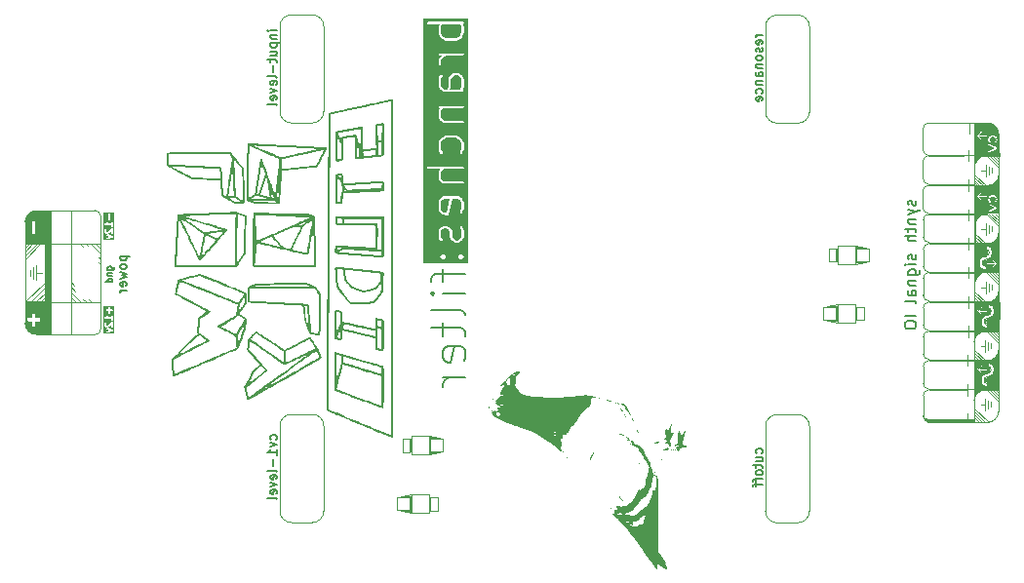
<source format=gbr>
%TF.GenerationSoftware,KiCad,Pcbnew,9.0.0*%
%TF.CreationDate,2025-03-26T23:14:20+00:00*%
%TF.ProjectId,diode-ladder-filter-synth-module,64696f64-652d-46c6-9164-6465722d6669,rev?*%
%TF.SameCoordinates,Original*%
%TF.FileFunction,Legend,Bot*%
%TF.FilePolarity,Positive*%
%FSLAX46Y46*%
G04 Gerber Fmt 4.6, Leading zero omitted, Abs format (unit mm)*
G04 Created by KiCad (PCBNEW 9.0.0) date 2025-03-26 23:14:20*
%MOMM*%
%LPD*%
G01*
G04 APERTURE LIST*
%ADD10C,0.200000*%
%ADD11C,0.150000*%
%ADD12C,0.000000*%
%ADD13C,0.001000*%
%ADD14C,0.010000*%
%ADD15C,0.100000*%
%ADD16C,0.250000*%
%ADD17C,0.120000*%
%ADD18C,0.500000*%
G04 APERTURE END LIST*
D10*
X149006457Y-73569292D02*
X149006457Y-74712149D01*
X151006457Y-73997863D02*
X148435028Y-73997863D01*
X148435028Y-73997863D02*
X148149314Y-74140720D01*
X148149314Y-74140720D02*
X148006457Y-74426435D01*
X148006457Y-74426435D02*
X148006457Y-74712149D01*
X151006457Y-75712149D02*
X149006457Y-75712149D01*
X148006457Y-75712149D02*
X148149314Y-75569292D01*
X148149314Y-75569292D02*
X148292171Y-75712149D01*
X148292171Y-75712149D02*
X148149314Y-75855006D01*
X148149314Y-75855006D02*
X148006457Y-75712149D01*
X148006457Y-75712149D02*
X148292171Y-75712149D01*
X151006457Y-77569292D02*
X150863600Y-77283577D01*
X150863600Y-77283577D02*
X150577885Y-77140720D01*
X150577885Y-77140720D02*
X148006457Y-77140720D01*
X149006457Y-78283578D02*
X149006457Y-79426435D01*
X148006457Y-78712149D02*
X150577885Y-78712149D01*
X150577885Y-78712149D02*
X150863600Y-78855006D01*
X150863600Y-78855006D02*
X151006457Y-79140721D01*
X151006457Y-79140721D02*
X151006457Y-79426435D01*
X150863600Y-81569292D02*
X151006457Y-81283578D01*
X151006457Y-81283578D02*
X151006457Y-80712150D01*
X151006457Y-80712150D02*
X150863600Y-80426435D01*
X150863600Y-80426435D02*
X150577885Y-80283578D01*
X150577885Y-80283578D02*
X149435028Y-80283578D01*
X149435028Y-80283578D02*
X149149314Y-80426435D01*
X149149314Y-80426435D02*
X149006457Y-80712150D01*
X149006457Y-80712150D02*
X149006457Y-81283578D01*
X149006457Y-81283578D02*
X149149314Y-81569292D01*
X149149314Y-81569292D02*
X149435028Y-81712150D01*
X149435028Y-81712150D02*
X149720742Y-81712150D01*
X149720742Y-81712150D02*
X150006457Y-80283578D01*
X151006457Y-82997864D02*
X149006457Y-82997864D01*
X149577885Y-82997864D02*
X149292171Y-83140721D01*
X149292171Y-83140721D02*
X149149314Y-83283579D01*
X149149314Y-83283579D02*
X149006457Y-83569293D01*
X149006457Y-83569293D02*
X149006457Y-83855007D01*
G36*
X149384762Y-68699747D02*
G01*
X149204635Y-68699747D01*
X148969849Y-68582352D01*
X148852457Y-68347568D01*
X148852457Y-67823353D01*
X148969849Y-67588567D01*
X149204635Y-67471175D01*
X149630477Y-67471175D01*
X149384762Y-68699747D01*
G37*
G36*
X150535064Y-56874280D02*
G01*
X150652457Y-57109066D01*
X150652457Y-57776138D01*
X150547796Y-57985460D01*
X149628546Y-57985460D01*
X149699043Y-57844467D01*
X149706049Y-57826158D01*
X149706303Y-57822574D01*
X149707679Y-57819254D01*
X149709600Y-57799745D01*
X149709600Y-57109066D01*
X149826992Y-56874280D01*
X150061778Y-56756888D01*
X150300278Y-56756888D01*
X150535064Y-56874280D01*
G37*
G36*
X150652457Y-52537637D02*
G01*
X150652457Y-53061852D01*
X150527414Y-53311937D01*
X150407505Y-53431845D01*
X150157421Y-53556888D01*
X149347492Y-53556888D01*
X149097406Y-53431845D01*
X148977500Y-53311938D01*
X148852457Y-53061852D01*
X148852457Y-52537637D01*
X148957118Y-52328316D01*
X150547796Y-52328316D01*
X150652457Y-52537637D01*
G37*
G36*
X151185790Y-73088301D02*
G01*
X147321045Y-73088301D01*
X147321045Y-72494523D01*
X148797235Y-72494523D01*
X148797235Y-72533541D01*
X148812167Y-72569589D01*
X148824603Y-72584743D01*
X148967460Y-72727599D01*
X148982613Y-72740036D01*
X148993171Y-72744409D01*
X149018662Y-72754968D01*
X149057680Y-72754968D01*
X149093728Y-72740036D01*
X149108882Y-72727600D01*
X149251738Y-72584743D01*
X149264175Y-72569590D01*
X149268548Y-72559031D01*
X149279107Y-72533541D01*
X149279107Y-72494523D01*
X150368663Y-72494523D01*
X150368663Y-72533541D01*
X150379221Y-72559031D01*
X150383595Y-72569590D01*
X150396032Y-72584743D01*
X150538890Y-72727600D01*
X150554043Y-72740036D01*
X150590091Y-72754968D01*
X150629109Y-72754968D01*
X150654599Y-72744409D01*
X150665158Y-72740036D01*
X150665162Y-72740031D01*
X150680311Y-72727600D01*
X150823167Y-72584743D01*
X150835604Y-72569590D01*
X150839977Y-72559031D01*
X150850536Y-72533541D01*
X150850536Y-72494523D01*
X150835604Y-72458475D01*
X150835604Y-72458474D01*
X150823167Y-72443321D01*
X150680311Y-72300464D01*
X150665162Y-72288032D01*
X150665158Y-72288028D01*
X150654599Y-72283654D01*
X150629109Y-72273096D01*
X150590091Y-72273096D01*
X150554043Y-72288028D01*
X150538890Y-72300464D01*
X150396032Y-72443321D01*
X150383595Y-72458474D01*
X150383595Y-72458475D01*
X150368663Y-72494523D01*
X149279107Y-72494523D01*
X149264175Y-72458475D01*
X149264175Y-72458474D01*
X149251738Y-72443321D01*
X149108882Y-72300464D01*
X149093728Y-72288028D01*
X149057680Y-72273096D01*
X149018662Y-72273096D01*
X148993171Y-72283654D01*
X148982613Y-72288028D01*
X148967460Y-72300465D01*
X148824603Y-72443321D01*
X148812168Y-72458474D01*
X148812167Y-72458475D01*
X148797235Y-72494523D01*
X147321045Y-72494523D01*
X147321045Y-70371176D01*
X148652457Y-70371176D01*
X148652457Y-70799747D01*
X148654378Y-70819256D01*
X148655753Y-70822576D01*
X148656008Y-70826160D01*
X148663014Y-70844468D01*
X148805871Y-71130182D01*
X148816314Y-71146773D01*
X148845791Y-71172337D01*
X148882807Y-71184676D01*
X148921727Y-71181910D01*
X148956626Y-71164461D01*
X148982190Y-71134984D01*
X148994529Y-71097968D01*
X148991763Y-71059048D01*
X148984757Y-71040740D01*
X148852457Y-70776140D01*
X148852457Y-70394782D01*
X148969849Y-70159996D01*
X149204635Y-70042604D01*
X149300278Y-70042604D01*
X149535064Y-70159996D01*
X149652457Y-70394782D01*
X149652457Y-70799747D01*
X149654378Y-70819256D01*
X149655753Y-70822576D01*
X149656008Y-70826160D01*
X149663014Y-70844468D01*
X149805871Y-71130182D01*
X149807925Y-71133445D01*
X149808438Y-71134984D01*
X149810099Y-71136899D01*
X149816314Y-71146773D01*
X149825786Y-71154988D01*
X149834002Y-71164461D01*
X149843875Y-71170675D01*
X149845791Y-71172337D01*
X149847329Y-71172849D01*
X149850593Y-71174904D01*
X150136307Y-71317761D01*
X150154615Y-71324767D01*
X150158198Y-71325021D01*
X150161519Y-71326397D01*
X150181028Y-71328318D01*
X150323885Y-71328318D01*
X150343394Y-71326397D01*
X150346714Y-71325021D01*
X150350298Y-71324767D01*
X150368606Y-71317761D01*
X150654321Y-71174904D01*
X150657584Y-71172849D01*
X150659123Y-71172337D01*
X150661038Y-71170675D01*
X150670912Y-71164461D01*
X150679127Y-71154988D01*
X150688600Y-71146773D01*
X150694814Y-71136899D01*
X150696476Y-71134984D01*
X150696988Y-71133445D01*
X150699043Y-71130182D01*
X150841900Y-70844468D01*
X150848906Y-70826160D01*
X150849160Y-70822576D01*
X150850536Y-70819256D01*
X150852457Y-70799747D01*
X150852457Y-70228318D01*
X150850536Y-70208809D01*
X150849160Y-70205488D01*
X150848906Y-70201905D01*
X150841900Y-70183597D01*
X150699043Y-69897883D01*
X150688600Y-69881292D01*
X150659123Y-69855728D01*
X150622107Y-69843389D01*
X150583187Y-69846155D01*
X150548288Y-69863604D01*
X150522724Y-69893081D01*
X150510385Y-69930097D01*
X150513151Y-69969017D01*
X150520157Y-69987325D01*
X150652457Y-70251925D01*
X150652457Y-70776140D01*
X150535064Y-71010925D01*
X150300278Y-71128318D01*
X150204635Y-71128318D01*
X149969849Y-71010925D01*
X149852457Y-70776140D01*
X149852457Y-70371176D01*
X149850536Y-70351667D01*
X149849160Y-70348346D01*
X149848906Y-70344763D01*
X149841900Y-70326455D01*
X149699043Y-70040740D01*
X149696988Y-70037476D01*
X149696476Y-70035938D01*
X149694814Y-70034022D01*
X149688600Y-70024149D01*
X149679127Y-70015933D01*
X149670912Y-70006461D01*
X149661038Y-70000246D01*
X149659123Y-69998585D01*
X149657584Y-69998072D01*
X149654321Y-69996018D01*
X149368606Y-69853161D01*
X149350298Y-69846155D01*
X149346714Y-69845900D01*
X149343394Y-69844525D01*
X149323885Y-69842604D01*
X149181028Y-69842604D01*
X149161519Y-69844525D01*
X149158198Y-69845900D01*
X149154615Y-69846155D01*
X149136307Y-69853161D01*
X148850593Y-69996018D01*
X148847329Y-69998072D01*
X148845791Y-69998585D01*
X148843875Y-70000246D01*
X148834002Y-70006461D01*
X148825786Y-70015933D01*
X148816314Y-70024149D01*
X148810099Y-70034022D01*
X148808438Y-70035938D01*
X148807925Y-70037476D01*
X148805871Y-70040740D01*
X148663014Y-70326455D01*
X148656008Y-70344763D01*
X148655753Y-70348346D01*
X148654378Y-70351667D01*
X148652457Y-70371176D01*
X147321045Y-70371176D01*
X147321045Y-67799747D01*
X148652457Y-67799747D01*
X148652457Y-68371175D01*
X148654378Y-68390684D01*
X148655753Y-68394004D01*
X148656008Y-68397588D01*
X148663014Y-68415896D01*
X148805871Y-68701610D01*
X148807925Y-68704873D01*
X148808438Y-68706412D01*
X148810099Y-68708327D01*
X148816314Y-68718201D01*
X148825786Y-68726416D01*
X148834002Y-68735889D01*
X148843876Y-68742105D01*
X148845791Y-68743765D01*
X148847327Y-68744277D01*
X148850592Y-68746332D01*
X149136306Y-68889189D01*
X149154614Y-68896196D01*
X149158199Y-68896450D01*
X149161519Y-68897826D01*
X149181028Y-68899747D01*
X149466637Y-68899747D01*
X149466742Y-68899747D01*
X149486251Y-68897826D01*
X149495303Y-68894076D01*
X149504914Y-68892175D01*
X149513152Y-68886682D01*
X149522299Y-68882894D01*
X149529225Y-68875967D01*
X149537379Y-68870532D01*
X149542889Y-68862303D01*
X149549889Y-68855304D01*
X149553638Y-68846252D01*
X149559090Y-68838112D01*
X149564800Y-68819359D01*
X149834437Y-67471175D01*
X150300278Y-67471175D01*
X150535064Y-67588567D01*
X150652457Y-67823353D01*
X150652457Y-68347568D01*
X150520157Y-68612168D01*
X150513151Y-68630476D01*
X150510385Y-68669396D01*
X150522724Y-68706412D01*
X150548288Y-68735889D01*
X150583187Y-68753338D01*
X150622107Y-68756104D01*
X150659123Y-68743765D01*
X150688600Y-68718201D01*
X150699043Y-68701610D01*
X150841900Y-68415896D01*
X150848906Y-68397588D01*
X150849160Y-68394004D01*
X150850536Y-68390684D01*
X150852457Y-68371175D01*
X150852457Y-67799747D01*
X150850536Y-67780238D01*
X150849160Y-67776917D01*
X150848906Y-67773334D01*
X150841900Y-67755026D01*
X150699043Y-67469311D01*
X150696988Y-67466047D01*
X150696476Y-67464509D01*
X150694814Y-67462593D01*
X150688600Y-67452720D01*
X150679127Y-67444504D01*
X150670912Y-67435032D01*
X150661038Y-67428817D01*
X150659123Y-67427156D01*
X150657584Y-67426643D01*
X150654321Y-67424589D01*
X150368606Y-67281732D01*
X150350298Y-67274726D01*
X150346714Y-67274471D01*
X150343394Y-67273096D01*
X150323885Y-67271175D01*
X149181028Y-67271175D01*
X149161519Y-67273096D01*
X149158198Y-67274471D01*
X149154615Y-67274726D01*
X149136307Y-67281732D01*
X148850593Y-67424589D01*
X148847329Y-67426643D01*
X148845791Y-67427156D01*
X148843875Y-67428817D01*
X148834002Y-67435032D01*
X148825786Y-67444504D01*
X148816314Y-67452720D01*
X148810099Y-67462593D01*
X148808438Y-67464509D01*
X148807925Y-67466047D01*
X148805871Y-67469311D01*
X148663014Y-67755026D01*
X148656008Y-67773334D01*
X148655753Y-67776917D01*
X148654378Y-67780238D01*
X148652457Y-67799747D01*
X147321045Y-67799747D01*
X147321045Y-64780237D01*
X147654378Y-64780237D01*
X147654378Y-64819255D01*
X147669310Y-64855303D01*
X147696900Y-64882893D01*
X147732948Y-64897825D01*
X147752457Y-64899746D01*
X148804939Y-64899746D01*
X148663014Y-65183597D01*
X148656008Y-65201905D01*
X148655753Y-65205488D01*
X148654378Y-65208809D01*
X148652457Y-65228318D01*
X148652457Y-65656889D01*
X148654378Y-65676398D01*
X148655753Y-65679718D01*
X148656008Y-65683302D01*
X148663014Y-65701610D01*
X148805871Y-65987324D01*
X148807925Y-65990587D01*
X148808438Y-65992126D01*
X148810099Y-65994041D01*
X148816314Y-66003915D01*
X148825786Y-66012130D01*
X148834002Y-66021603D01*
X148843876Y-66027819D01*
X148845791Y-66029479D01*
X148847327Y-66029991D01*
X148850592Y-66032046D01*
X149136306Y-66174903D01*
X149154614Y-66181910D01*
X149158199Y-66182164D01*
X149161519Y-66183540D01*
X149181028Y-66185461D01*
X150752457Y-66185461D01*
X150771966Y-66183540D01*
X150808014Y-66168608D01*
X150835604Y-66141018D01*
X150850536Y-66104970D01*
X150850536Y-66065952D01*
X150835604Y-66029904D01*
X150808014Y-66002314D01*
X150771966Y-65987382D01*
X150752457Y-65985461D01*
X149204635Y-65985461D01*
X148969849Y-65868066D01*
X148852457Y-65633282D01*
X148852457Y-65251924D01*
X148977499Y-65001839D01*
X149079592Y-64899746D01*
X150752457Y-64899746D01*
X150771966Y-64897825D01*
X150808014Y-64882893D01*
X150835604Y-64855303D01*
X150850536Y-64819255D01*
X150850536Y-64780237D01*
X150835604Y-64744189D01*
X150808014Y-64716599D01*
X150771966Y-64701667D01*
X150752457Y-64699746D01*
X147752457Y-64699746D01*
X147732948Y-64701667D01*
X147696900Y-64716599D01*
X147669310Y-64744189D01*
X147654378Y-64780237D01*
X147321045Y-64780237D01*
X147321045Y-62656889D01*
X148652457Y-62656889D01*
X148652457Y-63228317D01*
X148654378Y-63247826D01*
X148655753Y-63251146D01*
X148656008Y-63254730D01*
X148663014Y-63273038D01*
X148805871Y-63558753D01*
X148816314Y-63575344D01*
X148845791Y-63600908D01*
X148882807Y-63613247D01*
X148921727Y-63610481D01*
X148956626Y-63593032D01*
X148982190Y-63563555D01*
X148994529Y-63526539D01*
X148991763Y-63487619D01*
X148984757Y-63469311D01*
X148852457Y-63204710D01*
X148852457Y-62680495D01*
X148977499Y-62430410D01*
X149097406Y-62310502D01*
X149347492Y-62185460D01*
X150157421Y-62185460D01*
X150407507Y-62310503D01*
X150527414Y-62430409D01*
X150652457Y-62680495D01*
X150652457Y-63204710D01*
X150520157Y-63469311D01*
X150513151Y-63487619D01*
X150510385Y-63526539D01*
X150522724Y-63563555D01*
X150548288Y-63593032D01*
X150583187Y-63610481D01*
X150622107Y-63613247D01*
X150659123Y-63600908D01*
X150688600Y-63575344D01*
X150699043Y-63558753D01*
X150841900Y-63273038D01*
X150848906Y-63254730D01*
X150849160Y-63251146D01*
X150850536Y-63247826D01*
X150852457Y-63228317D01*
X150852457Y-62656889D01*
X150850536Y-62637380D01*
X150849160Y-62634059D01*
X150848906Y-62630476D01*
X150841900Y-62612168D01*
X150699043Y-62326453D01*
X150693757Y-62318056D01*
X150692747Y-62315616D01*
X150690493Y-62312870D01*
X150688600Y-62309862D01*
X150686602Y-62308129D01*
X150680310Y-62300463D01*
X150537452Y-62157606D01*
X150529787Y-62151315D01*
X150528054Y-62149317D01*
X150525041Y-62147421D01*
X150522299Y-62145170D01*
X150519861Y-62144160D01*
X150511463Y-62138874D01*
X150225749Y-61996017D01*
X150207441Y-61989011D01*
X150203857Y-61988756D01*
X150200537Y-61987381D01*
X150181028Y-61985460D01*
X149323885Y-61985460D01*
X149304376Y-61987381D01*
X149301055Y-61988756D01*
X149297472Y-61989011D01*
X149279164Y-61996017D01*
X148993450Y-62138874D01*
X148985053Y-62144159D01*
X148982613Y-62145170D01*
X148979867Y-62147423D01*
X148976859Y-62149317D01*
X148975126Y-62151314D01*
X148967460Y-62157607D01*
X148824603Y-62300463D01*
X148818311Y-62308129D01*
X148816314Y-62309862D01*
X148814418Y-62312873D01*
X148812167Y-62315617D01*
X148811157Y-62318054D01*
X148805871Y-62326453D01*
X148663014Y-62612168D01*
X148656008Y-62630476D01*
X148655753Y-62634059D01*
X148654378Y-62637380D01*
X148652457Y-62656889D01*
X147321045Y-62656889D01*
X147321045Y-59942603D01*
X148652457Y-59942603D01*
X148652457Y-60371174D01*
X148654378Y-60390683D01*
X148655753Y-60394003D01*
X148656008Y-60397587D01*
X148663014Y-60415895D01*
X148805871Y-60701609D01*
X148807925Y-60704872D01*
X148808438Y-60706411D01*
X148810099Y-60708326D01*
X148816314Y-60718200D01*
X148825786Y-60726415D01*
X148834002Y-60735888D01*
X148843876Y-60742104D01*
X148845791Y-60743764D01*
X148847327Y-60744276D01*
X148850592Y-60746331D01*
X149136306Y-60889188D01*
X149154614Y-60896195D01*
X149158199Y-60896449D01*
X149161519Y-60897825D01*
X149181028Y-60899746D01*
X150752457Y-60899746D01*
X150771966Y-60897825D01*
X150808014Y-60882893D01*
X150835604Y-60855303D01*
X150850536Y-60819255D01*
X150850536Y-60780237D01*
X150835604Y-60744189D01*
X150808014Y-60716599D01*
X150771966Y-60701667D01*
X150752457Y-60699746D01*
X149204635Y-60699746D01*
X148969849Y-60582351D01*
X148852457Y-60347567D01*
X148852457Y-59966209D01*
X148977499Y-59716124D01*
X149079592Y-59614031D01*
X150752457Y-59614031D01*
X150771966Y-59612110D01*
X150808014Y-59597178D01*
X150835604Y-59569588D01*
X150850536Y-59533540D01*
X150850536Y-59494522D01*
X150835604Y-59458474D01*
X150808014Y-59430884D01*
X150771966Y-59415952D01*
X150752457Y-59414031D01*
X148752457Y-59414031D01*
X148732948Y-59415952D01*
X148696900Y-59430884D01*
X148669310Y-59458474D01*
X148654378Y-59494522D01*
X148654378Y-59533540D01*
X148669310Y-59569588D01*
X148696900Y-59597178D01*
X148732948Y-59612110D01*
X148752457Y-59614031D01*
X148804939Y-59614031D01*
X148663014Y-59897882D01*
X148656008Y-59916190D01*
X148655753Y-59919773D01*
X148654378Y-59923094D01*
X148652457Y-59942603D01*
X147321045Y-59942603D01*
X147321045Y-57085460D01*
X148652457Y-57085460D01*
X148652457Y-57656888D01*
X148654378Y-57676397D01*
X148655753Y-57679717D01*
X148656008Y-57683301D01*
X148663014Y-57701609D01*
X148805871Y-57987323D01*
X148807925Y-57990586D01*
X148808438Y-57992125D01*
X148810099Y-57994040D01*
X148816314Y-58003914D01*
X148825786Y-58012129D01*
X148834002Y-58021602D01*
X148843876Y-58027818D01*
X148845791Y-58029478D01*
X148847327Y-58029990D01*
X148850592Y-58032045D01*
X149136306Y-58174902D01*
X149154614Y-58181909D01*
X149158199Y-58182163D01*
X149161519Y-58183539D01*
X149181028Y-58185460D01*
X150752457Y-58185460D01*
X150771966Y-58183539D01*
X150808014Y-58168607D01*
X150835604Y-58141017D01*
X150850536Y-58104969D01*
X150850536Y-58065951D01*
X150835604Y-58029903D01*
X150808014Y-58002313D01*
X150771966Y-57987381D01*
X150770514Y-57987238D01*
X150841900Y-57844466D01*
X150848906Y-57826158D01*
X150849160Y-57822574D01*
X150850536Y-57819254D01*
X150852457Y-57799745D01*
X150852457Y-57085460D01*
X150850536Y-57065951D01*
X150849160Y-57062630D01*
X150848906Y-57059047D01*
X150841900Y-57040739D01*
X150699043Y-56755024D01*
X150696988Y-56751760D01*
X150696476Y-56750222D01*
X150694814Y-56748306D01*
X150688600Y-56738433D01*
X150679127Y-56730217D01*
X150670912Y-56720745D01*
X150661038Y-56714530D01*
X150659123Y-56712869D01*
X150657584Y-56712356D01*
X150654321Y-56710302D01*
X150368606Y-56567445D01*
X150350298Y-56560439D01*
X150346714Y-56560184D01*
X150343394Y-56558809D01*
X150323885Y-56556888D01*
X150038171Y-56556888D01*
X150018662Y-56558809D01*
X150015341Y-56560184D01*
X150011758Y-56560439D01*
X149993450Y-56567445D01*
X149707736Y-56710302D01*
X149704472Y-56712356D01*
X149702934Y-56712869D01*
X149701018Y-56714530D01*
X149691145Y-56720745D01*
X149682929Y-56730217D01*
X149673457Y-56738433D01*
X149667242Y-56748306D01*
X149665581Y-56750222D01*
X149665068Y-56751760D01*
X149663014Y-56755024D01*
X149520157Y-57040739D01*
X149513151Y-57059047D01*
X149512896Y-57062630D01*
X149511521Y-57065951D01*
X149509600Y-57085460D01*
X149509600Y-57776137D01*
X149404939Y-57985460D01*
X149204635Y-57985460D01*
X148969849Y-57868065D01*
X148852457Y-57633281D01*
X148852457Y-57109066D01*
X148984757Y-56844466D01*
X148991763Y-56826158D01*
X148994529Y-56787238D01*
X148982190Y-56750222D01*
X148956626Y-56720745D01*
X148921727Y-56703296D01*
X148882807Y-56700530D01*
X148845791Y-56712869D01*
X148816314Y-56738433D01*
X148805871Y-56755024D01*
X148663014Y-57040739D01*
X148656008Y-57059047D01*
X148655753Y-57062630D01*
X148654378Y-57065951D01*
X148652457Y-57085460D01*
X147321045Y-57085460D01*
X147321045Y-55514031D01*
X148652457Y-55514031D01*
X148652457Y-55799745D01*
X148654378Y-55819254D01*
X148669310Y-55855302D01*
X148696900Y-55882892D01*
X148732948Y-55897824D01*
X148771966Y-55897824D01*
X148808014Y-55882892D01*
X148835604Y-55855302D01*
X148850536Y-55819254D01*
X148852457Y-55799745D01*
X148852457Y-55537638D01*
X148977500Y-55287551D01*
X149097406Y-55167644D01*
X149347492Y-55042602D01*
X150752457Y-55042602D01*
X150771966Y-55040681D01*
X150808014Y-55025749D01*
X150835604Y-54998159D01*
X150850536Y-54962111D01*
X150850536Y-54923093D01*
X150835604Y-54887045D01*
X150808014Y-54859455D01*
X150771966Y-54844523D01*
X150752457Y-54842602D01*
X148752457Y-54842602D01*
X148732948Y-54844523D01*
X148696900Y-54859455D01*
X148669310Y-54887045D01*
X148654378Y-54923093D01*
X148654378Y-54962111D01*
X148669310Y-54998159D01*
X148696900Y-55025749D01*
X148732948Y-55040681D01*
X148752457Y-55042602D01*
X148939607Y-55042602D01*
X148824603Y-55157607D01*
X148818312Y-55165271D01*
X148816314Y-55167005D01*
X148814418Y-55170017D01*
X148812167Y-55172760D01*
X148811157Y-55175197D01*
X148805871Y-55183596D01*
X148663014Y-55469310D01*
X148656008Y-55487618D01*
X148655753Y-55491201D01*
X148654378Y-55494522D01*
X148652457Y-55514031D01*
X147321045Y-55514031D01*
X147321045Y-52208807D01*
X147654378Y-52208807D01*
X147654378Y-52247825D01*
X147669310Y-52283873D01*
X147696900Y-52311463D01*
X147732948Y-52326395D01*
X147752457Y-52328316D01*
X148733511Y-52328316D01*
X148663014Y-52469310D01*
X148656008Y-52487618D01*
X148655753Y-52491201D01*
X148654378Y-52494522D01*
X148652457Y-52514031D01*
X148652457Y-53085459D01*
X148654378Y-53104968D01*
X148655753Y-53108288D01*
X148656008Y-53111872D01*
X148663014Y-53130180D01*
X148805871Y-53415894D01*
X148811157Y-53424292D01*
X148812167Y-53426730D01*
X148814418Y-53429472D01*
X148816314Y-53432485D01*
X148818312Y-53434218D01*
X148824603Y-53441883D01*
X148967460Y-53584741D01*
X148975126Y-53591033D01*
X148976859Y-53593031D01*
X148979867Y-53594924D01*
X148982613Y-53597178D01*
X148985053Y-53598188D01*
X148993450Y-53603474D01*
X149279164Y-53746331D01*
X149297472Y-53753337D01*
X149301055Y-53753591D01*
X149304376Y-53754967D01*
X149323885Y-53756888D01*
X150181028Y-53756888D01*
X150200537Y-53754967D01*
X150203857Y-53753591D01*
X150207441Y-53753337D01*
X150225749Y-53746331D01*
X150511463Y-53603474D01*
X150519861Y-53598187D01*
X150522299Y-53597178D01*
X150525042Y-53594926D01*
X150528054Y-53593031D01*
X150529786Y-53591033D01*
X150537453Y-53584742D01*
X150680311Y-53441883D01*
X150686601Y-53434218D01*
X150688600Y-53432485D01*
X150690495Y-53429472D01*
X150692747Y-53426730D01*
X150693756Y-53424292D01*
X150699043Y-53415894D01*
X150841900Y-53130180D01*
X150848906Y-53111872D01*
X150849160Y-53108288D01*
X150850536Y-53104968D01*
X150852457Y-53085459D01*
X150852457Y-52514031D01*
X150850536Y-52494522D01*
X150849160Y-52491201D01*
X150848906Y-52487618D01*
X150841900Y-52469310D01*
X150770514Y-52326537D01*
X150771966Y-52326395D01*
X150808014Y-52311463D01*
X150835604Y-52283873D01*
X150850536Y-52247825D01*
X150850536Y-52208807D01*
X150835604Y-52172759D01*
X150808014Y-52145169D01*
X150771966Y-52130237D01*
X150752457Y-52128316D01*
X147752457Y-52128316D01*
X147732948Y-52130237D01*
X147696900Y-52145169D01*
X147669310Y-52172759D01*
X147654378Y-52208807D01*
X147321045Y-52208807D01*
X147321045Y-51794983D01*
X151185790Y-51794983D01*
X151185790Y-73088301D01*
G37*
G36*
X197269793Y-63589289D02*
G01*
X196270574Y-63589289D01*
X196270574Y-62809013D01*
X196390050Y-62809013D01*
X196392289Y-62825330D01*
X196399148Y-62841192D01*
X196410089Y-62854766D01*
X196425038Y-62865006D01*
X196950038Y-63108577D01*
X196425038Y-63349401D01*
X196410148Y-63359725D01*
X196399148Y-63373886D01*
X196392315Y-63390561D01*
X196390050Y-63408202D01*
X196391872Y-63425647D01*
X196397072Y-63440381D01*
X196407206Y-63456689D01*
X196420153Y-63468347D01*
X196435682Y-63475703D01*
X196453065Y-63478178D01*
X196479687Y-63471217D01*
X197105437Y-63174401D01*
X197131979Y-63157098D01*
X197146691Y-63136043D01*
X197151660Y-63109982D01*
X197148867Y-63087661D01*
X197141158Y-63070781D01*
X197127939Y-63056860D01*
X197105437Y-63042815D01*
X196479687Y-62745999D01*
X196454469Y-62740381D01*
X196431619Y-62744604D01*
X196412842Y-62757120D01*
X196397072Y-62779582D01*
X196391872Y-62792985D01*
X196390050Y-62809013D01*
X196270574Y-62809013D01*
X196270574Y-62350020D01*
X196381685Y-62350020D01*
X196386855Y-62414672D01*
X196401934Y-62473504D01*
X196426724Y-62527577D01*
X196461633Y-62577710D01*
X196507653Y-62624427D01*
X196524421Y-62634905D01*
X196544045Y-62638410D01*
X196571757Y-62631106D01*
X196595886Y-62607635D01*
X196603175Y-62592677D01*
X196605655Y-62575395D01*
X196599428Y-62545827D01*
X196580437Y-62520807D01*
X196547253Y-62483579D01*
X196525177Y-62444481D01*
X196512223Y-62401234D01*
X196507653Y-62350020D01*
X196512415Y-62297308D01*
X196526102Y-62251371D01*
X196548396Y-62210912D01*
X196579765Y-62175020D01*
X196617608Y-62146301D01*
X196661281Y-62125428D01*
X196711892Y-62112383D01*
X196770886Y-62107792D01*
X196820488Y-62111443D01*
X196865267Y-62122032D01*
X196906013Y-62139300D01*
X196942997Y-62163266D01*
X196973827Y-62192517D01*
X196999069Y-62227471D01*
X197017519Y-62266504D01*
X197028777Y-62309410D01*
X197032653Y-62357042D01*
X197026746Y-62418777D01*
X197010168Y-62469340D01*
X196983682Y-62511037D01*
X196968648Y-62538161D01*
X196964082Y-62562817D01*
X196967173Y-62581559D01*
X196976660Y-62599209D01*
X197001190Y-62619556D01*
X197027035Y-62625831D01*
X197046697Y-62621768D01*
X197064893Y-62609040D01*
X197105605Y-62556001D01*
X197134669Y-62497145D01*
X197152503Y-62431334D01*
X197158682Y-62357042D01*
X197152899Y-62284637D01*
X197136033Y-62218740D01*
X197108307Y-62158167D01*
X197070316Y-62103550D01*
X197024119Y-62057831D01*
X196968966Y-62020292D01*
X196908024Y-61992914D01*
X196842359Y-61976319D01*
X196770886Y-61970650D01*
X196697434Y-61976224D01*
X196630861Y-61992431D01*
X196569996Y-62018949D01*
X196514844Y-62055614D01*
X196468914Y-62100404D01*
X196431388Y-62154015D01*
X196404039Y-62213635D01*
X196387395Y-62278577D01*
X196381685Y-62350020D01*
X196270574Y-62350020D01*
X196270574Y-61859539D01*
X197269793Y-61859539D01*
X197269793Y-63589289D01*
G37*
G36*
X197267058Y-68770889D02*
G01*
X196267839Y-68770889D01*
X196267839Y-67990613D01*
X196387315Y-67990613D01*
X196389554Y-68006930D01*
X196396413Y-68022792D01*
X196407354Y-68036366D01*
X196422303Y-68046606D01*
X196947303Y-68290177D01*
X196422303Y-68531001D01*
X196407413Y-68541325D01*
X196396413Y-68555486D01*
X196389580Y-68572161D01*
X196387315Y-68589802D01*
X196389137Y-68607247D01*
X196394337Y-68621981D01*
X196404471Y-68638289D01*
X196417418Y-68649947D01*
X196432947Y-68657303D01*
X196450330Y-68659778D01*
X196476952Y-68652817D01*
X197102702Y-68356001D01*
X197129244Y-68338698D01*
X197143956Y-68317643D01*
X197148925Y-68291582D01*
X197146132Y-68269261D01*
X197138423Y-68252381D01*
X197125204Y-68238460D01*
X197102702Y-68224415D01*
X196476952Y-67927599D01*
X196451734Y-67921981D01*
X196428884Y-67926204D01*
X196410107Y-67938720D01*
X196394337Y-67961182D01*
X196389137Y-67974585D01*
X196387315Y-67990613D01*
X196267839Y-67990613D01*
X196267839Y-67531620D01*
X196378950Y-67531620D01*
X196384120Y-67596272D01*
X196399199Y-67655104D01*
X196423989Y-67709177D01*
X196458898Y-67759310D01*
X196504918Y-67806027D01*
X196521686Y-67816505D01*
X196541310Y-67820010D01*
X196569022Y-67812706D01*
X196593151Y-67789235D01*
X196600440Y-67774277D01*
X196602920Y-67756995D01*
X196596693Y-67727427D01*
X196577702Y-67702407D01*
X196544518Y-67665179D01*
X196522442Y-67626081D01*
X196509488Y-67582834D01*
X196504918Y-67531620D01*
X196509680Y-67478908D01*
X196523367Y-67432971D01*
X196545661Y-67392512D01*
X196577030Y-67356620D01*
X196614873Y-67327901D01*
X196658546Y-67307028D01*
X196709157Y-67293983D01*
X196768151Y-67289392D01*
X196817753Y-67293043D01*
X196862532Y-67303632D01*
X196903278Y-67320900D01*
X196940262Y-67344866D01*
X196971092Y-67374117D01*
X196996334Y-67409071D01*
X197014784Y-67448104D01*
X197026042Y-67491010D01*
X197029918Y-67538642D01*
X197024011Y-67600377D01*
X197007433Y-67650940D01*
X196980947Y-67692637D01*
X196965913Y-67719761D01*
X196961347Y-67744417D01*
X196964438Y-67763159D01*
X196973925Y-67780809D01*
X196998455Y-67801156D01*
X197024300Y-67807431D01*
X197043962Y-67803368D01*
X197062158Y-67790640D01*
X197102870Y-67737601D01*
X197131934Y-67678745D01*
X197149768Y-67612934D01*
X197155947Y-67538642D01*
X197150164Y-67466237D01*
X197133298Y-67400340D01*
X197105572Y-67339767D01*
X197067581Y-67285150D01*
X197021384Y-67239431D01*
X196966231Y-67201892D01*
X196905289Y-67174514D01*
X196839624Y-67157919D01*
X196768151Y-67152250D01*
X196694699Y-67157824D01*
X196628126Y-67174031D01*
X196567261Y-67200549D01*
X196512109Y-67237214D01*
X196466179Y-67282004D01*
X196428653Y-67335615D01*
X196401304Y-67395235D01*
X196384660Y-67460177D01*
X196378950Y-67531620D01*
X196267839Y-67531620D01*
X196267839Y-67041139D01*
X197267058Y-67041139D01*
X197267058Y-68770889D01*
G37*
X190065600Y-67632054D02*
X190113219Y-67727292D01*
X190113219Y-67727292D02*
X190113219Y-67917768D01*
X190113219Y-67917768D02*
X190065600Y-68013006D01*
X190065600Y-68013006D02*
X189970361Y-68060625D01*
X189970361Y-68060625D02*
X189922742Y-68060625D01*
X189922742Y-68060625D02*
X189827504Y-68013006D01*
X189827504Y-68013006D02*
X189779885Y-67917768D01*
X189779885Y-67917768D02*
X189779885Y-67774911D01*
X189779885Y-67774911D02*
X189732266Y-67679673D01*
X189732266Y-67679673D02*
X189637028Y-67632054D01*
X189637028Y-67632054D02*
X189589409Y-67632054D01*
X189589409Y-67632054D02*
X189494171Y-67679673D01*
X189494171Y-67679673D02*
X189446552Y-67774911D01*
X189446552Y-67774911D02*
X189446552Y-67917768D01*
X189446552Y-67917768D02*
X189494171Y-68013006D01*
X189446552Y-68393959D02*
X190113219Y-68632054D01*
X189446552Y-68870149D02*
X190113219Y-68632054D01*
X190113219Y-68632054D02*
X190351314Y-68536816D01*
X190351314Y-68536816D02*
X190398933Y-68489197D01*
X190398933Y-68489197D02*
X190446552Y-68393959D01*
X189446552Y-69251102D02*
X190113219Y-69251102D01*
X189541790Y-69251102D02*
X189494171Y-69298721D01*
X189494171Y-69298721D02*
X189446552Y-69393959D01*
X189446552Y-69393959D02*
X189446552Y-69536816D01*
X189446552Y-69536816D02*
X189494171Y-69632054D01*
X189494171Y-69632054D02*
X189589409Y-69679673D01*
X189589409Y-69679673D02*
X190113219Y-69679673D01*
X189446552Y-70013007D02*
X189446552Y-70393959D01*
X189113219Y-70155864D02*
X189970361Y-70155864D01*
X189970361Y-70155864D02*
X190065600Y-70203483D01*
X190065600Y-70203483D02*
X190113219Y-70298721D01*
X190113219Y-70298721D02*
X190113219Y-70393959D01*
X190113219Y-70727293D02*
X189113219Y-70727293D01*
X190113219Y-71155864D02*
X189589409Y-71155864D01*
X189589409Y-71155864D02*
X189494171Y-71108245D01*
X189494171Y-71108245D02*
X189446552Y-71013007D01*
X189446552Y-71013007D02*
X189446552Y-70870150D01*
X189446552Y-70870150D02*
X189494171Y-70774912D01*
X189494171Y-70774912D02*
X189541790Y-70727293D01*
X190065600Y-72346341D02*
X190113219Y-72441579D01*
X190113219Y-72441579D02*
X190113219Y-72632055D01*
X190113219Y-72632055D02*
X190065600Y-72727293D01*
X190065600Y-72727293D02*
X189970361Y-72774912D01*
X189970361Y-72774912D02*
X189922742Y-72774912D01*
X189922742Y-72774912D02*
X189827504Y-72727293D01*
X189827504Y-72727293D02*
X189779885Y-72632055D01*
X189779885Y-72632055D02*
X189779885Y-72489198D01*
X189779885Y-72489198D02*
X189732266Y-72393960D01*
X189732266Y-72393960D02*
X189637028Y-72346341D01*
X189637028Y-72346341D02*
X189589409Y-72346341D01*
X189589409Y-72346341D02*
X189494171Y-72393960D01*
X189494171Y-72393960D02*
X189446552Y-72489198D01*
X189446552Y-72489198D02*
X189446552Y-72632055D01*
X189446552Y-72632055D02*
X189494171Y-72727293D01*
X190113219Y-73203484D02*
X189446552Y-73203484D01*
X189113219Y-73203484D02*
X189160838Y-73155865D01*
X189160838Y-73155865D02*
X189208457Y-73203484D01*
X189208457Y-73203484D02*
X189160838Y-73251103D01*
X189160838Y-73251103D02*
X189113219Y-73203484D01*
X189113219Y-73203484D02*
X189208457Y-73203484D01*
X189446552Y-74108245D02*
X190256076Y-74108245D01*
X190256076Y-74108245D02*
X190351314Y-74060626D01*
X190351314Y-74060626D02*
X190398933Y-74013007D01*
X190398933Y-74013007D02*
X190446552Y-73917769D01*
X190446552Y-73917769D02*
X190446552Y-73774912D01*
X190446552Y-73774912D02*
X190398933Y-73679674D01*
X190065600Y-74108245D02*
X190113219Y-74013007D01*
X190113219Y-74013007D02*
X190113219Y-73822531D01*
X190113219Y-73822531D02*
X190065600Y-73727293D01*
X190065600Y-73727293D02*
X190017980Y-73679674D01*
X190017980Y-73679674D02*
X189922742Y-73632055D01*
X189922742Y-73632055D02*
X189637028Y-73632055D01*
X189637028Y-73632055D02*
X189541790Y-73679674D01*
X189541790Y-73679674D02*
X189494171Y-73727293D01*
X189494171Y-73727293D02*
X189446552Y-73822531D01*
X189446552Y-73822531D02*
X189446552Y-74013007D01*
X189446552Y-74013007D02*
X189494171Y-74108245D01*
X189446552Y-74584436D02*
X190113219Y-74584436D01*
X189541790Y-74584436D02*
X189494171Y-74632055D01*
X189494171Y-74632055D02*
X189446552Y-74727293D01*
X189446552Y-74727293D02*
X189446552Y-74870150D01*
X189446552Y-74870150D02*
X189494171Y-74965388D01*
X189494171Y-74965388D02*
X189589409Y-75013007D01*
X189589409Y-75013007D02*
X190113219Y-75013007D01*
X190113219Y-75917769D02*
X189589409Y-75917769D01*
X189589409Y-75917769D02*
X189494171Y-75870150D01*
X189494171Y-75870150D02*
X189446552Y-75774912D01*
X189446552Y-75774912D02*
X189446552Y-75584436D01*
X189446552Y-75584436D02*
X189494171Y-75489198D01*
X190065600Y-75917769D02*
X190113219Y-75822531D01*
X190113219Y-75822531D02*
X190113219Y-75584436D01*
X190113219Y-75584436D02*
X190065600Y-75489198D01*
X190065600Y-75489198D02*
X189970361Y-75441579D01*
X189970361Y-75441579D02*
X189875123Y-75441579D01*
X189875123Y-75441579D02*
X189779885Y-75489198D01*
X189779885Y-75489198D02*
X189732266Y-75584436D01*
X189732266Y-75584436D02*
X189732266Y-75822531D01*
X189732266Y-75822531D02*
X189684647Y-75917769D01*
X190113219Y-76536817D02*
X190065600Y-76441579D01*
X190065600Y-76441579D02*
X189970361Y-76393960D01*
X189970361Y-76393960D02*
X189113219Y-76393960D01*
X190113219Y-77679675D02*
X189113219Y-77679675D01*
X189113219Y-78346341D02*
X189113219Y-78536817D01*
X189113219Y-78536817D02*
X189160838Y-78632055D01*
X189160838Y-78632055D02*
X189256076Y-78727293D01*
X189256076Y-78727293D02*
X189446552Y-78774912D01*
X189446552Y-78774912D02*
X189779885Y-78774912D01*
X189779885Y-78774912D02*
X189970361Y-78727293D01*
X189970361Y-78727293D02*
X190065600Y-78632055D01*
X190065600Y-78632055D02*
X190113219Y-78536817D01*
X190113219Y-78536817D02*
X190113219Y-78346341D01*
X190113219Y-78346341D02*
X190065600Y-78251103D01*
X190065600Y-78251103D02*
X189970361Y-78155865D01*
X189970361Y-78155865D02*
X189779885Y-78108246D01*
X189779885Y-78108246D02*
X189446552Y-78108246D01*
X189446552Y-78108246D02*
X189256076Y-78155865D01*
X189256076Y-78155865D02*
X189160838Y-78251103D01*
X189160838Y-78251103D02*
X189113219Y-78346341D01*
D11*
X134570200Y-88379000D02*
X134608295Y-88302809D01*
X134608295Y-88302809D02*
X134608295Y-88150428D01*
X134608295Y-88150428D02*
X134570200Y-88074238D01*
X134570200Y-88074238D02*
X134532104Y-88036143D01*
X134532104Y-88036143D02*
X134455914Y-87998047D01*
X134455914Y-87998047D02*
X134227342Y-87998047D01*
X134227342Y-87998047D02*
X134151152Y-88036143D01*
X134151152Y-88036143D02*
X134113057Y-88074238D01*
X134113057Y-88074238D02*
X134074961Y-88150428D01*
X134074961Y-88150428D02*
X134074961Y-88302809D01*
X134074961Y-88302809D02*
X134113057Y-88379000D01*
X134074961Y-88645666D02*
X134608295Y-88836142D01*
X134608295Y-88836142D02*
X134074961Y-89026619D01*
X134608295Y-89750428D02*
X134608295Y-89293285D01*
X134608295Y-89521857D02*
X133808295Y-89521857D01*
X133808295Y-89521857D02*
X133922580Y-89445666D01*
X133922580Y-89445666D02*
X133998771Y-89369476D01*
X133998771Y-89369476D02*
X134036866Y-89293285D01*
X134303533Y-90093286D02*
X134303533Y-90702810D01*
X134608295Y-91198047D02*
X134570200Y-91121857D01*
X134570200Y-91121857D02*
X134494009Y-91083762D01*
X134494009Y-91083762D02*
X133808295Y-91083762D01*
X134570200Y-91807572D02*
X134608295Y-91731381D01*
X134608295Y-91731381D02*
X134608295Y-91579000D01*
X134608295Y-91579000D02*
X134570200Y-91502810D01*
X134570200Y-91502810D02*
X134494009Y-91464714D01*
X134494009Y-91464714D02*
X134189247Y-91464714D01*
X134189247Y-91464714D02*
X134113057Y-91502810D01*
X134113057Y-91502810D02*
X134074961Y-91579000D01*
X134074961Y-91579000D02*
X134074961Y-91731381D01*
X134074961Y-91731381D02*
X134113057Y-91807572D01*
X134113057Y-91807572D02*
X134189247Y-91845667D01*
X134189247Y-91845667D02*
X134265438Y-91845667D01*
X134265438Y-91845667D02*
X134341628Y-91464714D01*
X134074961Y-92112333D02*
X134608295Y-92302809D01*
X134608295Y-92302809D02*
X134074961Y-92493286D01*
X134570200Y-93102810D02*
X134608295Y-93026619D01*
X134608295Y-93026619D02*
X134608295Y-92874238D01*
X134608295Y-92874238D02*
X134570200Y-92798048D01*
X134570200Y-92798048D02*
X134494009Y-92759952D01*
X134494009Y-92759952D02*
X134189247Y-92759952D01*
X134189247Y-92759952D02*
X134113057Y-92798048D01*
X134113057Y-92798048D02*
X134074961Y-92874238D01*
X134074961Y-92874238D02*
X134074961Y-93026619D01*
X134074961Y-93026619D02*
X134113057Y-93102810D01*
X134113057Y-93102810D02*
X134189247Y-93140905D01*
X134189247Y-93140905D02*
X134265438Y-93140905D01*
X134265438Y-93140905D02*
X134341628Y-92759952D01*
X134608295Y-93598047D02*
X134570200Y-93521857D01*
X134570200Y-93521857D02*
X134494009Y-93483762D01*
X134494009Y-93483762D02*
X133808295Y-93483762D01*
X134608295Y-52862952D02*
X134074961Y-52862952D01*
X133808295Y-52862952D02*
X133846390Y-52824856D01*
X133846390Y-52824856D02*
X133884485Y-52862952D01*
X133884485Y-52862952D02*
X133846390Y-52901047D01*
X133846390Y-52901047D02*
X133808295Y-52862952D01*
X133808295Y-52862952D02*
X133884485Y-52862952D01*
X134074961Y-53243904D02*
X134608295Y-53243904D01*
X134151152Y-53243904D02*
X134113057Y-53281999D01*
X134113057Y-53281999D02*
X134074961Y-53358189D01*
X134074961Y-53358189D02*
X134074961Y-53472475D01*
X134074961Y-53472475D02*
X134113057Y-53548666D01*
X134113057Y-53548666D02*
X134189247Y-53586761D01*
X134189247Y-53586761D02*
X134608295Y-53586761D01*
X134074961Y-53967714D02*
X134874961Y-53967714D01*
X134113057Y-53967714D02*
X134074961Y-54043904D01*
X134074961Y-54043904D02*
X134074961Y-54196285D01*
X134074961Y-54196285D02*
X134113057Y-54272476D01*
X134113057Y-54272476D02*
X134151152Y-54310571D01*
X134151152Y-54310571D02*
X134227342Y-54348666D01*
X134227342Y-54348666D02*
X134455914Y-54348666D01*
X134455914Y-54348666D02*
X134532104Y-54310571D01*
X134532104Y-54310571D02*
X134570200Y-54272476D01*
X134570200Y-54272476D02*
X134608295Y-54196285D01*
X134608295Y-54196285D02*
X134608295Y-54043904D01*
X134608295Y-54043904D02*
X134570200Y-53967714D01*
X134074961Y-55034381D02*
X134608295Y-55034381D01*
X134074961Y-54691524D02*
X134494009Y-54691524D01*
X134494009Y-54691524D02*
X134570200Y-54729619D01*
X134570200Y-54729619D02*
X134608295Y-54805809D01*
X134608295Y-54805809D02*
X134608295Y-54920095D01*
X134608295Y-54920095D02*
X134570200Y-54996286D01*
X134570200Y-54996286D02*
X134532104Y-55034381D01*
X134074961Y-55301048D02*
X134074961Y-55605810D01*
X133808295Y-55415334D02*
X134494009Y-55415334D01*
X134494009Y-55415334D02*
X134570200Y-55453429D01*
X134570200Y-55453429D02*
X134608295Y-55529619D01*
X134608295Y-55529619D02*
X134608295Y-55605810D01*
X134303533Y-55872477D02*
X134303533Y-56482001D01*
X134608295Y-56977238D02*
X134570200Y-56901048D01*
X134570200Y-56901048D02*
X134494009Y-56862953D01*
X134494009Y-56862953D02*
X133808295Y-56862953D01*
X134570200Y-57586763D02*
X134608295Y-57510572D01*
X134608295Y-57510572D02*
X134608295Y-57358191D01*
X134608295Y-57358191D02*
X134570200Y-57282001D01*
X134570200Y-57282001D02*
X134494009Y-57243905D01*
X134494009Y-57243905D02*
X134189247Y-57243905D01*
X134189247Y-57243905D02*
X134113057Y-57282001D01*
X134113057Y-57282001D02*
X134074961Y-57358191D01*
X134074961Y-57358191D02*
X134074961Y-57510572D01*
X134074961Y-57510572D02*
X134113057Y-57586763D01*
X134113057Y-57586763D02*
X134189247Y-57624858D01*
X134189247Y-57624858D02*
X134265438Y-57624858D01*
X134265438Y-57624858D02*
X134341628Y-57243905D01*
X134074961Y-57891524D02*
X134608295Y-58082000D01*
X134608295Y-58082000D02*
X134074961Y-58272477D01*
X134570200Y-58882001D02*
X134608295Y-58805810D01*
X134608295Y-58805810D02*
X134608295Y-58653429D01*
X134608295Y-58653429D02*
X134570200Y-58577239D01*
X134570200Y-58577239D02*
X134494009Y-58539143D01*
X134494009Y-58539143D02*
X134189247Y-58539143D01*
X134189247Y-58539143D02*
X134113057Y-58577239D01*
X134113057Y-58577239D02*
X134074961Y-58653429D01*
X134074961Y-58653429D02*
X134074961Y-58805810D01*
X134074961Y-58805810D02*
X134113057Y-58882001D01*
X134113057Y-58882001D02*
X134189247Y-58920096D01*
X134189247Y-58920096D02*
X134265438Y-58920096D01*
X134265438Y-58920096D02*
X134341628Y-58539143D01*
X134608295Y-59377238D02*
X134570200Y-59301048D01*
X134570200Y-59301048D02*
X134494009Y-59262953D01*
X134494009Y-59262953D02*
X133808295Y-59262953D01*
X119914771Y-73650684D02*
X120400485Y-73650684D01*
X120400485Y-73650684D02*
X120457628Y-73622112D01*
X120457628Y-73622112D02*
X120486200Y-73593541D01*
X120486200Y-73593541D02*
X120514771Y-73536398D01*
X120514771Y-73536398D02*
X120514771Y-73450684D01*
X120514771Y-73450684D02*
X120486200Y-73393541D01*
X120286200Y-73650684D02*
X120314771Y-73593541D01*
X120314771Y-73593541D02*
X120314771Y-73479255D01*
X120314771Y-73479255D02*
X120286200Y-73422112D01*
X120286200Y-73422112D02*
X120257628Y-73393541D01*
X120257628Y-73393541D02*
X120200485Y-73364969D01*
X120200485Y-73364969D02*
X120029057Y-73364969D01*
X120029057Y-73364969D02*
X119971914Y-73393541D01*
X119971914Y-73393541D02*
X119943342Y-73422112D01*
X119943342Y-73422112D02*
X119914771Y-73479255D01*
X119914771Y-73479255D02*
X119914771Y-73593541D01*
X119914771Y-73593541D02*
X119943342Y-73650684D01*
X119914771Y-73936398D02*
X120314771Y-73936398D01*
X119971914Y-73936398D02*
X119943342Y-73964969D01*
X119943342Y-73964969D02*
X119914771Y-74022112D01*
X119914771Y-74022112D02*
X119914771Y-74107826D01*
X119914771Y-74107826D02*
X119943342Y-74164969D01*
X119943342Y-74164969D02*
X120000485Y-74193541D01*
X120000485Y-74193541D02*
X120314771Y-74193541D01*
X120314771Y-74736398D02*
X119714771Y-74736398D01*
X120286200Y-74736398D02*
X120314771Y-74679255D01*
X120314771Y-74679255D02*
X120314771Y-74564969D01*
X120314771Y-74564969D02*
X120286200Y-74507826D01*
X120286200Y-74507826D02*
X120257628Y-74479255D01*
X120257628Y-74479255D02*
X120200485Y-74450683D01*
X120200485Y-74450683D02*
X120029057Y-74450683D01*
X120029057Y-74450683D02*
X119971914Y-74479255D01*
X119971914Y-74479255D02*
X119943342Y-74507826D01*
X119943342Y-74507826D02*
X119914771Y-74564969D01*
X119914771Y-74564969D02*
X119914771Y-74679255D01*
X119914771Y-74679255D02*
X119943342Y-74736398D01*
G36*
X120464771Y-71085022D02*
G01*
X119564771Y-71085022D01*
X119564771Y-70639152D01*
X119840576Y-70639152D01*
X119842030Y-70668380D01*
X119854557Y-70694826D01*
X119876251Y-70714465D01*
X119889546Y-70720744D01*
X120091779Y-70792970D01*
X119889546Y-70865196D01*
X119876251Y-70871475D01*
X119854557Y-70891114D01*
X119842030Y-70917560D01*
X119840576Y-70946788D01*
X119850419Y-70974347D01*
X119870058Y-70996041D01*
X119896504Y-71008568D01*
X119925732Y-71010022D01*
X119939996Y-71006458D01*
X120339996Y-70863601D01*
X120353291Y-70857322D01*
X120356079Y-70854797D01*
X120359484Y-70853185D01*
X120366851Y-70845046D01*
X120374986Y-70837683D01*
X120376597Y-70834280D01*
X120379124Y-70831490D01*
X120382814Y-70821156D01*
X120387513Y-70811237D01*
X120387699Y-70807476D01*
X120388966Y-70803931D01*
X120388421Y-70792970D01*
X120388966Y-70782009D01*
X120387699Y-70778463D01*
X120387513Y-70774703D01*
X120382814Y-70764783D01*
X120379124Y-70754450D01*
X120376597Y-70751659D01*
X120374986Y-70748257D01*
X120366851Y-70740893D01*
X120359484Y-70732755D01*
X120356079Y-70731142D01*
X120353291Y-70728618D01*
X120339996Y-70722339D01*
X119939996Y-70579482D01*
X119925732Y-70575918D01*
X119896504Y-70577372D01*
X119870058Y-70589899D01*
X119850419Y-70611593D01*
X119840576Y-70639152D01*
X119564771Y-70639152D01*
X119564771Y-70192970D01*
X119639771Y-70192970D01*
X119639771Y-70335827D01*
X119641212Y-70350459D01*
X119642243Y-70352948D01*
X119642434Y-70355636D01*
X119647689Y-70369368D01*
X119676260Y-70426511D01*
X119680223Y-70432808D01*
X119680982Y-70434639D01*
X119682672Y-70436698D01*
X119684092Y-70438954D01*
X119685589Y-70440252D01*
X119690310Y-70446004D01*
X119718882Y-70474575D01*
X119724634Y-70479295D01*
X119725931Y-70480791D01*
X119728185Y-70482210D01*
X119730247Y-70483902D01*
X119732077Y-70484660D01*
X119738373Y-70488623D01*
X119795517Y-70517194D01*
X119809249Y-70522449D01*
X119811935Y-70522639D01*
X119814425Y-70523671D01*
X119829057Y-70525112D01*
X119886200Y-70525112D01*
X119893605Y-70524382D01*
X119895580Y-70524523D01*
X119898177Y-70523932D01*
X119900832Y-70523671D01*
X119902663Y-70522912D01*
X119909917Y-70521263D01*
X119995630Y-70492692D01*
X120009056Y-70486698D01*
X120011091Y-70484932D01*
X120013582Y-70483901D01*
X120024947Y-70474574D01*
X120239771Y-70259750D01*
X120239771Y-70450112D01*
X120241212Y-70464744D01*
X120252411Y-70491780D01*
X120273103Y-70512472D01*
X120300139Y-70523671D01*
X120329403Y-70523671D01*
X120356439Y-70512472D01*
X120377131Y-70491780D01*
X120388330Y-70464744D01*
X120389771Y-70450112D01*
X120389771Y-70078684D01*
X120388330Y-70064052D01*
X120377131Y-70037016D01*
X120356439Y-70016324D01*
X120329403Y-70005125D01*
X120300139Y-70005125D01*
X120273103Y-70016324D01*
X120261738Y-70025651D01*
X119931400Y-70355988D01*
X119874030Y-70375112D01*
X119846762Y-70375112D01*
X119816340Y-70359901D01*
X119804980Y-70348541D01*
X119789771Y-70318122D01*
X119789771Y-70210674D01*
X119804980Y-70180254D01*
X119824947Y-70160288D01*
X119834275Y-70148923D01*
X119845473Y-70121886D01*
X119845473Y-70092623D01*
X119834275Y-70065587D01*
X119813582Y-70044894D01*
X119786546Y-70033696D01*
X119757283Y-70033696D01*
X119730246Y-70044894D01*
X119718881Y-70054222D01*
X119690309Y-70082794D01*
X119685590Y-70088543D01*
X119684092Y-70089843D01*
X119682670Y-70092102D01*
X119680982Y-70094159D01*
X119680224Y-70095986D01*
X119676260Y-70102286D01*
X119647689Y-70159429D01*
X119642434Y-70173161D01*
X119642243Y-70175848D01*
X119641212Y-70178338D01*
X119639771Y-70192970D01*
X119564771Y-70192970D01*
X119564771Y-69707176D01*
X119639771Y-69707176D01*
X119641212Y-69714460D01*
X119641212Y-69721887D01*
X119644024Y-69728675D01*
X119645450Y-69735884D01*
X119649569Y-69742062D01*
X119652411Y-69748923D01*
X119657606Y-69754118D01*
X119661683Y-69760233D01*
X119667852Y-69764364D01*
X119673103Y-69769615D01*
X119679892Y-69772427D01*
X119685998Y-69776516D01*
X119693278Y-69777972D01*
X119700139Y-69780814D01*
X119714615Y-69782239D01*
X119714692Y-69782255D01*
X119714718Y-69782249D01*
X119714771Y-69782255D01*
X120239771Y-69782255D01*
X120239771Y-69878683D01*
X120241212Y-69893315D01*
X120252411Y-69920351D01*
X120273103Y-69941043D01*
X120300139Y-69952242D01*
X120329403Y-69952242D01*
X120356439Y-69941043D01*
X120377131Y-69920351D01*
X120388330Y-69893315D01*
X120389771Y-69878683D01*
X120389771Y-69535826D01*
X120388330Y-69521194D01*
X120377131Y-69494158D01*
X120356439Y-69473466D01*
X120329403Y-69462267D01*
X120300139Y-69462267D01*
X120273103Y-69473466D01*
X120252411Y-69494158D01*
X120241212Y-69521194D01*
X120239771Y-69535826D01*
X120239771Y-69632255D01*
X119921093Y-69632255D01*
X119924710Y-69626510D01*
X119953282Y-69569368D01*
X119958537Y-69555636D01*
X119960611Y-69526446D01*
X119951357Y-69498685D01*
X119932184Y-69476577D01*
X119906010Y-69463489D01*
X119876820Y-69461415D01*
X119849058Y-69470669D01*
X119826951Y-69489842D01*
X119819118Y-69502285D01*
X119795989Y-69548541D01*
X119752703Y-69591827D01*
X119673168Y-69644851D01*
X119673125Y-69644885D01*
X119673103Y-69644895D01*
X119673051Y-69644946D01*
X119661793Y-69654167D01*
X119657661Y-69660336D01*
X119652411Y-69665587D01*
X119649598Y-69672376D01*
X119645510Y-69678482D01*
X119644053Y-69685762D01*
X119641212Y-69692623D01*
X119641212Y-69699971D01*
X119639771Y-69707176D01*
X119564771Y-69707176D01*
X119564771Y-68821541D01*
X120011200Y-68821541D01*
X120011200Y-69278684D01*
X120012641Y-69293316D01*
X120023840Y-69320352D01*
X120044532Y-69341044D01*
X120071568Y-69352243D01*
X120100832Y-69352243D01*
X120127868Y-69341044D01*
X120148560Y-69320352D01*
X120159759Y-69293316D01*
X120161200Y-69278684D01*
X120161200Y-68821541D01*
X120159759Y-68806909D01*
X120148560Y-68779873D01*
X120127868Y-68759181D01*
X120100832Y-68747982D01*
X120071568Y-68747982D01*
X120044532Y-68759181D01*
X120023840Y-68779873D01*
X120012641Y-68806909D01*
X120011200Y-68821541D01*
X119564771Y-68821541D01*
X119564771Y-68672982D01*
X120464771Y-68672982D01*
X120464771Y-71085022D01*
G37*
D10*
X121024361Y-72458054D02*
X121824361Y-72458054D01*
X121062457Y-72458054D02*
X121024361Y-72534244D01*
X121024361Y-72534244D02*
X121024361Y-72686625D01*
X121024361Y-72686625D02*
X121062457Y-72762816D01*
X121062457Y-72762816D02*
X121100552Y-72800911D01*
X121100552Y-72800911D02*
X121176742Y-72839006D01*
X121176742Y-72839006D02*
X121405314Y-72839006D01*
X121405314Y-72839006D02*
X121481504Y-72800911D01*
X121481504Y-72800911D02*
X121519600Y-72762816D01*
X121519600Y-72762816D02*
X121557695Y-72686625D01*
X121557695Y-72686625D02*
X121557695Y-72534244D01*
X121557695Y-72534244D02*
X121519600Y-72458054D01*
X121557695Y-73296149D02*
X121519600Y-73219959D01*
X121519600Y-73219959D02*
X121481504Y-73181864D01*
X121481504Y-73181864D02*
X121405314Y-73143768D01*
X121405314Y-73143768D02*
X121176742Y-73143768D01*
X121176742Y-73143768D02*
X121100552Y-73181864D01*
X121100552Y-73181864D02*
X121062457Y-73219959D01*
X121062457Y-73219959D02*
X121024361Y-73296149D01*
X121024361Y-73296149D02*
X121024361Y-73410435D01*
X121024361Y-73410435D02*
X121062457Y-73486626D01*
X121062457Y-73486626D02*
X121100552Y-73524721D01*
X121100552Y-73524721D02*
X121176742Y-73562816D01*
X121176742Y-73562816D02*
X121405314Y-73562816D01*
X121405314Y-73562816D02*
X121481504Y-73524721D01*
X121481504Y-73524721D02*
X121519600Y-73486626D01*
X121519600Y-73486626D02*
X121557695Y-73410435D01*
X121557695Y-73410435D02*
X121557695Y-73296149D01*
X121024361Y-73829483D02*
X121557695Y-73981864D01*
X121557695Y-73981864D02*
X121176742Y-74134245D01*
X121176742Y-74134245D02*
X121557695Y-74286626D01*
X121557695Y-74286626D02*
X121024361Y-74439007D01*
X121519600Y-75048531D02*
X121557695Y-74972340D01*
X121557695Y-74972340D02*
X121557695Y-74819959D01*
X121557695Y-74819959D02*
X121519600Y-74743769D01*
X121519600Y-74743769D02*
X121443409Y-74705673D01*
X121443409Y-74705673D02*
X121138647Y-74705673D01*
X121138647Y-74705673D02*
X121062457Y-74743769D01*
X121062457Y-74743769D02*
X121024361Y-74819959D01*
X121024361Y-74819959D02*
X121024361Y-74972340D01*
X121024361Y-74972340D02*
X121062457Y-75048531D01*
X121062457Y-75048531D02*
X121138647Y-75086626D01*
X121138647Y-75086626D02*
X121214838Y-75086626D01*
X121214838Y-75086626D02*
X121291028Y-74705673D01*
X121557695Y-75429483D02*
X121024361Y-75429483D01*
X121176742Y-75429483D02*
X121100552Y-75467578D01*
X121100552Y-75467578D02*
X121062457Y-75505673D01*
X121062457Y-75505673D02*
X121024361Y-75581864D01*
X121024361Y-75581864D02*
X121024361Y-75658054D01*
D11*
G36*
X120464771Y-79213022D02*
G01*
X119564771Y-79213022D01*
X119564771Y-78767152D01*
X119840576Y-78767152D01*
X119842030Y-78796380D01*
X119854557Y-78822826D01*
X119876251Y-78842465D01*
X119889546Y-78848744D01*
X120091779Y-78920970D01*
X119889546Y-78993196D01*
X119876251Y-78999475D01*
X119854557Y-79019114D01*
X119842030Y-79045560D01*
X119840576Y-79074788D01*
X119850419Y-79102347D01*
X119870058Y-79124041D01*
X119896504Y-79136568D01*
X119925732Y-79138022D01*
X119939996Y-79134458D01*
X120339996Y-78991601D01*
X120353291Y-78985322D01*
X120356079Y-78982797D01*
X120359484Y-78981185D01*
X120366851Y-78973046D01*
X120374986Y-78965683D01*
X120376597Y-78962280D01*
X120379124Y-78959490D01*
X120382814Y-78949156D01*
X120387513Y-78939237D01*
X120387699Y-78935476D01*
X120388966Y-78931931D01*
X120388421Y-78920970D01*
X120388966Y-78910009D01*
X120387699Y-78906463D01*
X120387513Y-78902703D01*
X120382814Y-78892783D01*
X120379124Y-78882450D01*
X120376597Y-78879659D01*
X120374986Y-78876257D01*
X120366851Y-78868893D01*
X120359484Y-78860755D01*
X120356079Y-78859142D01*
X120353291Y-78856618D01*
X120339996Y-78850339D01*
X119939996Y-78707482D01*
X119925732Y-78703918D01*
X119896504Y-78705372D01*
X119870058Y-78717899D01*
X119850419Y-78739593D01*
X119840576Y-78767152D01*
X119564771Y-78767152D01*
X119564771Y-78320970D01*
X119639771Y-78320970D01*
X119639771Y-78463827D01*
X119641212Y-78478459D01*
X119642243Y-78480948D01*
X119642434Y-78483636D01*
X119647689Y-78497368D01*
X119676260Y-78554511D01*
X119680223Y-78560808D01*
X119680982Y-78562639D01*
X119682672Y-78564698D01*
X119684092Y-78566954D01*
X119685589Y-78568252D01*
X119690310Y-78574004D01*
X119718882Y-78602575D01*
X119724634Y-78607295D01*
X119725931Y-78608791D01*
X119728185Y-78610210D01*
X119730247Y-78611902D01*
X119732077Y-78612660D01*
X119738373Y-78616623D01*
X119795517Y-78645194D01*
X119809249Y-78650449D01*
X119811935Y-78650639D01*
X119814425Y-78651671D01*
X119829057Y-78653112D01*
X119886200Y-78653112D01*
X119893605Y-78652382D01*
X119895580Y-78652523D01*
X119898177Y-78651932D01*
X119900832Y-78651671D01*
X119902663Y-78650912D01*
X119909917Y-78649263D01*
X119995630Y-78620692D01*
X120009056Y-78614698D01*
X120011091Y-78612932D01*
X120013582Y-78611901D01*
X120024947Y-78602574D01*
X120239771Y-78387750D01*
X120239771Y-78578112D01*
X120241212Y-78592744D01*
X120252411Y-78619780D01*
X120273103Y-78640472D01*
X120300139Y-78651671D01*
X120329403Y-78651671D01*
X120356439Y-78640472D01*
X120377131Y-78619780D01*
X120388330Y-78592744D01*
X120389771Y-78578112D01*
X120389771Y-78206684D01*
X120388330Y-78192052D01*
X120377131Y-78165016D01*
X120356439Y-78144324D01*
X120329403Y-78133125D01*
X120300139Y-78133125D01*
X120273103Y-78144324D01*
X120261738Y-78153651D01*
X119931400Y-78483988D01*
X119874030Y-78503112D01*
X119846762Y-78503112D01*
X119816340Y-78487901D01*
X119804980Y-78476541D01*
X119789771Y-78446122D01*
X119789771Y-78338674D01*
X119804980Y-78308254D01*
X119824947Y-78288288D01*
X119834275Y-78276923D01*
X119845473Y-78249886D01*
X119845473Y-78220623D01*
X119834275Y-78193587D01*
X119813582Y-78172894D01*
X119786546Y-78161696D01*
X119757283Y-78161696D01*
X119730246Y-78172894D01*
X119718881Y-78182222D01*
X119690309Y-78210794D01*
X119685590Y-78216543D01*
X119684092Y-78217843D01*
X119682670Y-78220102D01*
X119680982Y-78222159D01*
X119680224Y-78223986D01*
X119676260Y-78230286D01*
X119647689Y-78287429D01*
X119642434Y-78301161D01*
X119642243Y-78303848D01*
X119641212Y-78306338D01*
X119639771Y-78320970D01*
X119564771Y-78320970D01*
X119564771Y-77835176D01*
X119639771Y-77835176D01*
X119641212Y-77842460D01*
X119641212Y-77849887D01*
X119644024Y-77856675D01*
X119645450Y-77863884D01*
X119649569Y-77870062D01*
X119652411Y-77876923D01*
X119657606Y-77882118D01*
X119661683Y-77888233D01*
X119667852Y-77892364D01*
X119673103Y-77897615D01*
X119679892Y-77900427D01*
X119685998Y-77904516D01*
X119693278Y-77905972D01*
X119700139Y-77908814D01*
X119714615Y-77910239D01*
X119714692Y-77910255D01*
X119714718Y-77910249D01*
X119714771Y-77910255D01*
X120239771Y-77910255D01*
X120239771Y-78006683D01*
X120241212Y-78021315D01*
X120252411Y-78048351D01*
X120273103Y-78069043D01*
X120300139Y-78080242D01*
X120329403Y-78080242D01*
X120356439Y-78069043D01*
X120377131Y-78048351D01*
X120388330Y-78021315D01*
X120389771Y-78006683D01*
X120389771Y-77663826D01*
X120388330Y-77649194D01*
X120377131Y-77622158D01*
X120356439Y-77601466D01*
X120329403Y-77590267D01*
X120300139Y-77590267D01*
X120273103Y-77601466D01*
X120252411Y-77622158D01*
X120241212Y-77649194D01*
X120239771Y-77663826D01*
X120239771Y-77760255D01*
X119921093Y-77760255D01*
X119924710Y-77754510D01*
X119953282Y-77697368D01*
X119958537Y-77683636D01*
X119960611Y-77654446D01*
X119951357Y-77626685D01*
X119932184Y-77604577D01*
X119906010Y-77591489D01*
X119876820Y-77589415D01*
X119849058Y-77598669D01*
X119826951Y-77617842D01*
X119819118Y-77630285D01*
X119795989Y-77676541D01*
X119752703Y-77719827D01*
X119673168Y-77772851D01*
X119673125Y-77772885D01*
X119673103Y-77772895D01*
X119673051Y-77772946D01*
X119661793Y-77782167D01*
X119657661Y-77788336D01*
X119652411Y-77793587D01*
X119649598Y-77800376D01*
X119645510Y-77806482D01*
X119644053Y-77813762D01*
X119641212Y-77820623D01*
X119641212Y-77827971D01*
X119639771Y-77835176D01*
X119564771Y-77835176D01*
X119564771Y-77163480D01*
X119784069Y-77163480D01*
X119784069Y-77192744D01*
X119795268Y-77219780D01*
X119815960Y-77240472D01*
X119842996Y-77251671D01*
X119857628Y-77253112D01*
X120011200Y-77253112D01*
X120011200Y-77406684D01*
X120012641Y-77421316D01*
X120023840Y-77448352D01*
X120044532Y-77469044D01*
X120071568Y-77480243D01*
X120100832Y-77480243D01*
X120127868Y-77469044D01*
X120148560Y-77448352D01*
X120159759Y-77421316D01*
X120161200Y-77406684D01*
X120161200Y-77253112D01*
X120314771Y-77253112D01*
X120329403Y-77251671D01*
X120356439Y-77240472D01*
X120377131Y-77219780D01*
X120388330Y-77192744D01*
X120388330Y-77163480D01*
X120377131Y-77136444D01*
X120356439Y-77115752D01*
X120329403Y-77104553D01*
X120314771Y-77103112D01*
X120161200Y-77103112D01*
X120161200Y-76949541D01*
X120159759Y-76934909D01*
X120148560Y-76907873D01*
X120127868Y-76887181D01*
X120100832Y-76875982D01*
X120071568Y-76875982D01*
X120044532Y-76887181D01*
X120023840Y-76907873D01*
X120012641Y-76934909D01*
X120011200Y-76949541D01*
X120011200Y-77103112D01*
X119857628Y-77103112D01*
X119842996Y-77104553D01*
X119815960Y-77115752D01*
X119795268Y-77136444D01*
X119784069Y-77163480D01*
X119564771Y-77163480D01*
X119564771Y-76800982D01*
X120464771Y-76800982D01*
X120464771Y-79213022D01*
G37*
X176772295Y-53250857D02*
X176238961Y-53250857D01*
X176391342Y-53250857D02*
X176315152Y-53288952D01*
X176315152Y-53288952D02*
X176277057Y-53327047D01*
X176277057Y-53327047D02*
X176238961Y-53403238D01*
X176238961Y-53403238D02*
X176238961Y-53479428D01*
X176734200Y-54050857D02*
X176772295Y-53974666D01*
X176772295Y-53974666D02*
X176772295Y-53822285D01*
X176772295Y-53822285D02*
X176734200Y-53746095D01*
X176734200Y-53746095D02*
X176658009Y-53707999D01*
X176658009Y-53707999D02*
X176353247Y-53707999D01*
X176353247Y-53707999D02*
X176277057Y-53746095D01*
X176277057Y-53746095D02*
X176238961Y-53822285D01*
X176238961Y-53822285D02*
X176238961Y-53974666D01*
X176238961Y-53974666D02*
X176277057Y-54050857D01*
X176277057Y-54050857D02*
X176353247Y-54088952D01*
X176353247Y-54088952D02*
X176429438Y-54088952D01*
X176429438Y-54088952D02*
X176505628Y-53707999D01*
X176734200Y-54393713D02*
X176772295Y-54469904D01*
X176772295Y-54469904D02*
X176772295Y-54622285D01*
X176772295Y-54622285D02*
X176734200Y-54698475D01*
X176734200Y-54698475D02*
X176658009Y-54736571D01*
X176658009Y-54736571D02*
X176619914Y-54736571D01*
X176619914Y-54736571D02*
X176543723Y-54698475D01*
X176543723Y-54698475D02*
X176505628Y-54622285D01*
X176505628Y-54622285D02*
X176505628Y-54507999D01*
X176505628Y-54507999D02*
X176467533Y-54431809D01*
X176467533Y-54431809D02*
X176391342Y-54393713D01*
X176391342Y-54393713D02*
X176353247Y-54393713D01*
X176353247Y-54393713D02*
X176277057Y-54431809D01*
X176277057Y-54431809D02*
X176238961Y-54507999D01*
X176238961Y-54507999D02*
X176238961Y-54622285D01*
X176238961Y-54622285D02*
X176277057Y-54698475D01*
X176772295Y-55193713D02*
X176734200Y-55117523D01*
X176734200Y-55117523D02*
X176696104Y-55079428D01*
X176696104Y-55079428D02*
X176619914Y-55041332D01*
X176619914Y-55041332D02*
X176391342Y-55041332D01*
X176391342Y-55041332D02*
X176315152Y-55079428D01*
X176315152Y-55079428D02*
X176277057Y-55117523D01*
X176277057Y-55117523D02*
X176238961Y-55193713D01*
X176238961Y-55193713D02*
X176238961Y-55307999D01*
X176238961Y-55307999D02*
X176277057Y-55384190D01*
X176277057Y-55384190D02*
X176315152Y-55422285D01*
X176315152Y-55422285D02*
X176391342Y-55460380D01*
X176391342Y-55460380D02*
X176619914Y-55460380D01*
X176619914Y-55460380D02*
X176696104Y-55422285D01*
X176696104Y-55422285D02*
X176734200Y-55384190D01*
X176734200Y-55384190D02*
X176772295Y-55307999D01*
X176772295Y-55307999D02*
X176772295Y-55193713D01*
X176238961Y-55803238D02*
X176772295Y-55803238D01*
X176315152Y-55803238D02*
X176277057Y-55841333D01*
X176277057Y-55841333D02*
X176238961Y-55917523D01*
X176238961Y-55917523D02*
X176238961Y-56031809D01*
X176238961Y-56031809D02*
X176277057Y-56108000D01*
X176277057Y-56108000D02*
X176353247Y-56146095D01*
X176353247Y-56146095D02*
X176772295Y-56146095D01*
X176772295Y-56869905D02*
X176353247Y-56869905D01*
X176353247Y-56869905D02*
X176277057Y-56831810D01*
X176277057Y-56831810D02*
X176238961Y-56755619D01*
X176238961Y-56755619D02*
X176238961Y-56603238D01*
X176238961Y-56603238D02*
X176277057Y-56527048D01*
X176734200Y-56869905D02*
X176772295Y-56793714D01*
X176772295Y-56793714D02*
X176772295Y-56603238D01*
X176772295Y-56603238D02*
X176734200Y-56527048D01*
X176734200Y-56527048D02*
X176658009Y-56488952D01*
X176658009Y-56488952D02*
X176581819Y-56488952D01*
X176581819Y-56488952D02*
X176505628Y-56527048D01*
X176505628Y-56527048D02*
X176467533Y-56603238D01*
X176467533Y-56603238D02*
X176467533Y-56793714D01*
X176467533Y-56793714D02*
X176429438Y-56869905D01*
X176238961Y-57250858D02*
X176772295Y-57250858D01*
X176315152Y-57250858D02*
X176277057Y-57288953D01*
X176277057Y-57288953D02*
X176238961Y-57365143D01*
X176238961Y-57365143D02*
X176238961Y-57479429D01*
X176238961Y-57479429D02*
X176277057Y-57555620D01*
X176277057Y-57555620D02*
X176353247Y-57593715D01*
X176353247Y-57593715D02*
X176772295Y-57593715D01*
X176734200Y-58317525D02*
X176772295Y-58241334D01*
X176772295Y-58241334D02*
X176772295Y-58088953D01*
X176772295Y-58088953D02*
X176734200Y-58012763D01*
X176734200Y-58012763D02*
X176696104Y-57974668D01*
X176696104Y-57974668D02*
X176619914Y-57936572D01*
X176619914Y-57936572D02*
X176391342Y-57936572D01*
X176391342Y-57936572D02*
X176315152Y-57974668D01*
X176315152Y-57974668D02*
X176277057Y-58012763D01*
X176277057Y-58012763D02*
X176238961Y-58088953D01*
X176238961Y-58088953D02*
X176238961Y-58241334D01*
X176238961Y-58241334D02*
X176277057Y-58317525D01*
X176734200Y-58965144D02*
X176772295Y-58888953D01*
X176772295Y-58888953D02*
X176772295Y-58736572D01*
X176772295Y-58736572D02*
X176734200Y-58660382D01*
X176734200Y-58660382D02*
X176658009Y-58622286D01*
X176658009Y-58622286D02*
X176353247Y-58622286D01*
X176353247Y-58622286D02*
X176277057Y-58660382D01*
X176277057Y-58660382D02*
X176238961Y-58736572D01*
X176238961Y-58736572D02*
X176238961Y-58888953D01*
X176238961Y-58888953D02*
X176277057Y-58965144D01*
X176277057Y-58965144D02*
X176353247Y-59003239D01*
X176353247Y-59003239D02*
X176429438Y-59003239D01*
X176429438Y-59003239D02*
X176505628Y-58622286D01*
X176734200Y-89585952D02*
X176772295Y-89509761D01*
X176772295Y-89509761D02*
X176772295Y-89357380D01*
X176772295Y-89357380D02*
X176734200Y-89281190D01*
X176734200Y-89281190D02*
X176696104Y-89243095D01*
X176696104Y-89243095D02*
X176619914Y-89204999D01*
X176619914Y-89204999D02*
X176391342Y-89204999D01*
X176391342Y-89204999D02*
X176315152Y-89243095D01*
X176315152Y-89243095D02*
X176277057Y-89281190D01*
X176277057Y-89281190D02*
X176238961Y-89357380D01*
X176238961Y-89357380D02*
X176238961Y-89509761D01*
X176238961Y-89509761D02*
X176277057Y-89585952D01*
X176238961Y-90271666D02*
X176772295Y-90271666D01*
X176238961Y-89928809D02*
X176658009Y-89928809D01*
X176658009Y-89928809D02*
X176734200Y-89966904D01*
X176734200Y-89966904D02*
X176772295Y-90043094D01*
X176772295Y-90043094D02*
X176772295Y-90157380D01*
X176772295Y-90157380D02*
X176734200Y-90233571D01*
X176734200Y-90233571D02*
X176696104Y-90271666D01*
X176238961Y-90538333D02*
X176238961Y-90843095D01*
X175972295Y-90652619D02*
X176658009Y-90652619D01*
X176658009Y-90652619D02*
X176734200Y-90690714D01*
X176734200Y-90690714D02*
X176772295Y-90766904D01*
X176772295Y-90766904D02*
X176772295Y-90843095D01*
X176772295Y-91224047D02*
X176734200Y-91147857D01*
X176734200Y-91147857D02*
X176696104Y-91109762D01*
X176696104Y-91109762D02*
X176619914Y-91071666D01*
X176619914Y-91071666D02*
X176391342Y-91071666D01*
X176391342Y-91071666D02*
X176315152Y-91109762D01*
X176315152Y-91109762D02*
X176277057Y-91147857D01*
X176277057Y-91147857D02*
X176238961Y-91224047D01*
X176238961Y-91224047D02*
X176238961Y-91338333D01*
X176238961Y-91338333D02*
X176277057Y-91414524D01*
X176277057Y-91414524D02*
X176315152Y-91452619D01*
X176315152Y-91452619D02*
X176391342Y-91490714D01*
X176391342Y-91490714D02*
X176619914Y-91490714D01*
X176619914Y-91490714D02*
X176696104Y-91452619D01*
X176696104Y-91452619D02*
X176734200Y-91414524D01*
X176734200Y-91414524D02*
X176772295Y-91338333D01*
X176772295Y-91338333D02*
X176772295Y-91224047D01*
X176238961Y-91719286D02*
X176238961Y-92024048D01*
X176772295Y-91833572D02*
X176086580Y-91833572D01*
X176086580Y-91833572D02*
X176010390Y-91871667D01*
X176010390Y-91871667D02*
X175972295Y-91947857D01*
X175972295Y-91947857D02*
X175972295Y-92024048D01*
X176238961Y-92176429D02*
X176238961Y-92481191D01*
X176772295Y-92290715D02*
X176086580Y-92290715D01*
X176086580Y-92290715D02*
X176010390Y-92328810D01*
X176010390Y-92328810D02*
X175972295Y-92405000D01*
X175972295Y-92405000D02*
X175972295Y-92481191D01*
D12*
%TO.C,G\u002A\u002A\u002A*%
G36*
X153031959Y-85443845D02*
G01*
X153045045Y-85528681D01*
X153061536Y-85612231D01*
X153078910Y-85683809D01*
X153094645Y-85732728D01*
X153103766Y-85748067D01*
X153119033Y-85769693D01*
X153120838Y-85793292D01*
X153113985Y-85798361D01*
X153099138Y-85782580D01*
X153069720Y-85742309D01*
X153049356Y-85712267D01*
X153016752Y-85658032D01*
X153002495Y-85612767D01*
X153002809Y-85557543D01*
X153008816Y-85508942D01*
X153018591Y-85453125D01*
X153026919Y-85431465D01*
X153031959Y-85443845D01*
G37*
G36*
X153163349Y-85850496D02*
G01*
X153152922Y-85860922D01*
X153142495Y-85850496D01*
X153152922Y-85840069D01*
X153163349Y-85850496D01*
G37*
G36*
X153184203Y-85892203D02*
G01*
X153204118Y-85911852D01*
X153205057Y-85915519D01*
X153191586Y-85916941D01*
X153184203Y-85913057D01*
X153164287Y-85893408D01*
X153163349Y-85889742D01*
X153176819Y-85888319D01*
X153184203Y-85892203D01*
G37*
G36*
X153305601Y-85078513D02*
G01*
X153307084Y-85105318D01*
X153290538Y-85138892D01*
X153277541Y-85152309D01*
X153245403Y-85167746D01*
X153231358Y-85164290D01*
X153229203Y-85137503D01*
X153248595Y-85101949D01*
X153279027Y-85075550D01*
X153284748Y-85073193D01*
X153305601Y-85078513D01*
G37*
G36*
X153288472Y-85892203D02*
G01*
X153308388Y-85911852D01*
X153309326Y-85915519D01*
X153295855Y-85916941D01*
X153288472Y-85913057D01*
X153268557Y-85893408D01*
X153267618Y-85889742D01*
X153281089Y-85888319D01*
X153288472Y-85892203D01*
G37*
G36*
X153410757Y-84895885D02*
G01*
X153410591Y-84927327D01*
X153391797Y-84954359D01*
X153391354Y-84954637D01*
X153362946Y-84959949D01*
X153357497Y-84956767D01*
X153353411Y-84928888D01*
X153368911Y-84895761D01*
X153392087Y-84880791D01*
X153410757Y-84895885D01*
G37*
G36*
X153616328Y-85315254D02*
G01*
X153622134Y-85339576D01*
X153609094Y-85373543D01*
X153590853Y-85381284D01*
X153565378Y-85363898D01*
X153559572Y-85339576D01*
X153572611Y-85305609D01*
X153590853Y-85297868D01*
X153616328Y-85315254D01*
G37*
G36*
X159328262Y-89455984D02*
G01*
X159356945Y-89479067D01*
X159387786Y-89510404D01*
X159398653Y-89527239D01*
X159385628Y-89523004D01*
X159356945Y-89499921D01*
X159326103Y-89468583D01*
X159315237Y-89451749D01*
X159328262Y-89455984D01*
G37*
G36*
X159558801Y-89667304D02*
G01*
X159594031Y-89690152D01*
X159639397Y-89723455D01*
X159683972Y-89759059D01*
X159716834Y-89788806D01*
X159724143Y-89797094D01*
X159750390Y-89836402D01*
X159748925Y-89847384D01*
X159721852Y-89830882D01*
X159671272Y-89787739D01*
X159648899Y-89766967D01*
X159596954Y-89717207D01*
X159559601Y-89680024D01*
X159544651Y-89663202D01*
X159544630Y-89663069D01*
X159558801Y-89667304D01*
G37*
G36*
X159811470Y-89943637D02*
G01*
X159824951Y-89958706D01*
X159858917Y-90003745D01*
X159876725Y-90037232D01*
X159877525Y-90042121D01*
X159866830Y-90044032D01*
X159844819Y-90021267D01*
X159812187Y-89974899D01*
X159794396Y-89942236D01*
X159793479Y-89929681D01*
X159811470Y-89943637D01*
G37*
G36*
X162127470Y-89548680D02*
G01*
X162117289Y-89593915D01*
X162097442Y-89660513D01*
X162075921Y-89720209D01*
X162055155Y-89761637D01*
X162046760Y-89771226D01*
X162029423Y-89800497D01*
X162026238Y-89823679D01*
X162017840Y-89864523D01*
X161997330Y-89923077D01*
X161971737Y-89982060D01*
X161948090Y-90024188D01*
X161941639Y-90031694D01*
X161926629Y-90056462D01*
X161905406Y-90103086D01*
X161902901Y-90109205D01*
X161875999Y-90162379D01*
X161847989Y-90199309D01*
X161846737Y-90200387D01*
X161827771Y-90206051D01*
X161819543Y-90180834D01*
X161822038Y-90122026D01*
X161835240Y-90026918D01*
X161845414Y-89967361D01*
X161861128Y-89894605D01*
X161882944Y-89835388D01*
X161917706Y-89776202D01*
X161972256Y-89703535D01*
X161990643Y-89680621D01*
X162056823Y-89599698D01*
X162099908Y-89551068D01*
X162122566Y-89534230D01*
X162127470Y-89548680D01*
G37*
G36*
X155661695Y-82442429D02*
G01*
X155694157Y-82449620D01*
X155705930Y-82469581D01*
X155707520Y-82505560D01*
X155700664Y-82545671D01*
X155676758Y-82591535D01*
X155630787Y-82650996D01*
X155574207Y-82714220D01*
X155440895Y-82858210D01*
X155397091Y-83092694D01*
X155376589Y-83206124D01*
X155356647Y-83322798D01*
X155340071Y-83425992D01*
X155332508Y-83477372D01*
X155311730Y-83627565D01*
X155405192Y-83821460D01*
X155517499Y-84026596D01*
X155639930Y-84194898D01*
X155776126Y-84330735D01*
X155909569Y-84426465D01*
X155987491Y-84471945D01*
X156056953Y-84506297D01*
X156129803Y-84533890D01*
X156217887Y-84559091D01*
X156333053Y-84586271D01*
X156357927Y-84591788D01*
X156519257Y-84622796D01*
X156697305Y-84649604D01*
X156867724Y-84668692D01*
X156917043Y-84672621D01*
X157005646Y-84678778D01*
X157128684Y-84687293D01*
X157278983Y-84697673D01*
X157449370Y-84709423D01*
X157632669Y-84722047D01*
X157821706Y-84735050D01*
X157959736Y-84744535D01*
X158720902Y-84796812D01*
X159273529Y-84745519D01*
X159661549Y-84709634D01*
X160016071Y-84677114D01*
X160336228Y-84648035D01*
X160621149Y-84622472D01*
X160869964Y-84600503D01*
X161081804Y-84582201D01*
X161255798Y-84567644D01*
X161391078Y-84556907D01*
X161486774Y-84550067D01*
X161542015Y-84547198D01*
X161548471Y-84547107D01*
X161585344Y-84551782D01*
X161654820Y-84564829D01*
X161750747Y-84584795D01*
X161866971Y-84610230D01*
X161997339Y-84639679D01*
X162135699Y-84671691D01*
X162275896Y-84704812D01*
X162411778Y-84737592D01*
X162537193Y-84768576D01*
X162645987Y-84796313D01*
X162732006Y-84819351D01*
X162789099Y-84836236D01*
X162810784Y-84845085D01*
X162807262Y-84864125D01*
X162804782Y-84866889D01*
X162764931Y-84880674D01*
X162703962Y-84874321D01*
X162635958Y-84850066D01*
X162610146Y-84835978D01*
X162527466Y-84802099D01*
X162409760Y-84778875D01*
X162374985Y-84774852D01*
X162242024Y-84752827D01*
X162145448Y-84717785D01*
X162135166Y-84711981D01*
X162094367Y-84689909D01*
X162078250Y-84686151D01*
X162081957Y-84692310D01*
X162098141Y-84731937D01*
X162079710Y-84764196D01*
X162036866Y-84776522D01*
X161992824Y-84792610D01*
X161978910Y-84816615D01*
X161949603Y-84851513D01*
X161908703Y-84863536D01*
X161872978Y-84870356D01*
X161856212Y-84887820D01*
X161852460Y-84927616D01*
X161854170Y-84970746D01*
X161861916Y-85040023D01*
X161875385Y-85097449D01*
X161881886Y-85113219D01*
X161892708Y-85151906D01*
X161869618Y-85180751D01*
X161869600Y-85180765D01*
X161846002Y-85203762D01*
X161857772Y-85224971D01*
X161867951Y-85233744D01*
X161894188Y-85268048D01*
X161900009Y-85301416D01*
X161883285Y-85318496D01*
X161879745Y-85318722D01*
X161857331Y-85335985D01*
X161838554Y-85370857D01*
X161817252Y-85409505D01*
X161798747Y-85422991D01*
X161782058Y-85441009D01*
X161772164Y-85479598D01*
X161758782Y-85521333D01*
X161722891Y-85543540D01*
X161694467Y-85550632D01*
X161633478Y-85575716D01*
X161573399Y-85619289D01*
X161563074Y-85629576D01*
X161521446Y-85669608D01*
X161489760Y-85692221D01*
X161483379Y-85694092D01*
X161464511Y-85711798D01*
X161450637Y-85747251D01*
X161421735Y-85794266D01*
X161378390Y-85812192D01*
X161327805Y-85836693D01*
X161313133Y-85868402D01*
X161290574Y-85908671D01*
X161244216Y-85943719D01*
X161243201Y-85944225D01*
X161175989Y-85990877D01*
X161100619Y-86064475D01*
X161026732Y-86154245D01*
X160963966Y-86249415D01*
X160953903Y-86267573D01*
X160910331Y-86345917D01*
X160858571Y-86434744D01*
X160827222Y-86486538D01*
X160783522Y-86558325D01*
X160743606Y-86625693D01*
X160721854Y-86663796D01*
X160690478Y-86713324D01*
X160646010Y-86769047D01*
X160582007Y-86838490D01*
X160509121Y-86912249D01*
X160467749Y-86962611D01*
X160443762Y-87009754D01*
X160441346Y-87023858D01*
X160425272Y-87063345D01*
X160381561Y-87119355D01*
X160316975Y-87184830D01*
X160238279Y-87252710D01*
X160179516Y-87297099D01*
X160130212Y-87342360D01*
X160097700Y-87390824D01*
X160093625Y-87402605D01*
X160072544Y-87453205D01*
X160036058Y-87513110D01*
X160024200Y-87529231D01*
X159991528Y-87578436D01*
X159975763Y-87616315D01*
X159975858Y-87625157D01*
X159968555Y-87655697D01*
X159951974Y-87674632D01*
X159924901Y-87713968D01*
X159919999Y-87737091D01*
X159901375Y-87784066D01*
X159853227Y-87827015D01*
X159800138Y-87851389D01*
X159758437Y-87881576D01*
X159740975Y-87914639D01*
X159712281Y-87959256D01*
X159649637Y-87992093D01*
X159634088Y-87995626D01*
X159549758Y-88014791D01*
X159536832Y-88016673D01*
X159475913Y-88027440D01*
X159444567Y-88045652D01*
X159432295Y-88083308D01*
X159429008Y-88139952D01*
X159425862Y-88232115D01*
X159423626Y-88260014D01*
X159421152Y-88290889D01*
X159410873Y-88324523D01*
X159391021Y-88341265D01*
X159357594Y-88349361D01*
X159325044Y-88354142D01*
X159273529Y-88363462D01*
X159269689Y-88364157D01*
X159249792Y-88374421D01*
X159259281Y-88389045D01*
X159265958Y-88394175D01*
X159293282Y-88437680D01*
X159299767Y-88490770D01*
X159303859Y-88543576D01*
X159316121Y-88622421D01*
X159334208Y-88712986D01*
X159341121Y-88743284D01*
X159361344Y-88834754D01*
X159370500Y-88894908D01*
X159369257Y-88932452D01*
X159358282Y-88956091D01*
X159357513Y-88957036D01*
X159321979Y-88983915D01*
X159302257Y-88989001D01*
X159280136Y-89007673D01*
X159273529Y-89049825D01*
X159266512Y-89095791D01*
X159250518Y-89118319D01*
X159240103Y-89140142D01*
X159251504Y-89183892D01*
X159278906Y-89240258D01*
X159316494Y-89299926D01*
X159358453Y-89353583D01*
X159398966Y-89391916D01*
X159429933Y-89405642D01*
X159455413Y-89422784D01*
X159488871Y-89463410D01*
X159520635Y-89513219D01*
X159541030Y-89557905D01*
X159543936Y-89574200D01*
X159534182Y-89582748D01*
X159512076Y-89566103D01*
X159486635Y-89534890D01*
X159466879Y-89499731D01*
X159461214Y-89476757D01*
X159446059Y-89449259D01*
X159435147Y-89445715D01*
X159396908Y-89443331D01*
X159341551Y-89440504D01*
X159341506Y-89440502D01*
X159311495Y-89434548D01*
X159273763Y-89417522D01*
X159225039Y-89386874D01*
X159162051Y-89340054D01*
X159096272Y-89286512D01*
X159081529Y-89274512D01*
X158980201Y-89187699D01*
X158978750Y-89186419D01*
X158906546Y-89122719D01*
X158863404Y-89084658D01*
X158854798Y-89077066D01*
X158801764Y-89029527D01*
X158779625Y-89009682D01*
X158718496Y-88954886D01*
X158673981Y-88915180D01*
X158650501Y-88894236D01*
X158647914Y-88892010D01*
X158589229Y-88841535D01*
X158578577Y-88832904D01*
X158529281Y-88792957D01*
X158518312Y-88784685D01*
X158465259Y-88744674D01*
X158458926Y-88740209D01*
X158391764Y-88692858D01*
X158359639Y-88671344D01*
X158348648Y-88663983D01*
X158303399Y-88633681D01*
X158287386Y-88623309D01*
X158250981Y-88599729D01*
X158634011Y-88599729D01*
X158636874Y-88612127D01*
X158647914Y-88613632D01*
X158665079Y-88606002D01*
X158661816Y-88599729D01*
X158637068Y-88597233D01*
X158634011Y-88599729D01*
X158250981Y-88599729D01*
X158194766Y-88563317D01*
X158189610Y-88560039D01*
X158093553Y-88498971D01*
X158069953Y-88483967D01*
X158060467Y-88477936D01*
X158030987Y-88459348D01*
X157959736Y-88414422D01*
X157929070Y-88395085D01*
X158860908Y-88395085D01*
X158863404Y-88398142D01*
X158875801Y-88395279D01*
X158877306Y-88384239D01*
X158869676Y-88367074D01*
X158863404Y-88370337D01*
X158860908Y-88395085D01*
X157929070Y-88395085D01*
X157928456Y-88394698D01*
X157902628Y-88378381D01*
X157865894Y-88355173D01*
X157824186Y-88328823D01*
X157813640Y-88322160D01*
X157751198Y-88282511D01*
X157697932Y-88248689D01*
X158481083Y-88248689D01*
X158491593Y-88291051D01*
X158518312Y-88297360D01*
X158529803Y-88287291D01*
X158689621Y-88287291D01*
X158703593Y-88303524D01*
X158737642Y-88335037D01*
X158741756Y-88338633D01*
X158779625Y-88365928D01*
X158794007Y-88364436D01*
X158780919Y-88335045D01*
X158777931Y-88330584D01*
X158755034Y-88311095D01*
X158721583Y-88292818D01*
X158695011Y-88284299D01*
X158689621Y-88287291D01*
X158529803Y-88287291D01*
X158547950Y-88271389D01*
X158778967Y-88271389D01*
X158792558Y-88279708D01*
X158801764Y-88279970D01*
X158829791Y-88262475D01*
X158835598Y-88234787D01*
X158833375Y-88202790D01*
X158829697Y-88198292D01*
X158813674Y-88220013D01*
X158795863Y-88243476D01*
X158778967Y-88271389D01*
X158547950Y-88271389D01*
X158554023Y-88266067D01*
X158555137Y-88264560D01*
X158572928Y-88223362D01*
X158553448Y-88200736D01*
X158521560Y-88196555D01*
X158491510Y-88208682D01*
X158489632Y-88209440D01*
X158481083Y-88248689D01*
X157697932Y-88248689D01*
X157675981Y-88234751D01*
X157657355Y-88222881D01*
X157626233Y-88203048D01*
X157527668Y-88140236D01*
X157513912Y-88131440D01*
X158293398Y-88131440D01*
X158307666Y-88158617D01*
X158324679Y-88175701D01*
X158348648Y-88189133D01*
X158355788Y-88167518D01*
X158355960Y-88157400D01*
X158343507Y-88121444D01*
X158324679Y-88113139D01*
X158296908Y-88123043D01*
X158293398Y-88131440D01*
X157513912Y-88131440D01*
X157484222Y-88112456D01*
X158601580Y-88112456D01*
X158610271Y-88121779D01*
X158653811Y-88135324D01*
X158673981Y-88141765D01*
X158701782Y-88141170D01*
X158710399Y-88108780D01*
X158710475Y-88102712D01*
X158717564Y-88066291D01*
X158741991Y-88063985D01*
X158742758Y-88064275D01*
X158780238Y-88059116D01*
X158804656Y-88037553D01*
X158806370Y-88034937D01*
X158836262Y-88034937D01*
X158848916Y-88074319D01*
X158876563Y-88109484D01*
X158906546Y-88126510D01*
X158917626Y-88124424D01*
X158938633Y-88091229D01*
X158926761Y-88048395D01*
X158914843Y-88033895D01*
X158878262Y-88011831D01*
X158847031Y-88013701D01*
X158836262Y-88034937D01*
X158806370Y-88034937D01*
X158830278Y-87998454D01*
X158829501Y-87972990D01*
X158826877Y-87969870D01*
X158810574Y-87950479D01*
X158765952Y-87926820D01*
X158731047Y-87938127D01*
X158717282Y-87942585D01*
X158662933Y-87998466D01*
X158647767Y-88019510D01*
X158610924Y-88079231D01*
X158601580Y-88112456D01*
X157484222Y-88112456D01*
X157460474Y-88097271D01*
X157387660Y-88050712D01*
X158554409Y-88050712D01*
X158556079Y-88053826D01*
X158578577Y-88062592D01*
X158601228Y-88045903D01*
X158606206Y-88028493D01*
X158592214Y-88009246D01*
X158588828Y-88008870D01*
X158561975Y-88020957D01*
X158558606Y-88022474D01*
X158554409Y-88050712D01*
X157387660Y-88050712D01*
X157380887Y-88046381D01*
X157354974Y-88029749D01*
X157328598Y-88012821D01*
X157266477Y-87972950D01*
X157249474Y-87962013D01*
X157198690Y-87929348D01*
X157150089Y-87898087D01*
X158948598Y-87898087D01*
X158952831Y-87941095D01*
X158966249Y-87990205D01*
X158978750Y-88007322D01*
X158997694Y-88001331D01*
X159001042Y-87999300D01*
X159022048Y-87966106D01*
X159010176Y-87923272D01*
X158998259Y-87908771D01*
X158964126Y-87885069D01*
X158948598Y-87898087D01*
X157150089Y-87898087D01*
X157138817Y-87890837D01*
X157104728Y-87868910D01*
X157055201Y-87837053D01*
X158010489Y-87837053D01*
X158030987Y-87840393D01*
X158058035Y-87836559D01*
X158058358Y-87829440D01*
X158030447Y-87824462D01*
X158018388Y-87827793D01*
X158010489Y-87837053D01*
X157055201Y-87837053D01*
X157020009Y-87814417D01*
X157009922Y-87807929D01*
X158200757Y-87807929D01*
X158211617Y-87829490D01*
X158237787Y-87848270D01*
X158287386Y-87867359D01*
X158318591Y-87850594D01*
X158328729Y-87800752D01*
X158326517Y-87780795D01*
X158683287Y-87780795D01*
X158697832Y-87798491D01*
X158731047Y-87813581D01*
X158773258Y-87800089D01*
X158776917Y-87798151D01*
X158825172Y-87772223D01*
X158788677Y-87762413D01*
X158763110Y-87755539D01*
X158714270Y-87748757D01*
X158684024Y-87755880D01*
X158683287Y-87780795D01*
X158326517Y-87780795D01*
X158324059Y-87758624D01*
X158313017Y-87708030D01*
X158303544Y-87678976D01*
X158302469Y-87677450D01*
X158282347Y-87682049D01*
X158262117Y-87696062D01*
X158240530Y-87722308D01*
X158240805Y-87733836D01*
X158237403Y-87755564D01*
X158219789Y-87780164D01*
X158218097Y-87782631D01*
X158200757Y-87807929D01*
X157009922Y-87807929D01*
X156898304Y-87736134D01*
X156896452Y-87734943D01*
X156878823Y-87728896D01*
X156800609Y-87702068D01*
X156710966Y-87671320D01*
X156631106Y-87643927D01*
X158762610Y-87643927D01*
X158774912Y-87680456D01*
X158788677Y-87690849D01*
X158808956Y-87680583D01*
X158814745Y-87643927D01*
X158806764Y-87603325D01*
X158788677Y-87597006D01*
X158766567Y-87622420D01*
X158762610Y-87643927D01*
X156631106Y-87643927D01*
X156561873Y-87620179D01*
X156448719Y-87581366D01*
X157646928Y-87581366D01*
X157657355Y-87591793D01*
X157667782Y-87581366D01*
X157657355Y-87570939D01*
X157646928Y-87581366D01*
X156448719Y-87581366D01*
X156437405Y-87577485D01*
X156407427Y-87567203D01*
X156387920Y-87560512D01*
X157855467Y-87560512D01*
X157865894Y-87570939D01*
X157876321Y-87560512D01*
X157865894Y-87550085D01*
X157855467Y-87560512D01*
X156387920Y-87560512D01*
X156328053Y-87539977D01*
X156292917Y-87527942D01*
X156202402Y-87496940D01*
X156165011Y-87484133D01*
X158508646Y-87484133D01*
X158511143Y-87517815D01*
X158522091Y-87528632D01*
X158561975Y-87534261D01*
X158594040Y-87507936D01*
X158606206Y-87462587D01*
X158593653Y-87431028D01*
X158585352Y-87430117D01*
X158571947Y-87428646D01*
X158531324Y-87449577D01*
X158508646Y-87484133D01*
X156165011Y-87484133D01*
X156140773Y-87475831D01*
X156124597Y-87470302D01*
X156073815Y-87452947D01*
X156051540Y-87445334D01*
X155972565Y-87418342D01*
X155936912Y-87406157D01*
X155928870Y-87403409D01*
X155789577Y-87355882D01*
X155706553Y-87327555D01*
X155655799Y-87310266D01*
X159085845Y-87310266D01*
X159096272Y-87320693D01*
X159106699Y-87310266D01*
X159096272Y-87299839D01*
X159085845Y-87310266D01*
X155655799Y-87310266D01*
X155644958Y-87306573D01*
X155624413Y-87299574D01*
X155594582Y-87289412D01*
X158481083Y-87289412D01*
X158491510Y-87299839D01*
X158501937Y-87289412D01*
X158491510Y-87278985D01*
X158481083Y-87289412D01*
X155594582Y-87289412D01*
X155493768Y-87255070D01*
X155488026Y-87253114D01*
X155410780Y-87226850D01*
X157813759Y-87226850D01*
X157824186Y-87237277D01*
X157834613Y-87226850D01*
X157824186Y-87216423D01*
X157813759Y-87226850D01*
X155410780Y-87226850D01*
X155295656Y-87187707D01*
X155287497Y-87184933D01*
X155196865Y-87154175D01*
X155130563Y-87131596D01*
X155104091Y-87122581D01*
X156541674Y-87122581D01*
X156552588Y-87150338D01*
X156561873Y-87153862D01*
X156570552Y-87142299D01*
X158114592Y-87142299D01*
X158133309Y-87181486D01*
X158160842Y-87218448D01*
X158187142Y-87237045D01*
X158189610Y-87237277D01*
X158208183Y-87226470D01*
X158207878Y-87225619D01*
X159252676Y-87225619D01*
X159267289Y-87243424D01*
X159273529Y-87247704D01*
X159292746Y-87246051D01*
X159294383Y-87238508D01*
X159279245Y-87217272D01*
X159273529Y-87216423D01*
X159253218Y-87223538D01*
X159252676Y-87225619D01*
X158207878Y-87225619D01*
X158196003Y-87192501D01*
X158169238Y-87154173D01*
X158137795Y-87122571D01*
X158115601Y-87116305D01*
X158114742Y-87117028D01*
X158114592Y-87142299D01*
X156570552Y-87142299D01*
X156573347Y-87138576D01*
X156570069Y-87122581D01*
X156555267Y-87095142D01*
X156549870Y-87091300D01*
X156542580Y-87108329D01*
X156541674Y-87122581D01*
X155104091Y-87122581D01*
X155011904Y-87091187D01*
X154858595Y-87038046D01*
X154828299Y-87027177D01*
X154798041Y-87016321D01*
X155984086Y-87016321D01*
X155986236Y-87038671D01*
X156008706Y-87061724D01*
X156051540Y-87087570D01*
X156068613Y-87086903D01*
X156061802Y-87073433D01*
X159345366Y-87073433D01*
X159359288Y-87104548D01*
X159359679Y-87105022D01*
X159390791Y-87126976D01*
X159423626Y-87132534D01*
X159440265Y-87119000D01*
X159440360Y-87117170D01*
X159424775Y-87094849D01*
X159400901Y-87076690D01*
X159362093Y-87062184D01*
X159345366Y-87073433D01*
X156061802Y-87073433D01*
X156057305Y-87064539D01*
X156898304Y-87064539D01*
X156919200Y-87060163D01*
X156923156Y-87058679D01*
X156948693Y-87042158D01*
X156948876Y-87032766D01*
X156927470Y-87035036D01*
X156926816Y-87035105D01*
X156911482Y-87047005D01*
X156898304Y-87064539D01*
X156057305Y-87064539D01*
X156055845Y-87061651D01*
X156042214Y-87045897D01*
X156040592Y-87044607D01*
X156780111Y-87044607D01*
X156800609Y-87047946D01*
X156827657Y-87044112D01*
X156827980Y-87036993D01*
X156800069Y-87032015D01*
X156792424Y-87034127D01*
X156788010Y-87035347D01*
X156780111Y-87044607D01*
X156040592Y-87044607D01*
X156007853Y-87018563D01*
X155984222Y-87016188D01*
X155984086Y-87016321D01*
X154798041Y-87016321D01*
X154754106Y-87000558D01*
X154728976Y-86991542D01*
X154631106Y-86954519D01*
X156416551Y-86954519D01*
X156431164Y-86972324D01*
X156437405Y-86976604D01*
X156456621Y-86974950D01*
X156458259Y-86967408D01*
X156447832Y-86952781D01*
X156443120Y-86946172D01*
X156437405Y-86945323D01*
X157083874Y-86945323D01*
X157099744Y-86965571D01*
X157104728Y-86966177D01*
X157124976Y-86950308D01*
X157125582Y-86945323D01*
X157109713Y-86925075D01*
X157104728Y-86924469D01*
X157084480Y-86940338D01*
X157083874Y-86945323D01*
X156437405Y-86945323D01*
X156417093Y-86952438D01*
X156416551Y-86954519D01*
X154631106Y-86954519D01*
X154615089Y-86948460D01*
X154538680Y-86917590D01*
X154508974Y-86905588D01*
X154472156Y-86889700D01*
X154429838Y-86871438D01*
X156031631Y-86871438D01*
X156047848Y-86881824D01*
X156073815Y-86882762D01*
X156113842Y-86874834D01*
X156113863Y-86874756D01*
X156673883Y-86874756D01*
X156677224Y-86882762D01*
X156704849Y-86902837D01*
X156710966Y-86903615D01*
X156722273Y-86890767D01*
X156718932Y-86882762D01*
X156709379Y-86875820D01*
X156837312Y-86875820D01*
X156854727Y-86910581D01*
X156878823Y-86918348D01*
X156888597Y-86905464D01*
X157969021Y-86905464D01*
X157973785Y-86931710D01*
X158001303Y-86966218D01*
X158038544Y-86995828D01*
X158069953Y-87007421D01*
X158074502Y-86996634D01*
X158421289Y-86996634D01*
X158422431Y-87009188D01*
X158448834Y-87040792D01*
X158458926Y-87045682D01*
X158478315Y-87039990D01*
X158477173Y-87027435D01*
X158450770Y-86995831D01*
X158440678Y-86990941D01*
X158421289Y-86996634D01*
X158074502Y-86996634D01*
X158075511Y-86994242D01*
X158061415Y-86962636D01*
X158048018Y-86944092D01*
X158564498Y-86944092D01*
X158579636Y-86965328D01*
X158585352Y-86966177D01*
X158605664Y-86959062D01*
X158606206Y-86956981D01*
X158591593Y-86939176D01*
X158585352Y-86934896D01*
X158566136Y-86936550D01*
X158564498Y-86944092D01*
X158048018Y-86944092D01*
X158040918Y-86934263D01*
X158731329Y-86934263D01*
X158749811Y-86964873D01*
X158796128Y-86984070D01*
X158826877Y-86987031D01*
X158853836Y-86981843D01*
X158842562Y-86965596D01*
X158793891Y-86938022D01*
X158750602Y-86919727D01*
X158733185Y-86923602D01*
X158731329Y-86934263D01*
X158040918Y-86934263D01*
X158034957Y-86926012D01*
X158014866Y-86906101D01*
X157985581Y-86891454D01*
X157969021Y-86905464D01*
X156888597Y-86905464D01*
X156895038Y-86896974D01*
X156896190Y-86884499D01*
X156895548Y-86882762D01*
X157240278Y-86882762D01*
X157241932Y-86901978D01*
X157249474Y-86903615D01*
X157270710Y-86888477D01*
X157271559Y-86882762D01*
X157264444Y-86862450D01*
X157262363Y-86861908D01*
X157244558Y-86876521D01*
X157240278Y-86882762D01*
X156895548Y-86882762D01*
X156882942Y-86848650D01*
X156881281Y-86848005D01*
X157945834Y-86848005D01*
X157948696Y-86860403D01*
X157959736Y-86861908D01*
X157976901Y-86854278D01*
X157973639Y-86848005D01*
X157948890Y-86845509D01*
X157945834Y-86848005D01*
X156881281Y-86848005D01*
X156863380Y-86841054D01*
X156838324Y-86856689D01*
X156837312Y-86875820D01*
X156709379Y-86875820D01*
X156698078Y-86867607D01*
X156691306Y-86862686D01*
X156685190Y-86861908D01*
X156673883Y-86874756D01*
X156113863Y-86874756D01*
X156120912Y-86847995D01*
X156104173Y-86813992D01*
X156098659Y-86810110D01*
X158149441Y-86810110D01*
X158155213Y-86832507D01*
X158180584Y-86849317D01*
X158218097Y-86854515D01*
X158240340Y-86843525D01*
X158235767Y-86824020D01*
X158227849Y-86817913D01*
X158186758Y-86801399D01*
X158173488Y-86799665D01*
X158149441Y-86810110D01*
X156098659Y-86810110D01*
X156093153Y-86806233D01*
X156067285Y-86816202D01*
X156046055Y-86840999D01*
X156036196Y-86861805D01*
X156031631Y-86871438D01*
X154429838Y-86871438D01*
X154402672Y-86859715D01*
X154288223Y-86807627D01*
X154157669Y-86746112D01*
X154090973Y-86714129D01*
X154015002Y-86677699D01*
X155469786Y-86677699D01*
X155484179Y-86705699D01*
X155493768Y-86710717D01*
X155512850Y-86700192D01*
X155519790Y-86650933D01*
X155519835Y-86644680D01*
X155514710Y-86595751D01*
X155502073Y-86570779D01*
X155498981Y-86569954D01*
X155480690Y-86587507D01*
X155474999Y-86611661D01*
X155471345Y-86658732D01*
X155469786Y-86677699D01*
X154015002Y-86677699D01*
X154007930Y-86674308D01*
X153892620Y-86619019D01*
X153783863Y-86567311D01*
X153689913Y-86523077D01*
X153657017Y-86507824D01*
X155555729Y-86507824D01*
X155573252Y-86543723D01*
X155599814Y-86573162D01*
X155624413Y-86580112D01*
X155625531Y-86579499D01*
X155644040Y-86547873D01*
X155638214Y-86506809D01*
X155611340Y-86478120D01*
X155610190Y-86477659D01*
X155580141Y-86475250D01*
X155571965Y-86474595D01*
X155558249Y-86481490D01*
X155555729Y-86507824D01*
X153657017Y-86507824D01*
X153638914Y-86499430D01*
X155248223Y-86499430D01*
X155277573Y-86504086D01*
X155295656Y-86504973D01*
X155347213Y-86503341D01*
X155369305Y-86489274D01*
X155373858Y-86457489D01*
X155366828Y-86429724D01*
X155835946Y-86429724D01*
X155851766Y-86453173D01*
X155866962Y-86499280D01*
X155863571Y-86554070D01*
X155860723Y-86614260D01*
X155882289Y-86651293D01*
X155883184Y-86652046D01*
X155910557Y-86687632D01*
X155916058Y-86708057D01*
X155928180Y-86734129D01*
X155936912Y-86736785D01*
X155956185Y-86723182D01*
X155954277Y-86713745D01*
X156761990Y-86713745D01*
X156766587Y-86734216D01*
X156792424Y-86747601D01*
X156819123Y-86744067D01*
X156820760Y-86742648D01*
X157053837Y-86742648D01*
X157062004Y-86766761D01*
X157064476Y-86769819D01*
X157099915Y-86793687D01*
X157138817Y-86797532D01*
X157164475Y-86781440D01*
X157167290Y-86769296D01*
X157154459Y-86733712D01*
X157146249Y-86726242D01*
X157110978Y-86721366D01*
X157082590Y-86726765D01*
X157053837Y-86742648D01*
X156820760Y-86742648D01*
X156821162Y-86742299D01*
X156832952Y-86712502D01*
X156810505Y-86695536D01*
X156803578Y-86695077D01*
X156769000Y-86706375D01*
X156761990Y-86713745D01*
X155954277Y-86713745D01*
X155950864Y-86696865D01*
X155939437Y-86686210D01*
X155930237Y-86660366D01*
X155928974Y-86610172D01*
X156208012Y-86610172D01*
X156223033Y-86641483D01*
X156256049Y-86675668D01*
X156288987Y-86694656D01*
X156292917Y-86695077D01*
X156310524Y-86687064D01*
X156303883Y-86657665D01*
X156290694Y-86631144D01*
X156288026Y-86628289D01*
X156565880Y-86628289D01*
X156566391Y-86648156D01*
X156592250Y-86679171D01*
X156635695Y-86690339D01*
X156698078Y-86696027D01*
X156674067Y-86675454D01*
X157334121Y-86675454D01*
X157342148Y-86704289D01*
X157354974Y-86705504D01*
X157374163Y-86675331D01*
X157375828Y-86662565D01*
X157364169Y-86635613D01*
X157359147Y-86633921D01*
X157550072Y-86633921D01*
X157551431Y-86648380D01*
X157561851Y-86661793D01*
X157594418Y-86687125D01*
X157626233Y-86694277D01*
X157643111Y-86681970D01*
X157641819Y-86669009D01*
X157616664Y-86646041D01*
X157615648Y-86645723D01*
X157583731Y-86635726D01*
X157550072Y-86633921D01*
X157359147Y-86633921D01*
X157354974Y-86632515D01*
X157338195Y-86650034D01*
X157334121Y-86675454D01*
X156674067Y-86675454D01*
X156648846Y-86653844D01*
X156608096Y-86624001D01*
X156579542Y-86611661D01*
X156565880Y-86628289D01*
X156288026Y-86628289D01*
X156263574Y-86602122D01*
X156261127Y-86601234D01*
X156917043Y-86601234D01*
X156927470Y-86611661D01*
X156937897Y-86601234D01*
X156927470Y-86590807D01*
X156917043Y-86601234D01*
X156261127Y-86601234D01*
X156231542Y-86590496D01*
X156210132Y-86600207D01*
X156208012Y-86610172D01*
X155928974Y-86610172D01*
X155928943Y-86608947D01*
X155930438Y-86590483D01*
X157857219Y-86590483D01*
X157875610Y-86633901D01*
X157902628Y-86649445D01*
X157929457Y-86639428D01*
X157935384Y-86619739D01*
X159593941Y-86619739D01*
X159596517Y-86650002D01*
X159601203Y-86655723D01*
X159634088Y-86667398D01*
X159663156Y-86652188D01*
X159669753Y-86632515D01*
X159654562Y-86605769D01*
X159647082Y-86600111D01*
X159615278Y-86597675D01*
X159593941Y-86619739D01*
X157935384Y-86619739D01*
X157939563Y-86605857D01*
X157932301Y-86563664D01*
X157907848Y-86528451D01*
X157880442Y-86514163D01*
X157864377Y-86535106D01*
X157857219Y-86590483D01*
X155930438Y-86590483D01*
X155930807Y-86585924D01*
X155931820Y-86540951D01*
X156023604Y-86540951D01*
X156026936Y-86553010D01*
X156036196Y-86560909D01*
X156039535Y-86540411D01*
X156035701Y-86513363D01*
X156028582Y-86513040D01*
X156023604Y-86540951D01*
X155931820Y-86540951D01*
X155932298Y-86519758D01*
X155923897Y-86496965D01*
X156437405Y-86496965D01*
X156447832Y-86507392D01*
X156458259Y-86496965D01*
X156447832Y-86486538D01*
X156437405Y-86496965D01*
X155923897Y-86496965D01*
X155915377Y-86473848D01*
X155894905Y-86448665D01*
X155888101Y-86443012D01*
X156196107Y-86443012D01*
X156202402Y-86470891D01*
X156222067Y-86470181D01*
X156238279Y-86453117D01*
X156240270Y-86451782D01*
X156527771Y-86451782D01*
X156530634Y-86464179D01*
X156541674Y-86465684D01*
X156558839Y-86458054D01*
X156556956Y-86454433D01*
X156982373Y-86454433D01*
X156983515Y-86466988D01*
X157009918Y-86498592D01*
X157020009Y-86503482D01*
X157039399Y-86497789D01*
X157038256Y-86485235D01*
X157030634Y-86476111D01*
X157605221Y-86476111D01*
X157615648Y-86486538D01*
X157626075Y-86476111D01*
X157615648Y-86465684D01*
X157605221Y-86476111D01*
X157030634Y-86476111D01*
X157011854Y-86453631D01*
X157001762Y-86448741D01*
X156982373Y-86454433D01*
X156556956Y-86454433D01*
X156555577Y-86451782D01*
X156530828Y-86449286D01*
X156527771Y-86451782D01*
X156240270Y-86451782D01*
X156275239Y-86428339D01*
X156298839Y-86430361D01*
X156328707Y-86435795D01*
X156326490Y-86419035D01*
X156292925Y-86383618D01*
X156288237Y-86379502D01*
X156286498Y-86378098D01*
X157250705Y-86378098D01*
X157267299Y-86410785D01*
X157303575Y-86438134D01*
X157328598Y-86444830D01*
X157345748Y-86436371D01*
X157335136Y-86405035D01*
X157334121Y-86403123D01*
X157304217Y-86369907D01*
X157281252Y-86361415D01*
X157253944Y-86370644D01*
X157250705Y-86378098D01*
X156286498Y-86378098D01*
X156250013Y-86348644D01*
X156229651Y-86347521D01*
X156213389Y-86378675D01*
X156207347Y-86394446D01*
X156196107Y-86443012D01*
X155888101Y-86443012D01*
X155859256Y-86419046D01*
X155836763Y-86413029D01*
X155835946Y-86429724D01*
X155366828Y-86429724D01*
X155362992Y-86414572D01*
X155344616Y-86396364D01*
X155307336Y-86395771D01*
X155291210Y-86430989D01*
X155290442Y-86446777D01*
X155273117Y-86482500D01*
X155253948Y-86493017D01*
X155249270Y-86498256D01*
X155248223Y-86499430D01*
X153638914Y-86499430D01*
X153619027Y-86490209D01*
X153585876Y-86475320D01*
X153543026Y-86453236D01*
X153521097Y-86435551D01*
X153506100Y-86423458D01*
X153468350Y-86378213D01*
X153423028Y-86309728D01*
X153410389Y-86288778D01*
X153437573Y-86288778D01*
X153442209Y-86308914D01*
X153466386Y-86340828D01*
X153497204Y-86370084D01*
X153521097Y-86382269D01*
X153538710Y-86370880D01*
X153527978Y-86343629D01*
X153493055Y-86310943D01*
X153456224Y-86290579D01*
X153437573Y-86288778D01*
X153410389Y-86288778D01*
X153379511Y-86237597D01*
X153321015Y-86137836D01*
X153279251Y-86064736D01*
X153255361Y-86020438D01*
X153250487Y-86007086D01*
X153265768Y-86026819D01*
X153272054Y-86035969D01*
X153325290Y-86107576D01*
X153369308Y-86153731D01*
X153399416Y-86169853D01*
X153406296Y-86167091D01*
X153403768Y-86144491D01*
X153374291Y-86113015D01*
X153371887Y-86111169D01*
X153340182Y-86080398D01*
X153333802Y-86058977D01*
X153334373Y-86058316D01*
X153338163Y-86030634D01*
X153328441Y-85991899D01*
X153318122Y-85959543D01*
X153326273Y-85946396D01*
X153361760Y-85947376D01*
X153397547Y-85952297D01*
X153471403Y-85957036D01*
X153516874Y-85942624D01*
X153544216Y-85905618D01*
X153545493Y-85902630D01*
X153553032Y-85897965D01*
X153554230Y-85927942D01*
X153553833Y-85933911D01*
X153554380Y-85976713D01*
X153573148Y-85991930D01*
X153615617Y-85991356D01*
X153663176Y-85993099D01*
X153680711Y-86011597D01*
X153681591Y-86022637D01*
X153687621Y-86061346D01*
X153703744Y-86124009D01*
X153720826Y-86179549D01*
X153755697Y-86261988D01*
X153796007Y-86321057D01*
X153836647Y-86351455D01*
X153866025Y-86348527D01*
X155749227Y-86348527D01*
X155763908Y-86367558D01*
X155770081Y-86371842D01*
X155789577Y-86377156D01*
X155790935Y-86374303D01*
X155776254Y-86355273D01*
X155770081Y-86350988D01*
X155760954Y-86348501D01*
X155750585Y-86345674D01*
X155749227Y-86348527D01*
X153866025Y-86348527D01*
X153872507Y-86347881D01*
X153878308Y-86342975D01*
X153915599Y-86325283D01*
X153957204Y-86319707D01*
X155624104Y-86319707D01*
X155639973Y-86339955D01*
X155644958Y-86340561D01*
X155665206Y-86324692D01*
X155665812Y-86319707D01*
X155649943Y-86299459D01*
X155644958Y-86298853D01*
X155624710Y-86314723D01*
X155624104Y-86319707D01*
X153957204Y-86319707D01*
X153992466Y-86316156D01*
X154007364Y-86297670D01*
X154008405Y-86267992D01*
X155128067Y-86267992D01*
X155130563Y-86271048D01*
X155142960Y-86268186D01*
X155144465Y-86257146D01*
X155137221Y-86240850D01*
X155884812Y-86240850D01*
X155886649Y-86263117D01*
X155909902Y-86297222D01*
X155942547Y-86330074D01*
X155972565Y-86348581D01*
X155983301Y-86348095D01*
X156000198Y-86319813D01*
X155988384Y-86289825D01*
X155959504Y-86278000D01*
X155957766Y-86277453D01*
X155922416Y-86266342D01*
X156103743Y-86266342D01*
X156118356Y-86284146D01*
X156124597Y-86288427D01*
X156143813Y-86286773D01*
X156145451Y-86279230D01*
X156144574Y-86278000D01*
X156896190Y-86278000D01*
X156912059Y-86298247D01*
X156917043Y-86298853D01*
X156937291Y-86282984D01*
X156937897Y-86278000D01*
X156931550Y-86269902D01*
X157182482Y-86269902D01*
X157182599Y-86294418D01*
X157198690Y-86306441D01*
X157225508Y-86303130D01*
X157229851Y-86287772D01*
X157221743Y-86267256D01*
X157426001Y-86267256D01*
X157427963Y-86278000D01*
X157454624Y-86298058D01*
X157460474Y-86298853D01*
X157479536Y-86282947D01*
X157480098Y-86278000D01*
X157473394Y-86270772D01*
X158231562Y-86270772D01*
X158235903Y-86289631D01*
X158242654Y-86296509D01*
X158276047Y-86315038D01*
X158320547Y-86327640D01*
X158359639Y-86331157D01*
X158376807Y-86322436D01*
X158376814Y-86322145D01*
X158359221Y-86302983D01*
X158316320Y-86281911D01*
X158310870Y-86279946D01*
X158258711Y-86267020D01*
X158231562Y-86270772D01*
X157473394Y-86270772D01*
X157463123Y-86259698D01*
X157447586Y-86257146D01*
X157426001Y-86267256D01*
X157221743Y-86267256D01*
X157219047Y-86260433D01*
X157210228Y-86257146D01*
X157182482Y-86269902D01*
X156931550Y-86269902D01*
X156922028Y-86257752D01*
X156917043Y-86257146D01*
X156896796Y-86273015D01*
X156896190Y-86278000D01*
X156144574Y-86278000D01*
X156130313Y-86257994D01*
X156124597Y-86257146D01*
X156104285Y-86264261D01*
X156103743Y-86266342D01*
X155922416Y-86266342D01*
X155921821Y-86266155D01*
X155910224Y-86251932D01*
X155892716Y-86236947D01*
X155884812Y-86240850D01*
X155137221Y-86240850D01*
X155136835Y-86239981D01*
X155130563Y-86243243D01*
X155128067Y-86267992D01*
X154008405Y-86267992D01*
X154008948Y-86252502D01*
X154008054Y-86235007D01*
X154002357Y-86195369D01*
X155729237Y-86195369D01*
X155733637Y-86217537D01*
X155760954Y-86233070D01*
X155786531Y-86227914D01*
X155786385Y-86212216D01*
X155763360Y-86186575D01*
X155752703Y-86184157D01*
X155729237Y-86195369D01*
X154002357Y-86195369D01*
X153999478Y-86175338D01*
X153984131Y-86132619D01*
X153979535Y-86126567D01*
X153961380Y-86088779D01*
X153955795Y-86047912D01*
X153955274Y-86043826D01*
X155520668Y-86043826D01*
X155522445Y-86079680D01*
X155536340Y-86116771D01*
X155544860Y-86127852D01*
X155580141Y-86151115D01*
X155599674Y-86142914D01*
X155599519Y-86111785D01*
X155588455Y-86090611D01*
X156365701Y-86090611D01*
X156384822Y-86123118D01*
X156407427Y-86149217D01*
X156415132Y-86141793D01*
X156415357Y-86137700D01*
X157988259Y-86137700D01*
X158004431Y-86155164D01*
X158042893Y-86168115D01*
X158093553Y-86172886D01*
X158140216Y-86169610D01*
X158166687Y-86158420D01*
X158168275Y-86153821D01*
X158150066Y-86137178D01*
X158105362Y-86122258D01*
X158096640Y-86120474D01*
X158039149Y-86115382D01*
X158000324Y-86122139D01*
X157988259Y-86137700D01*
X156415357Y-86137700D01*
X156415888Y-86128040D01*
X156404812Y-86089846D01*
X156394310Y-86079030D01*
X156393041Y-86078657D01*
X157730344Y-86078657D01*
X157744957Y-86096462D01*
X157751198Y-86100742D01*
X157770414Y-86099088D01*
X157772052Y-86091546D01*
X157756914Y-86070310D01*
X157751198Y-86069461D01*
X157730886Y-86076576D01*
X157730344Y-86078657D01*
X156393041Y-86078657D01*
X156367536Y-86071161D01*
X156365701Y-86090611D01*
X155588455Y-86090611D01*
X155575734Y-86066266D01*
X155574221Y-86064248D01*
X155546745Y-86035090D01*
X155533176Y-86027753D01*
X155520668Y-86043826D01*
X153955274Y-86043826D01*
X153948820Y-85993193D01*
X153927268Y-85977194D01*
X153890199Y-85999219D01*
X153890104Y-85999305D01*
X153855336Y-86021394D01*
X153825242Y-86010925D01*
X153821176Y-86007672D01*
X153820245Y-86006282D01*
X153803419Y-85981152D01*
X153797797Y-85934830D01*
X153802665Y-85861090D01*
X153803661Y-85849265D01*
X155936912Y-85849265D01*
X155951525Y-85867069D01*
X155957766Y-85871349D01*
X155976982Y-85869696D01*
X155978620Y-85862153D01*
X155963482Y-85840917D01*
X155957766Y-85840069D01*
X155937454Y-85847184D01*
X155936912Y-85849265D01*
X153803661Y-85849265D01*
X153808430Y-85792615D01*
X153805673Y-85754346D01*
X153791685Y-85735185D01*
X153769628Y-85725854D01*
X153743237Y-85704518D01*
X153809818Y-85704518D01*
X153820245Y-85714945D01*
X153830672Y-85704518D01*
X153820245Y-85694092D01*
X153809818Y-85704518D01*
X153743237Y-85704518D01*
X153736118Y-85698763D01*
X153730826Y-85659467D01*
X153752383Y-85625159D01*
X153778538Y-85613950D01*
X153830176Y-85593482D01*
X153852381Y-85577955D01*
X153875805Y-85564434D01*
X153896460Y-85577421D01*
X153923440Y-85621815D01*
X153952254Y-85667812D01*
X153975694Y-85692665D01*
X153979933Y-85694092D01*
X153989957Y-85675331D01*
X153996319Y-85627365D01*
X153997503Y-85589822D01*
X153995837Y-85527958D01*
X153987234Y-85497096D01*
X153966289Y-85486560D01*
X153944714Y-85485553D01*
X153900301Y-85474508D01*
X153879921Y-85454272D01*
X153853665Y-85426557D01*
X153838868Y-85422991D01*
X153813169Y-85439733D01*
X153809818Y-85454272D01*
X153803315Y-85484756D01*
X153788103Y-85482246D01*
X153770626Y-85452607D01*
X153758247Y-85407351D01*
X153742271Y-85358461D01*
X153737922Y-85345150D01*
X153698318Y-85307995D01*
X153963547Y-85307995D01*
X153994889Y-85362605D01*
X154016464Y-85393322D01*
X154044267Y-85409221D01*
X154090973Y-85414508D01*
X154149602Y-85413947D01*
X154224730Y-85409012D01*
X154275579Y-85394930D01*
X154311365Y-85370857D01*
X155478127Y-85370857D01*
X155489388Y-85398608D01*
X155498981Y-85402138D01*
X155517482Y-85385247D01*
X155519835Y-85370857D01*
X155508574Y-85343105D01*
X155498981Y-85339576D01*
X155480480Y-85356467D01*
X155478127Y-85370857D01*
X154311365Y-85370857D01*
X154319480Y-85365398D01*
X154343777Y-85343310D01*
X154382635Y-85297330D01*
X154408896Y-85249840D01*
X154409345Y-85248011D01*
X154459565Y-85248011D01*
X154462896Y-85260071D01*
X154472156Y-85267970D01*
X154475496Y-85247471D01*
X154471661Y-85220424D01*
X154464543Y-85220101D01*
X154459565Y-85248011D01*
X154409345Y-85248011D01*
X154418250Y-85211724D01*
X154406385Y-85193865D01*
X154403090Y-85193599D01*
X154383611Y-85207660D01*
X154346569Y-85243557D01*
X154321035Y-85270625D01*
X154250469Y-85347652D01*
X154107008Y-85327823D01*
X154019588Y-85315740D01*
X153963547Y-85307995D01*
X153698318Y-85307995D01*
X153695808Y-85305640D01*
X153678212Y-85296117D01*
X153641806Y-85268865D01*
X153729680Y-85268865D01*
X153733011Y-85280924D01*
X153742271Y-85288824D01*
X153745611Y-85268325D01*
X153741776Y-85241278D01*
X153734658Y-85240955D01*
X153729680Y-85268865D01*
X153641806Y-85268865D01*
X153631561Y-85261196D01*
X153605173Y-85219088D01*
X153601497Y-85180387D01*
X153622986Y-85155686D01*
X153644835Y-85151891D01*
X153676456Y-85149477D01*
X153674869Y-85135152D01*
X153654604Y-85111498D01*
X153632315Y-85072426D01*
X153633606Y-85045931D01*
X153644590Y-85007510D01*
X153647470Y-84961201D01*
X153653034Y-84915116D01*
X153668377Y-84903262D01*
X153686176Y-84928647D01*
X153690760Y-84943439D01*
X153711723Y-84973821D01*
X153733124Y-84973170D01*
X153752069Y-84972367D01*
X153757772Y-84995742D01*
X153752733Y-85049265D01*
X153748329Y-85105062D01*
X153755770Y-85125072D01*
X153764937Y-85122572D01*
X153779681Y-85094210D01*
X153782153Y-85078586D01*
X153985114Y-85078586D01*
X153987076Y-85089330D01*
X154013737Y-85109388D01*
X154019588Y-85110184D01*
X154038649Y-85094277D01*
X154039211Y-85089330D01*
X154022237Y-85071028D01*
X154006699Y-85068476D01*
X153985114Y-85078586D01*
X153782153Y-85078586D01*
X153788160Y-85040618D01*
X153788965Y-85016839D01*
X153805532Y-84904524D01*
X153850161Y-84793280D01*
X153915246Y-84701127D01*
X153927333Y-84689092D01*
X154007659Y-84637552D01*
X154023786Y-84632633D01*
X154403590Y-84632633D01*
X154409085Y-84652246D01*
X154429193Y-84677466D01*
X154491434Y-84764440D01*
X154517444Y-84852392D01*
X154518850Y-84880651D01*
X154524392Y-84923120D01*
X154538680Y-84933494D01*
X154539704Y-84932926D01*
X154552925Y-84905637D01*
X154560119Y-84853600D01*
X154560557Y-84836248D01*
X154550984Y-84765669D01*
X154515717Y-84708557D01*
X154499600Y-84691502D01*
X154455765Y-84653641D01*
X154421456Y-84633558D01*
X154403590Y-84632633D01*
X154023786Y-84632633D01*
X154107328Y-84607152D01*
X154207810Y-84602419D01*
X154249803Y-84610280D01*
X154304948Y-84624073D01*
X154344483Y-84630487D01*
X154346668Y-84630545D01*
X154371461Y-84621102D01*
X154365651Y-84600356D01*
X154333638Y-84579680D01*
X154325951Y-84577005D01*
X154283436Y-84557135D01*
X154265531Y-84541340D01*
X154235466Y-84527092D01*
X154177891Y-84521024D01*
X154106092Y-84522631D01*
X154033353Y-84531410D01*
X153972959Y-84546858D01*
X153958706Y-84552979D01*
X153915906Y-84569616D01*
X153893986Y-84568921D01*
X153893234Y-84566385D01*
X153909151Y-84547678D01*
X153914088Y-84547129D01*
X153932854Y-84530356D01*
X153934942Y-84517449D01*
X153947573Y-84483575D01*
X153978998Y-84436010D01*
X153990008Y-84422325D01*
X154028982Y-84359073D01*
X154058104Y-84282304D01*
X154062904Y-84261445D01*
X154080443Y-84189840D01*
X154102678Y-84126520D01*
X154109794Y-84111536D01*
X154138558Y-84057600D01*
X154173814Y-83991470D01*
X154182672Y-83974850D01*
X154226596Y-83905139D01*
X154230052Y-83900735D01*
X154695720Y-83900735D01*
X154711353Y-83959524D01*
X154719076Y-83977944D01*
X154741402Y-84026431D01*
X154754106Y-84040244D01*
X154764038Y-84023028D01*
X154769795Y-84004929D01*
X154787546Y-83923045D01*
X154780301Y-83874434D01*
X154749473Y-83858952D01*
X154729018Y-83863750D01*
X154708054Y-83868669D01*
X154695720Y-83900735D01*
X154230052Y-83900735D01*
X154278571Y-83838916D01*
X154287870Y-83828873D01*
X154298889Y-83813892D01*
X154801541Y-83813892D01*
X154807634Y-83822416D01*
X154828299Y-83827043D01*
X154851188Y-83796264D01*
X154861596Y-83773968D01*
X154885562Y-83709239D01*
X154893640Y-83665259D01*
X154885493Y-83650413D01*
X154870233Y-83666393D01*
X154842393Y-83706473D01*
X154830714Y-83724928D01*
X154802480Y-83780214D01*
X154801541Y-83813892D01*
X154298889Y-83813892D01*
X154328973Y-83772991D01*
X154353713Y-83714620D01*
X154355848Y-83702548D01*
X154356453Y-83659151D01*
X154338987Y-83645031D01*
X154310311Y-83646491D01*
X154262915Y-83659554D01*
X154196663Y-83686204D01*
X154149930Y-83708552D01*
X154082938Y-83740613D01*
X154043057Y-83750528D01*
X154021520Y-83737414D01*
X154009557Y-83700388D01*
X154008349Y-83694298D01*
X154010657Y-83667613D01*
X154031380Y-83636664D01*
X154075914Y-83595647D01*
X154149655Y-83538759D01*
X154160194Y-83530980D01*
X154221421Y-83482011D01*
X154282753Y-83428866D01*
X154526377Y-83428866D01*
X154546178Y-83467895D01*
X154567896Y-83499980D01*
X154600930Y-83551710D01*
X154620662Y-83590452D01*
X154623119Y-83599979D01*
X154638699Y-83629101D01*
X154674230Y-83663296D01*
X154712904Y-83687937D01*
X154729018Y-83692121D01*
X154767591Y-83677383D01*
X154817420Y-83641200D01*
X154864906Y-83595615D01*
X154896447Y-83552675D01*
X154901455Y-83539410D01*
X154905741Y-83486949D01*
X154902635Y-83422987D01*
X154902403Y-83421021D01*
X154896366Y-83364086D01*
X154888733Y-83282925D01*
X155172745Y-83282925D01*
X155180987Y-83325626D01*
X155195132Y-83355620D01*
X155222869Y-83399200D01*
X155246679Y-83420578D01*
X155249270Y-83421021D01*
X155265897Y-83404838D01*
X155268345Y-83369732D01*
X155256989Y-83335864D01*
X155247514Y-83326424D01*
X155235320Y-83297581D01*
X155238744Y-83252205D01*
X155241877Y-83205327D01*
X155227144Y-83193939D01*
X155200632Y-83219385D01*
X155187693Y-83240923D01*
X155186805Y-83243417D01*
X155172745Y-83282925D01*
X154888733Y-83282925D01*
X154888680Y-83282359D01*
X154880919Y-83192634D01*
X154880253Y-83184518D01*
X154869673Y-83094397D01*
X154855709Y-83034462D01*
X154840730Y-83010965D01*
X154792760Y-83012685D01*
X154734508Y-83042635D01*
X154675559Y-83092371D01*
X154625498Y-83153453D01*
X154593912Y-83217438D01*
X154590302Y-83231511D01*
X154573027Y-83288570D01*
X154546670Y-83351436D01*
X154545960Y-83352882D01*
X154527162Y-83396285D01*
X154526377Y-83428866D01*
X154282753Y-83428866D01*
X154305400Y-83409242D01*
X154405630Y-83318604D01*
X154515612Y-83216030D01*
X154628847Y-83107452D01*
X154690715Y-83046773D01*
X154809953Y-82929439D01*
X154905808Y-82837137D01*
X154953424Y-82793283D01*
X155153739Y-82793283D01*
X155155159Y-82795836D01*
X155186805Y-82815368D01*
X155230825Y-82798784D01*
X155263299Y-82769338D01*
X155306920Y-82711664D01*
X155323193Y-82668842D01*
X155313037Y-82646240D01*
X155277366Y-82649227D01*
X155245453Y-82664737D01*
X155188110Y-82708453D01*
X155155396Y-82754412D01*
X155153739Y-82793283D01*
X154953424Y-82793283D01*
X154984051Y-82765076D01*
X155050453Y-82708461D01*
X155110784Y-82662499D01*
X155170816Y-82622398D01*
X155236319Y-82583365D01*
X155274623Y-82561807D01*
X155373175Y-82508507D01*
X155446239Y-82473546D01*
X155503747Y-82453244D01*
X155555631Y-82443917D01*
X155598037Y-82441897D01*
X155661695Y-82442429D01*
G37*
G36*
X163300456Y-84960063D02*
G01*
X163379468Y-84976279D01*
X163463859Y-84996096D01*
X163577380Y-85025014D01*
X163651934Y-85046044D01*
X163689380Y-85059832D01*
X163691578Y-85067022D01*
X163672462Y-85068476D01*
X163660191Y-85081334D01*
X163663649Y-85089948D01*
X163656794Y-85102995D01*
X163619692Y-85105767D01*
X163562129Y-85099687D01*
X163493890Y-85086179D01*
X163424762Y-85066665D01*
X163376526Y-85048194D01*
X163320562Y-85019705D01*
X163284648Y-84994700D01*
X163277470Y-84984085D01*
X163260344Y-84966972D01*
X163242713Y-84964207D01*
X163219280Y-84958385D01*
X163220564Y-84951599D01*
X163244630Y-84951314D01*
X163300456Y-84960063D01*
G37*
G36*
X163389995Y-94174333D02*
G01*
X163441163Y-94206718D01*
X163517762Y-94264254D01*
X163617345Y-94345203D01*
X163630415Y-94356149D01*
X163670777Y-94391545D01*
X163680287Y-94405837D01*
X163661043Y-94403496D01*
X163651269Y-94400616D01*
X163610253Y-94386658D01*
X163575989Y-94369404D01*
X163537495Y-94341560D01*
X163483788Y-94295833D01*
X163454556Y-94269988D01*
X163405069Y-94222771D01*
X163373520Y-94186180D01*
X163366707Y-94168839D01*
X163389995Y-94174333D01*
G37*
G36*
X164049927Y-85224177D02*
G01*
X164056540Y-85226633D01*
X164082165Y-85245389D01*
X164093025Y-85267599D01*
X164082897Y-85277014D01*
X164064925Y-85263180D01*
X164048666Y-85245256D01*
X164033451Y-85222648D01*
X164049927Y-85224177D01*
G37*
G36*
X164111624Y-85162318D02*
G01*
X164101197Y-85172745D01*
X164090770Y-85162318D01*
X164101197Y-85151891D01*
X164111624Y-85162318D01*
G37*
G36*
X164195040Y-93274469D02*
G01*
X164184613Y-93284896D01*
X164174186Y-93274469D01*
X164184613Y-93264042D01*
X164195040Y-93274469D01*
G37*
G36*
X164247934Y-85223862D02*
G01*
X164250837Y-85225066D01*
X164299638Y-85244932D01*
X164328258Y-85255588D01*
X164330661Y-85256161D01*
X164345314Y-85271089D01*
X164375951Y-85308736D01*
X164391737Y-85329149D01*
X164420807Y-85372549D01*
X164430534Y-85398689D01*
X164426968Y-85402138D01*
X164400658Y-85391296D01*
X164350357Y-85362721D01*
X164286423Y-85322341D01*
X164279352Y-85317665D01*
X164212483Y-85268604D01*
X164174903Y-85231434D01*
X164167616Y-85209415D01*
X164191625Y-85205804D01*
X164247934Y-85223862D01*
G37*
G36*
X164403946Y-93335814D02*
G01*
X164459473Y-93389723D01*
X164518923Y-93465575D01*
X164538836Y-93495195D01*
X164600189Y-93591388D01*
X164640143Y-93657751D01*
X164661048Y-93698742D01*
X164665252Y-93718816D01*
X164658848Y-93722827D01*
X164638010Y-93707798D01*
X164599552Y-93668279D01*
X164551564Y-93612622D01*
X164548632Y-93609042D01*
X164496738Y-93550007D01*
X164449863Y-93504440D01*
X164418121Y-93482168D01*
X164418031Y-93482136D01*
X164387456Y-93457924D01*
X164356197Y-93414156D01*
X164332026Y-93365260D01*
X164322714Y-93325663D01*
X164326884Y-93312931D01*
X164357899Y-93308624D01*
X164403946Y-93335814D01*
G37*
G36*
X164523157Y-85732676D02*
G01*
X164567527Y-85774628D01*
X164616814Y-85831418D01*
X164662514Y-85892727D01*
X164696125Y-85948231D01*
X164707774Y-85977548D01*
X164713058Y-86005487D01*
X164707683Y-86014605D01*
X164686323Y-86002311D01*
X164643649Y-85966012D01*
X164596655Y-85923484D01*
X164531102Y-85856864D01*
X164486274Y-85797417D01*
X164464943Y-85750652D01*
X164469880Y-85722076D01*
X164492207Y-85715884D01*
X164523157Y-85732676D01*
G37*
G36*
X164589126Y-87879204D02*
G01*
X164638782Y-87905929D01*
X164707913Y-87953714D01*
X164742453Y-87978787D01*
X164806353Y-88029265D01*
X164836596Y-88064642D01*
X164836252Y-88089585D01*
X164823018Y-88101252D01*
X164796471Y-88097099D01*
X164778757Y-88081629D01*
X164737957Y-88056246D01*
X164706638Y-88050578D01*
X164658548Y-88035650D01*
X164620562Y-88006409D01*
X164559153Y-87955576D01*
X164502434Y-87942656D01*
X164461703Y-87961574D01*
X164423283Y-87979601D01*
X164384359Y-87977897D01*
X164362661Y-87958133D01*
X164361949Y-87952176D01*
X164379560Y-87935554D01*
X164424388Y-87911240D01*
X164457328Y-87896686D01*
X164508366Y-87877452D01*
X164548976Y-87870668D01*
X164589126Y-87879204D01*
G37*
G36*
X164789569Y-86200697D02*
G01*
X164814729Y-86227894D01*
X164848299Y-86273391D01*
X164883687Y-86328496D01*
X164904780Y-86365798D01*
X164931802Y-86423772D01*
X164943787Y-86463847D01*
X164940226Y-86479829D01*
X164920605Y-86465524D01*
X164912171Y-86455257D01*
X164884452Y-86413446D01*
X164850732Y-86354648D01*
X164817617Y-86291537D01*
X164791711Y-86236792D01*
X164779622Y-86203088D01*
X164779411Y-86200491D01*
X164789569Y-86200697D01*
G37*
G36*
X164945779Y-88123566D02*
G01*
X164935352Y-88133993D01*
X164924925Y-88123566D01*
X164935352Y-88113139D01*
X164945779Y-88123566D01*
G37*
G36*
X165067781Y-88437814D02*
G01*
X165069255Y-88458966D01*
X165064162Y-88481217D01*
X165056656Y-88471565D01*
X165054170Y-88438973D01*
X165058303Y-88431595D01*
X165067781Y-88437814D01*
G37*
G36*
X164989352Y-88144695D02*
G01*
X164992700Y-88146506D01*
X165081431Y-88204211D01*
X165154896Y-88264787D01*
X165205095Y-88320893D01*
X165223206Y-88358011D01*
X165236314Y-88412728D01*
X165247159Y-88447399D01*
X165245576Y-88487906D01*
X165230093Y-88519505D01*
X165209869Y-88542584D01*
X165192812Y-88539926D01*
X165168725Y-88507102D01*
X165156722Y-88487625D01*
X165128595Y-88436974D01*
X165113049Y-88400246D01*
X165112025Y-88394666D01*
X165097880Y-88368837D01*
X165062743Y-88326620D01*
X165038959Y-88301828D01*
X165002398Y-88256785D01*
X164976399Y-88209289D01*
X164963719Y-88168601D01*
X164967117Y-88143982D01*
X164989352Y-88144695D01*
G37*
G36*
X165346857Y-88758843D02*
G01*
X165363372Y-88792247D01*
X165379566Y-88837509D01*
X165380610Y-88859077D01*
X165366153Y-88872249D01*
X165361468Y-88875163D01*
X165338778Y-88882713D01*
X165323663Y-88865158D01*
X165310336Y-88814857D01*
X165308332Y-88805009D01*
X165306537Y-88754454D01*
X165322255Y-88738399D01*
X165346857Y-88758843D01*
G37*
G36*
X164455713Y-85238185D02*
G01*
X164508972Y-85244009D01*
X164584530Y-85257941D01*
X164653321Y-85273844D01*
X164788367Y-85308295D01*
X165000924Y-85641957D01*
X165093813Y-85788113D01*
X165179215Y-85923150D01*
X165254462Y-86042803D01*
X165316888Y-86142806D01*
X165363826Y-86218893D01*
X165392608Y-86266799D01*
X165400203Y-86280555D01*
X165388204Y-86295300D01*
X165363881Y-86304628D01*
X165321872Y-86296393D01*
X165289867Y-86271614D01*
X165274593Y-86259789D01*
X165248160Y-86225776D01*
X165232176Y-86205208D01*
X165222890Y-86184157D01*
X165279440Y-86184157D01*
X165289867Y-86194584D01*
X165300294Y-86184157D01*
X165289867Y-86173730D01*
X165279440Y-86184157D01*
X165222890Y-86184157D01*
X165204752Y-86143040D01*
X165204185Y-86140842D01*
X165196521Y-86121596D01*
X165237733Y-86121596D01*
X165248160Y-86132023D01*
X165258586Y-86121596D01*
X165248160Y-86111169D01*
X165237733Y-86121596D01*
X165196521Y-86121596D01*
X165188953Y-86102591D01*
X165175343Y-86090315D01*
X165155987Y-86073413D01*
X165146792Y-86053821D01*
X165129382Y-86021455D01*
X165093205Y-85965529D01*
X165044664Y-85895741D01*
X165019410Y-85860922D01*
X164953649Y-85770614D01*
X164883677Y-85673149D01*
X164822713Y-85586967D01*
X164812650Y-85572542D01*
X164718176Y-85459719D01*
X164598090Y-85359396D01*
X164446542Y-85266015D01*
X164393151Y-85236977D01*
X164455713Y-85238185D01*
G37*
G36*
X165456419Y-86466112D02*
G01*
X165494285Y-86515308D01*
X165546241Y-86600412D01*
X165570506Y-86643776D01*
X165614681Y-86724941D01*
X165640724Y-86776395D01*
X165650722Y-86804903D01*
X165646763Y-86817232D01*
X165630936Y-86820148D01*
X165624949Y-86820200D01*
X165592937Y-86802357D01*
X165552475Y-86755697D01*
X165509573Y-86690525D01*
X165470238Y-86617146D01*
X165440479Y-86545866D01*
X165426305Y-86486989D01*
X165425875Y-86478771D01*
X165433374Y-86453657D01*
X165456419Y-86466112D01*
G37*
G36*
X165759079Y-86830627D02*
G01*
X165748652Y-86841054D01*
X165738225Y-86830627D01*
X165748652Y-86820200D01*
X165759079Y-86830627D01*
G37*
G36*
X165798463Y-86902415D02*
G01*
X165819547Y-86930631D01*
X165837355Y-86961924D01*
X165830663Y-86960322D01*
X165809572Y-86940606D01*
X165784715Y-86910097D01*
X165781964Y-86894633D01*
X165798463Y-86902415D01*
G37*
G36*
X166028674Y-89853823D02*
G01*
X166030179Y-89864863D01*
X166022549Y-89882028D01*
X166016277Y-89878766D01*
X166013781Y-89854017D01*
X166016277Y-89850961D01*
X166028674Y-89853823D01*
G37*
G36*
X165866247Y-87460731D02*
G01*
X165871685Y-87465151D01*
X165920346Y-87523986D01*
X165969214Y-87621243D01*
X165995328Y-87688340D01*
X166017949Y-87749310D01*
X166037000Y-87798231D01*
X166040028Y-87805545D01*
X166043845Y-87835840D01*
X166033920Y-87842039D01*
X166009814Y-87824544D01*
X165975292Y-87778911D01*
X165936174Y-87715421D01*
X165898280Y-87644354D01*
X165867432Y-87575990D01*
X165849449Y-87520610D01*
X165848217Y-87514037D01*
X165841734Y-87464740D01*
X165846615Y-87449323D01*
X165866247Y-87460731D01*
G37*
G36*
X166091656Y-92754908D02*
G01*
X166092741Y-92773976D01*
X166075355Y-92799451D01*
X166051033Y-92805257D01*
X166015016Y-92795110D01*
X166014959Y-92773076D01*
X166042312Y-92755353D01*
X166079332Y-92744098D01*
X166091656Y-92754908D01*
G37*
G36*
X166091353Y-90437487D02*
G01*
X166112662Y-90467799D01*
X166096185Y-90498592D01*
X166092594Y-90500997D01*
X166068873Y-90496349D01*
X166058736Y-90480475D01*
X166054618Y-90442674D01*
X166074325Y-90430721D01*
X166091353Y-90437487D01*
G37*
G36*
X166217864Y-87852466D02*
G01*
X166237779Y-87872115D01*
X166238718Y-87875781D01*
X166225247Y-87877204D01*
X166217864Y-87873320D01*
X166197948Y-87853671D01*
X166197010Y-87850004D01*
X166210481Y-87848582D01*
X166217864Y-87852466D01*
G37*
G36*
X167301948Y-91001203D02*
G01*
X167324351Y-91026833D01*
X167359070Y-91078978D01*
X167399880Y-91146796D01*
X167440554Y-91219444D01*
X167474867Y-91286077D01*
X167496593Y-91335853D01*
X167499624Y-91345487D01*
X167498124Y-91357333D01*
X167480709Y-91336859D01*
X167453995Y-91293352D01*
X167408355Y-91216292D01*
X167359476Y-91138401D01*
X167338040Y-91106040D01*
X167298702Y-91043327D01*
X167282425Y-91005452D01*
X167290328Y-90995659D01*
X167301948Y-91001203D01*
G37*
G36*
X167719342Y-89395652D02*
G01*
X167708915Y-89406078D01*
X167698488Y-89395652D01*
X167708915Y-89385225D01*
X167719342Y-89395652D01*
G37*
G36*
X167755933Y-88558023D02*
G01*
X167786807Y-88589486D01*
X167789613Y-88597991D01*
X167800937Y-88649203D01*
X167797051Y-88671713D01*
X167780498Y-88676193D01*
X167767333Y-88692181D01*
X167770080Y-88713500D01*
X167772011Y-88730949D01*
X167759645Y-88742181D01*
X167725814Y-88748765D01*
X167663349Y-88752272D01*
X167585316Y-88753958D01*
X167483432Y-88753718D01*
X167416350Y-88748570D01*
X167377366Y-88737718D01*
X167364286Y-88727677D01*
X167358255Y-88709991D01*
X167373868Y-88690071D01*
X167416749Y-88663480D01*
X167492523Y-88625782D01*
X167494890Y-88624657D01*
X167611509Y-88575470D01*
X167698012Y-88553305D01*
X167755933Y-88558023D01*
G37*
G36*
X167906787Y-88504643D02*
G01*
X167907027Y-88509363D01*
X167890995Y-88529415D01*
X167884942Y-88530216D01*
X167872487Y-88517441D01*
X167875746Y-88509363D01*
X167894485Y-88489468D01*
X167897830Y-88488509D01*
X167906787Y-88504643D01*
G37*
G36*
X168011296Y-88707474D02*
G01*
X168031190Y-88726214D01*
X168032150Y-88729559D01*
X168016015Y-88738516D01*
X168011296Y-88738755D01*
X167991243Y-88722723D01*
X167990442Y-88716670D01*
X168003218Y-88704216D01*
X168011296Y-88707474D01*
G37*
G36*
X168115541Y-90122477D02*
G01*
X168115565Y-90123138D01*
X168100122Y-90138866D01*
X168062847Y-90165707D01*
X168061621Y-90166512D01*
X168018015Y-90188021D01*
X167994826Y-90187646D01*
X167999270Y-90169088D01*
X168023245Y-90146838D01*
X168063221Y-90124252D01*
X168099200Y-90114793D01*
X168115541Y-90122477D01*
G37*
G36*
X168167325Y-88686200D02*
G01*
X168174905Y-88706390D01*
X168170382Y-88733911D01*
X168154051Y-88734215D01*
X168126366Y-88707894D01*
X168118787Y-88687704D01*
X168123310Y-88660183D01*
X168139641Y-88659879D01*
X168167325Y-88686200D01*
G37*
G36*
X165400370Y-88448475D02*
G01*
X165451380Y-88476400D01*
X165509714Y-88512184D01*
X165566476Y-88550398D01*
X165612770Y-88585616D01*
X165637876Y-88609937D01*
X165654786Y-88633396D01*
X165643061Y-88627370D01*
X165629444Y-88616874D01*
X165589382Y-88598191D01*
X165566882Y-88598512D01*
X165564760Y-88617103D01*
X165594276Y-88657494D01*
X165635156Y-88699539D01*
X165689678Y-88756862D01*
X165733263Y-88811493D01*
X165752500Y-88843589D01*
X165779665Y-88892714D01*
X165818730Y-88947120D01*
X165860191Y-88995292D01*
X165894547Y-89025714D01*
X165906910Y-89030709D01*
X165924833Y-89016735D01*
X165921399Y-88986282D01*
X165899845Y-88956551D01*
X165891933Y-88951205D01*
X165868164Y-88922156D01*
X165868218Y-88903248D01*
X165866676Y-88865439D01*
X165848571Y-88815114D01*
X165848522Y-88815019D01*
X165830804Y-88771103D01*
X165828769Y-88745625D01*
X165829235Y-88745064D01*
X165849287Y-88752311D01*
X165896735Y-88779646D01*
X165964978Y-88822993D01*
X166047417Y-88878277D01*
X166068338Y-88892699D01*
X166296772Y-89051004D01*
X166442680Y-89317170D01*
X166510471Y-89442039D01*
X166587786Y-89586357D01*
X166665194Y-89732421D01*
X166733263Y-89862530D01*
X166734473Y-89864863D01*
X166795301Y-89980864D01*
X166859041Y-90100074D01*
X166918901Y-90209935D01*
X166968091Y-90297885D01*
X166976615Y-90312716D01*
X167026498Y-90403809D01*
X167056267Y-90472822D01*
X167070213Y-90531496D01*
X167072872Y-90575976D01*
X167093371Y-90696486D01*
X167123597Y-90764166D01*
X167160357Y-90854050D01*
X167185132Y-90962562D01*
X167188799Y-90990972D01*
X167201176Y-91067379D01*
X167218921Y-91130754D01*
X167235569Y-91163479D01*
X167257702Y-91213166D01*
X167269984Y-91296834D01*
X167271610Y-91330310D01*
X167276453Y-91419787D01*
X167284847Y-91509579D01*
X167291171Y-91556111D01*
X167297051Y-91630143D01*
X167284211Y-91697389D01*
X167262570Y-91752442D01*
X167233262Y-91833385D01*
X167211751Y-91918985D01*
X167207134Y-91948469D01*
X167195366Y-92026448D01*
X167179835Y-92101283D01*
X167175713Y-92117080D01*
X167162580Y-92175299D01*
X167147960Y-92257002D01*
X167135358Y-92342058D01*
X167114667Y-92448626D01*
X167084239Y-92542661D01*
X167065526Y-92581877D01*
X166980596Y-92734978D01*
X166917165Y-92857178D01*
X166875717Y-92947457D01*
X166856735Y-93004790D01*
X166856586Y-93023684D01*
X166848442Y-93053270D01*
X166809600Y-93106381D01*
X166739313Y-93183948D01*
X166680096Y-93244253D01*
X166607173Y-93319174D01*
X166545078Y-93387112D01*
X166500040Y-93440959D01*
X166478288Y-93473608D01*
X166477706Y-93475200D01*
X166455317Y-93506520D01*
X166418021Y-93506238D01*
X166369208Y-93510694D01*
X166307282Y-93548172D01*
X166294864Y-93558124D01*
X166249526Y-93599594D01*
X166221855Y-93632805D01*
X166217864Y-93642828D01*
X166205225Y-93669415D01*
X166172736Y-93715080D01*
X166143718Y-93750685D01*
X166095326Y-93816347D01*
X166075616Y-93870536D01*
X166074996Y-93900278D01*
X166073057Y-93963354D01*
X166056621Y-93998713D01*
X166029140Y-94000432D01*
X166020218Y-93994313D01*
X166001615Y-93991781D01*
X165970809Y-94009479D01*
X165923673Y-94050800D01*
X165856082Y-94119136D01*
X165813536Y-94164270D01*
X165734463Y-94250855D01*
X165680632Y-94316836D01*
X165647696Y-94371008D01*
X165631310Y-94422163D01*
X165627128Y-94479093D01*
X165629749Y-94536127D01*
X165611609Y-94542440D01*
X165565033Y-94546146D01*
X165540056Y-94546554D01*
X165463637Y-94555854D01*
X165405520Y-94588540D01*
X165394321Y-94598515D01*
X165336963Y-94637592D01*
X165265944Y-94667756D01*
X165251878Y-94671629D01*
X165195055Y-94690099D01*
X165171982Y-94712280D01*
X165171140Y-94730318D01*
X165169783Y-94754147D01*
X165147352Y-94760228D01*
X165102834Y-94753839D01*
X165046792Y-94749835D01*
X164995135Y-94765399D01*
X164942153Y-94796724D01*
X164856173Y-94853623D01*
X164968751Y-94894521D01*
X165043319Y-94918294D01*
X165140685Y-94944864D01*
X165242651Y-94969343D01*
X165266998Y-94974620D01*
X165351783Y-94994326D01*
X165421569Y-95013887D01*
X165465762Y-95030187D01*
X165474494Y-95035648D01*
X165513671Y-95055329D01*
X165530587Y-95057474D01*
X165569364Y-95044400D01*
X165630043Y-95009480D01*
X165703887Y-94959162D01*
X165782158Y-94899896D01*
X165847952Y-94844952D01*
X166615553Y-94844952D01*
X166619376Y-94865305D01*
X166630741Y-94848032D01*
X166634941Y-94838508D01*
X166651088Y-94799125D01*
X166650586Y-94788645D01*
X166634941Y-94796800D01*
X166617423Y-94826446D01*
X166615553Y-94844952D01*
X165847952Y-94844952D01*
X165856118Y-94838133D01*
X165917029Y-94780321D01*
X165933410Y-94762158D01*
X166661773Y-94762158D01*
X166673427Y-94757084D01*
X166695814Y-94736086D01*
X166691222Y-94724015D01*
X166688307Y-94723812D01*
X166670668Y-94738624D01*
X166664231Y-94747888D01*
X166661773Y-94762158D01*
X165933410Y-94762158D01*
X165938872Y-94756102D01*
X166026931Y-94673423D01*
X166144217Y-94597435D01*
X166164465Y-94586726D01*
X166264832Y-94526104D01*
X166371353Y-94447042D01*
X166450007Y-94378048D01*
X166451690Y-94376514D01*
X167272842Y-94376514D01*
X167280504Y-94423211D01*
X167291537Y-94456461D01*
X167297107Y-94456994D01*
X167299335Y-94421183D01*
X167299838Y-94390150D01*
X167298131Y-94335447D01*
X167290615Y-94319410D01*
X167281662Y-94329369D01*
X167272842Y-94376514D01*
X166451690Y-94376514D01*
X166517997Y-94316082D01*
X166581424Y-94264246D01*
X166630068Y-94230675D01*
X166643440Y-94224053D01*
X166689254Y-94196090D01*
X166712648Y-94166284D01*
X166732847Y-94129485D01*
X166769482Y-94074789D01*
X166797353Y-94036861D01*
X166839308Y-93974822D01*
X166889753Y-93889956D01*
X166939857Y-93797378D01*
X166955772Y-93765760D01*
X167005330Y-93666755D01*
X167065188Y-93549752D01*
X167125756Y-93433413D01*
X167154083Y-93379871D01*
X167264606Y-93172465D01*
X167254906Y-92952367D01*
X167251747Y-92851491D01*
X167252988Y-92792079D01*
X167258631Y-92774118D01*
X167264347Y-92783814D01*
X167294998Y-92838227D01*
X167335435Y-92854247D01*
X167375651Y-92842989D01*
X167427162Y-92798251D01*
X167469752Y-92718207D01*
X167500862Y-92608770D01*
X167513818Y-92523730D01*
X167524047Y-92436312D01*
X167535015Y-92353581D01*
X167543340Y-92299551D01*
X167547892Y-92241762D01*
X167534617Y-92221391D01*
X167533541Y-92221349D01*
X167520840Y-92204979D01*
X167523412Y-92165499D01*
X167538385Y-92117352D01*
X167562569Y-92075372D01*
X167598213Y-92013576D01*
X167603038Y-91959506D01*
X167592117Y-91937290D01*
X167577389Y-91894931D01*
X167579510Y-91866440D01*
X167580994Y-91813663D01*
X167568490Y-91739159D01*
X167545190Y-91659206D01*
X167532565Y-91627014D01*
X167511861Y-91574554D01*
X167502922Y-91548812D01*
X167473629Y-91519110D01*
X167438469Y-91512318D01*
X167398966Y-91505260D01*
X167385680Y-91491464D01*
X167400736Y-91470596D01*
X167438608Y-91471167D01*
X167488352Y-91490125D01*
X167539026Y-91524417D01*
X167553899Y-91538385D01*
X167589020Y-91572063D01*
X167605334Y-91582798D01*
X167603868Y-91576871D01*
X167599007Y-91557613D01*
X167609572Y-91561053D01*
X167630559Y-91585823D01*
X167662018Y-91635738D01*
X167687496Y-91681863D01*
X167743622Y-91789202D01*
X167738671Y-93074036D01*
X167737964Y-93300078D01*
X167737430Y-93561637D01*
X167737067Y-93852522D01*
X167736875Y-94166541D01*
X167736852Y-94497503D01*
X167736996Y-94839218D01*
X167737306Y-95185495D01*
X167737779Y-95530143D01*
X167738416Y-95866970D01*
X167739213Y-96189787D01*
X167739465Y-96276860D01*
X167745210Y-98194852D01*
X167884424Y-98351819D01*
X167954003Y-98431201D01*
X168012778Y-98501080D01*
X168067229Y-98569995D01*
X168123839Y-98646487D01*
X168189090Y-98739097D01*
X168269462Y-98856365D01*
X168287566Y-98883006D01*
X168362758Y-98999883D01*
X168409660Y-99087301D01*
X168428078Y-99144888D01*
X168428373Y-99150673D01*
X168426303Y-99170030D01*
X168417539Y-99176608D01*
X168398255Y-99167314D01*
X168364621Y-99139056D01*
X168312811Y-99088741D01*
X168238995Y-99013278D01*
X168171656Y-98943286D01*
X168081953Y-98849622D01*
X167996390Y-98760038D01*
X167921607Y-98681503D01*
X167864242Y-98620986D01*
X167837191Y-98592203D01*
X167793250Y-98547116D01*
X167770778Y-98531157D01*
X167764402Y-98541529D01*
X167765459Y-98554876D01*
X167781380Y-98583253D01*
X167822854Y-98636800D01*
X167886055Y-98711082D01*
X167967156Y-98801665D01*
X168062331Y-98904115D01*
X168110543Y-98954797D01*
X168218446Y-99067742D01*
X168300900Y-99155409D01*
X168361508Y-99222446D01*
X168403873Y-99273502D01*
X168431597Y-99313223D01*
X168448283Y-99346260D01*
X168457533Y-99377259D01*
X168462734Y-99409201D01*
X168474170Y-99476379D01*
X168487918Y-99530025D01*
X168493770Y-99544795D01*
X168496764Y-99578694D01*
X168466068Y-99615455D01*
X168457149Y-99622713D01*
X168413534Y-99648136D01*
X168380794Y-99652268D01*
X168379001Y-99651374D01*
X168273255Y-99582250D01*
X168150623Y-99493442D01*
X168023901Y-99394564D01*
X167911041Y-99299763D01*
X167838892Y-99237832D01*
X167777604Y-99187677D01*
X167734197Y-99154886D01*
X167716396Y-99144830D01*
X167700930Y-99161961D01*
X167698488Y-99179271D01*
X167694296Y-99218757D01*
X167683180Y-99283224D01*
X167667328Y-99362831D01*
X167648929Y-99447734D01*
X167630171Y-99528091D01*
X167613244Y-99594059D01*
X167600336Y-99635795D01*
X167594854Y-99645323D01*
X167578394Y-99629382D01*
X167542846Y-99585844D01*
X167526671Y-99564742D01*
X167493245Y-99521134D01*
X167434627Y-99441676D01*
X167427309Y-99431571D01*
X167380634Y-99367016D01*
X167313145Y-99273720D01*
X167297107Y-99251554D01*
X167228492Y-99156723D01*
X167130320Y-99021066D01*
X167022279Y-98871789D01*
X166908015Y-98713933D01*
X166791176Y-98552538D01*
X166759502Y-98508787D01*
X166661773Y-98373757D01*
X166632769Y-98333684D01*
X166619376Y-98315168D01*
X166499230Y-98149075D01*
X166364128Y-97962216D01*
X166278509Y-97843742D01*
X167514080Y-97843742D01*
X167517411Y-97855801D01*
X167526671Y-97863700D01*
X167530011Y-97843202D01*
X167526177Y-97816154D01*
X167519058Y-97815831D01*
X167517754Y-97823139D01*
X167514080Y-97843742D01*
X166278509Y-97843742D01*
X166232704Y-97780360D01*
X166201828Y-97737614D01*
X167515259Y-97737614D01*
X167517754Y-97740670D01*
X167530152Y-97737808D01*
X167531657Y-97726768D01*
X167524027Y-97709602D01*
X167517754Y-97712865D01*
X167515259Y-97737614D01*
X166201828Y-97737614D01*
X166110200Y-97610760D01*
X166001859Y-97460671D01*
X165923967Y-97352662D01*
X165915536Y-97340971D01*
X165815292Y-97202453D01*
X165711201Y-97059649D01*
X165609290Y-96920751D01*
X165515583Y-96793954D01*
X165436104Y-96687449D01*
X165394132Y-96631940D01*
X165317725Y-96530490D01*
X165241880Y-96427651D01*
X165174298Y-96334000D01*
X165122680Y-96260115D01*
X165113286Y-96246144D01*
X165074366Y-96194813D01*
X165010812Y-96119575D01*
X164927583Y-96025913D01*
X164829636Y-95919311D01*
X164721929Y-95805253D01*
X164614340Y-95694230D01*
X164511429Y-95589030D01*
X164493155Y-95570189D01*
X164811928Y-95570189D01*
X164820197Y-95577002D01*
X164855640Y-95591003D01*
X164918476Y-95607660D01*
X164992325Y-95622838D01*
X165073827Y-95640214D01*
X165126865Y-95660669D01*
X165164568Y-95690372D01*
X165183239Y-95712512D01*
X165228474Y-95758350D01*
X165294298Y-95810440D01*
X165349042Y-95846681D01*
X165403480Y-95877785D01*
X165450557Y-95898482D01*
X165501744Y-95911397D01*
X165568514Y-95919154D01*
X165662339Y-95924376D01*
X165694603Y-95925725D01*
X165923967Y-95935021D01*
X165955631Y-95873791D01*
X165983572Y-95834307D01*
X166025363Y-95809444D01*
X166094710Y-95791159D01*
X166097366Y-95790627D01*
X166172455Y-95775188D01*
X166239830Y-95760550D01*
X166265086Y-95754684D01*
X166304621Y-95748438D01*
X166313632Y-95760775D01*
X166308684Y-95777289D01*
X166305721Y-95804320D01*
X166324024Y-95804603D01*
X166357660Y-95776167D01*
X166390356Y-95720483D01*
X166415666Y-95651644D01*
X166427146Y-95583745D01*
X166427273Y-95578820D01*
X166434944Y-95530771D01*
X166455103Y-95454694D01*
X166484641Y-95361244D01*
X166518580Y-95266012D01*
X166554056Y-95167922D01*
X166583442Y-95079200D01*
X166603637Y-95009727D01*
X166611519Y-94969897D01*
X166614087Y-94913600D01*
X166528636Y-94959212D01*
X166456226Y-95003546D01*
X166382927Y-95056787D01*
X166367019Y-95069882D01*
X166311386Y-95112301D01*
X166260465Y-95142941D01*
X166244867Y-95149451D01*
X166210536Y-95170653D01*
X166161870Y-95212633D01*
X166108144Y-95265738D01*
X166058632Y-95320315D01*
X166022609Y-95366709D01*
X166009325Y-95394622D01*
X165996257Y-95404629D01*
X165987213Y-95400784D01*
X165950585Y-95398583D01*
X165894583Y-95415762D01*
X165833221Y-95446712D01*
X165784937Y-95481758D01*
X165717487Y-95516560D01*
X165643311Y-95527905D01*
X165583745Y-95532923D01*
X165543481Y-95540949D01*
X165535938Y-95544764D01*
X165529329Y-95571850D01*
X165526779Y-95626037D01*
X165527965Y-95692948D01*
X165532566Y-95758205D01*
X165540263Y-95807432D01*
X165541935Y-95813426D01*
X165541439Y-95843627D01*
X165513462Y-95845052D01*
X165460256Y-95818169D01*
X165414990Y-95787052D01*
X165349093Y-95741566D01*
X165283366Y-95700860D01*
X165263800Y-95690040D01*
X165211937Y-95656852D01*
X165195961Y-95628281D01*
X165201238Y-95611781D01*
X165191959Y-95592536D01*
X165162399Y-95556297D01*
X165154870Y-95548128D01*
X165095757Y-95509305D01*
X165033613Y-95507992D01*
X164978791Y-95544015D01*
X164972916Y-95551202D01*
X164941996Y-95572364D01*
X164889698Y-95573318D01*
X164868647Y-95570141D01*
X164821130Y-95564289D01*
X164811928Y-95570189D01*
X164493155Y-95570189D01*
X164421598Y-95496410D01*
X164347955Y-95419644D01*
X164293609Y-95362000D01*
X164261668Y-95326751D01*
X164255243Y-95317168D01*
X164257601Y-95318860D01*
X164298259Y-95353046D01*
X164322662Y-95377547D01*
X164351543Y-95389171D01*
X164372328Y-95387974D01*
X164382352Y-95376842D01*
X164359616Y-95352025D01*
X164353896Y-95347976D01*
X164301895Y-95311164D01*
X164296840Y-95307871D01*
X164236424Y-95271049D01*
X164189486Y-95246817D01*
X164167654Y-95240536D01*
X164147827Y-95228474D01*
X164104112Y-95191595D01*
X164041907Y-95134772D01*
X163966613Y-95062882D01*
X163917408Y-95014552D01*
X163843118Y-94939564D01*
X163785779Y-94879150D01*
X163773313Y-94864983D01*
X164160433Y-94864983D01*
X164168200Y-94889797D01*
X164208985Y-94913399D01*
X164269680Y-94924948D01*
X164353896Y-94926578D01*
X164444953Y-94919485D01*
X164526171Y-94904863D01*
X164575507Y-94887137D01*
X164605903Y-94867468D01*
X164600763Y-94857343D01*
X164586050Y-94853532D01*
X164555029Y-94832897D01*
X164549555Y-94816125D01*
X164531802Y-94796370D01*
X164488394Y-94786923D01*
X164434110Y-94787858D01*
X164383727Y-94799248D01*
X164356905Y-94815172D01*
X164318145Y-94833422D01*
X164259710Y-94841336D01*
X164248097Y-94841239D01*
X164188115Y-94846861D01*
X164160433Y-94864983D01*
X163773313Y-94864983D01*
X163748875Y-94837209D01*
X163735891Y-94817645D01*
X163743248Y-94819565D01*
X163786026Y-94842088D01*
X163809857Y-94840216D01*
X163821846Y-94826432D01*
X163841013Y-94808795D01*
X163863111Y-94825455D01*
X163869050Y-94832971D01*
X163896026Y-94856179D01*
X163910361Y-94855562D01*
X163920385Y-94823877D01*
X163923525Y-94765699D01*
X163920114Y-94695613D01*
X163910484Y-94628204D01*
X163904622Y-94604046D01*
X163896219Y-94550467D01*
X163913284Y-94521077D01*
X163961354Y-94511101D01*
X164010570Y-94512672D01*
X164085678Y-94508465D01*
X164142976Y-94487155D01*
X164172338Y-94453176D01*
X164174186Y-94441030D01*
X164167575Y-94405488D01*
X164150463Y-94345522D01*
X164132478Y-94291296D01*
X164110156Y-94224244D01*
X164095021Y-94172002D01*
X164090770Y-94149973D01*
X164108321Y-94130140D01*
X164153522Y-94124375D01*
X164215194Y-94131514D01*
X164282159Y-94150397D01*
X164336026Y-94175473D01*
X164390695Y-94204310D01*
X164438479Y-94217925D01*
X164496625Y-94219248D01*
X164560514Y-94213605D01*
X164633519Y-94202062D01*
X164688052Y-94186437D01*
X164711058Y-94171921D01*
X164728996Y-94157646D01*
X164765840Y-94155074D01*
X164831243Y-94163873D01*
X164849549Y-94167141D01*
X164919437Y-94178483D01*
X164961156Y-94179216D01*
X164987241Y-94167815D01*
X165005953Y-94148102D01*
X165045462Y-94110538D01*
X165074016Y-94093429D01*
X165102937Y-94066098D01*
X165129367Y-94016023D01*
X165132756Y-94006498D01*
X165156863Y-93954370D01*
X165194229Y-93928758D01*
X165233911Y-93919282D01*
X165298424Y-93902557D01*
X165351906Y-93879989D01*
X165355145Y-93878045D01*
X165388770Y-93846930D01*
X165433278Y-93792953D01*
X165481229Y-93726937D01*
X165525183Y-93659706D01*
X165557699Y-93602084D01*
X165571338Y-93564896D01*
X165571394Y-93563449D01*
X165583461Y-93533747D01*
X165615410Y-93481810D01*
X165660867Y-93417808D01*
X165671209Y-93404207D01*
X165724452Y-93327322D01*
X165769859Y-93248120D01*
X165797980Y-93183161D01*
X165798751Y-93180626D01*
X165829755Y-93080683D01*
X165856307Y-93010548D01*
X165883694Y-92959475D01*
X165917201Y-92916716D01*
X165940424Y-92892579D01*
X165996929Y-92846222D01*
X166040430Y-92834184D01*
X166049871Y-92836169D01*
X166082953Y-92833720D01*
X166129200Y-92805848D01*
X166194562Y-92748889D01*
X166200096Y-92743633D01*
X166259656Y-92691797D01*
X166312768Y-92654226D01*
X166348593Y-92638512D01*
X166350299Y-92638426D01*
X166395750Y-92627536D01*
X166449802Y-92600767D01*
X166498426Y-92566976D01*
X166527594Y-92535016D01*
X166530672Y-92524582D01*
X166545320Y-92489760D01*
X166562723Y-92470956D01*
X166587258Y-92433554D01*
X166589731Y-92411055D01*
X166595398Y-92367519D01*
X166609964Y-92331922D01*
X166622586Y-92291216D01*
X166634969Y-92221092D01*
X166645145Y-92133805D01*
X166648485Y-92092103D01*
X166670293Y-91919147D01*
X166710037Y-91741639D01*
X166721664Y-91701544D01*
X166749425Y-91606503D01*
X166773495Y-91516862D01*
X166790246Y-91446450D01*
X166794637Y-91423444D01*
X166809562Y-91368786D01*
X166830392Y-91334586D01*
X166836004Y-91331042D01*
X166855861Y-91304193D01*
X166864318Y-91253171D01*
X166864334Y-91250771D01*
X166871916Y-91181395D01*
X166888137Y-91122665D01*
X166909259Y-91045468D01*
X166924660Y-90936325D01*
X166932997Y-90804772D01*
X166933043Y-90803287D01*
X166918267Y-90721208D01*
X166877001Y-90636456D01*
X166794358Y-90502543D01*
X166729442Y-90395303D01*
X166677295Y-90306409D01*
X166632961Y-90227536D01*
X166626514Y-90215752D01*
X166593866Y-90162080D01*
X166568575Y-90131878D01*
X166556958Y-90130880D01*
X166541006Y-90150309D01*
X166523873Y-90136875D01*
X166511902Y-90098740D01*
X166509818Y-90070247D01*
X166496635Y-90007444D01*
X166468110Y-89953969D01*
X166438804Y-89908451D01*
X166426405Y-89872790D01*
X166426403Y-89872478D01*
X166416214Y-89846554D01*
X166409073Y-89844009D01*
X166388569Y-89827330D01*
X166363408Y-89787167D01*
X166363155Y-89786661D01*
X166312179Y-89693667D01*
X166312165Y-89693646D01*
X166257021Y-89608080D01*
X166204793Y-89540067D01*
X166162609Y-89499795D01*
X166162327Y-89499609D01*
X166126411Y-89467320D01*
X166113595Y-89440811D01*
X166100380Y-89407390D01*
X166070070Y-89367224D01*
X166048733Y-89333584D01*
X166239097Y-89333584D01*
X166247774Y-89358417D01*
X166280524Y-89385265D01*
X166282004Y-89386069D01*
X166312165Y-89399542D01*
X166312227Y-89385845D01*
X166302124Y-89365949D01*
X166276465Y-89332164D01*
X166258838Y-89322663D01*
X166239097Y-89333584D01*
X166048733Y-89333584D01*
X166042079Y-89323093D01*
X166039037Y-89287952D01*
X166037600Y-89249959D01*
X166017296Y-89201393D01*
X165986646Y-89155647D01*
X165954175Y-89126113D01*
X165933823Y-89122630D01*
X165896617Y-89117636D01*
X165838582Y-89087432D01*
X165767700Y-89036962D01*
X165696919Y-88975866D01*
X165621246Y-88926199D01*
X165566820Y-88916013D01*
X165511572Y-88905933D01*
X165478421Y-88869625D01*
X165475553Y-88863878D01*
X165443559Y-88785419D01*
X165415888Y-88697326D01*
X165395970Y-88613089D01*
X165387240Y-88546199D01*
X165388469Y-88521590D01*
X165390957Y-88481962D01*
X165383049Y-88467655D01*
X165362674Y-88451204D01*
X165355903Y-88437909D01*
X165365579Y-88433835D01*
X165400370Y-88448475D01*
G37*
G36*
X168631698Y-89140380D02*
G01*
X168665418Y-89174554D01*
X168674322Y-89201025D01*
X168657252Y-89233159D01*
X168619892Y-89276661D01*
X168563644Y-89325132D01*
X168506900Y-89340204D01*
X168499982Y-89340101D01*
X168441591Y-89343107D01*
X168367483Y-89353434D01*
X168339861Y-89358780D01*
X168277216Y-89369586D01*
X168237604Y-89366015D01*
X168203904Y-89344976D01*
X168188822Y-89331513D01*
X168164513Y-89307872D01*
X168153870Y-89289287D01*
X168161569Y-89272017D01*
X168192288Y-89252320D01*
X168250703Y-89226454D01*
X168341493Y-89190679D01*
X168386665Y-89173240D01*
X168584777Y-89096805D01*
X168631698Y-89140380D01*
G37*
G36*
X168720327Y-89541629D02*
G01*
X168709900Y-89552055D01*
X168699473Y-89541629D01*
X168709900Y-89531202D01*
X168720327Y-89541629D01*
G37*
G36*
X168739515Y-89425824D02*
G01*
X168741181Y-89438590D01*
X168729521Y-89465542D01*
X168720327Y-89468640D01*
X168703547Y-89451121D01*
X168699473Y-89425702D01*
X168707501Y-89396867D01*
X168720327Y-89395652D01*
X168739515Y-89425824D01*
G37*
G36*
X168882866Y-89297746D02*
G01*
X168887158Y-89313974D01*
X168875033Y-89338296D01*
X168862394Y-89338738D01*
X168834855Y-89317981D01*
X168831354Y-89292993D01*
X168854139Y-89280955D01*
X168882866Y-89297746D01*
G37*
G36*
X169049818Y-89264272D02*
G01*
X169072628Y-89301716D01*
X169068660Y-89331381D01*
X169039949Y-89339901D01*
X169038348Y-89339619D01*
X169006828Y-89315820D01*
X168995190Y-89285956D01*
X168998644Y-89246839D01*
X169022195Y-89243250D01*
X169049818Y-89264272D01*
G37*
G36*
X168923557Y-87054356D02*
G01*
X168907956Y-87104769D01*
X168887875Y-87146381D01*
X168858662Y-87208327D01*
X168850956Y-87248754D01*
X168861610Y-87279217D01*
X168870668Y-87321871D01*
X168869644Y-87403759D01*
X168858644Y-87523672D01*
X168837772Y-87680400D01*
X168812884Y-87838436D01*
X168797897Y-87928676D01*
X168910302Y-87857618D01*
X168975128Y-87818096D01*
X169030013Y-87787187D01*
X169058534Y-87773503D01*
X169095690Y-87769781D01*
X169105493Y-87790100D01*
X169087194Y-87826379D01*
X169065589Y-87849552D01*
X169029539Y-87889534D01*
X169012488Y-87921378D01*
X169012281Y-87923759D01*
X169001981Y-87955824D01*
X168974696Y-88013054D01*
X168935846Y-88085436D01*
X168890852Y-88162958D01*
X168845134Y-88235608D01*
X168836361Y-88248702D01*
X168807106Y-88304257D01*
X168796052Y-88351798D01*
X168797149Y-88361277D01*
X168796045Y-88411251D01*
X168784854Y-88443128D01*
X168776322Y-88474848D01*
X168776125Y-88527387D01*
X168784692Y-88607202D01*
X168802452Y-88720748D01*
X168803822Y-88728796D01*
X168822265Y-88841811D01*
X168832141Y-88920116D01*
X168833195Y-88969872D01*
X168825169Y-88997243D01*
X168807806Y-89008389D01*
X168792085Y-89009855D01*
X168766685Y-89015371D01*
X168766775Y-89038233D01*
X168784578Y-89075574D01*
X168800080Y-89115639D01*
X168787492Y-89124962D01*
X168747095Y-89103375D01*
X168743012Y-89100548D01*
X168712509Y-89070322D01*
X168719047Y-89052354D01*
X168724938Y-89028809D01*
X168709837Y-88976195D01*
X168672903Y-88891675D01*
X168669037Y-88883568D01*
X168647339Y-88834772D01*
X168634232Y-88805296D01*
X168608259Y-88736129D01*
X168595709Y-88688602D01*
X168595204Y-88681995D01*
X168592036Y-88648800D01*
X168579632Y-88633189D01*
X168553636Y-88637073D01*
X168509695Y-88662361D01*
X168443456Y-88710963D01*
X168350564Y-88784790D01*
X168338380Y-88794656D01*
X168271496Y-88846147D01*
X168232922Y-88869462D01*
X168223263Y-88864466D01*
X168243122Y-88831027D01*
X168257148Y-88812594D01*
X168285054Y-88759957D01*
X168288374Y-88717653D01*
X168285294Y-88684085D01*
X168305080Y-88679305D01*
X168346638Y-88697947D01*
X168384199Y-88704246D01*
X168402664Y-88680601D01*
X168397215Y-88636257D01*
X168388653Y-88617346D01*
X168382565Y-88578668D01*
X168414662Y-88556674D01*
X168469555Y-88551070D01*
X168506459Y-88535167D01*
X168524710Y-88499744D01*
X168515475Y-88463229D01*
X168512965Y-88460490D01*
X168482315Y-88455761D01*
X168448446Y-88478788D01*
X168414590Y-88503857D01*
X168394315Y-88499007D01*
X168386847Y-88488803D01*
X168380305Y-88445658D01*
X168387270Y-88424817D01*
X168391739Y-88394454D01*
X168361742Y-88370242D01*
X168353553Y-88366345D01*
X168309920Y-88347420D01*
X168292872Y-88348208D01*
X168290695Y-88371909D01*
X168291167Y-88383386D01*
X168282698Y-88419638D01*
X168258028Y-88421515D01*
X168224757Y-88388892D01*
X168221776Y-88384525D01*
X168204090Y-88350922D01*
X168216703Y-88334996D01*
X168237416Y-88328576D01*
X168273001Y-88309003D01*
X168282396Y-88290495D01*
X168299705Y-88264709D01*
X168341099Y-88239860D01*
X168374838Y-88223587D01*
X168389985Y-88203019D01*
X168390387Y-88165472D01*
X168387143Y-88144420D01*
X168636912Y-88144420D01*
X168647339Y-88154847D01*
X168657765Y-88144420D01*
X168647339Y-88133993D01*
X168636912Y-88144420D01*
X168387143Y-88144420D01*
X168381375Y-88106994D01*
X168371572Y-88034135D01*
X168362000Y-87937633D01*
X168354388Y-87835526D01*
X168352969Y-87810758D01*
X168349495Y-87712241D01*
X168352370Y-87643432D01*
X168362831Y-87592648D01*
X168380468Y-87551327D01*
X168408704Y-87507129D01*
X168436686Y-87477105D01*
X168456939Y-87466535D01*
X168461987Y-87480696D01*
X168457030Y-87497269D01*
X168460820Y-87538433D01*
X168486045Y-87577213D01*
X168521020Y-87631613D01*
X168542475Y-87690849D01*
X168558595Y-87743487D01*
X168573683Y-87755267D01*
X168584362Y-87726972D01*
X168587440Y-87680422D01*
X168598016Y-87607129D01*
X168625830Y-87512719D01*
X168666454Y-87406634D01*
X168715463Y-87298317D01*
X168768428Y-87197212D01*
X168820923Y-87112762D01*
X168868521Y-87054409D01*
X168888444Y-87038371D01*
X168917061Y-87030810D01*
X168923557Y-87054356D01*
G37*
G36*
X169158055Y-89433213D02*
G01*
X169158258Y-89436128D01*
X169143446Y-89453767D01*
X169134182Y-89460204D01*
X169119912Y-89462662D01*
X169124986Y-89451008D01*
X169145984Y-89428621D01*
X169158055Y-89433213D01*
G37*
G36*
X169170690Y-88896581D02*
G01*
X169201280Y-88917202D01*
X169235689Y-88957331D01*
X169236501Y-88982541D01*
X169213625Y-88989001D01*
X169179182Y-88974719D01*
X169149705Y-88949364D01*
X169129348Y-88912847D01*
X169139571Y-88893240D01*
X169170690Y-88896581D01*
G37*
G36*
X169255698Y-89294062D02*
G01*
X169258530Y-89300245D01*
X169248464Y-89319260D01*
X169231247Y-89322663D01*
X169205292Y-89312082D01*
X169203963Y-89300245D01*
X169225492Y-89278700D01*
X169231247Y-89277827D01*
X169255698Y-89294062D01*
G37*
G36*
X169261985Y-89371486D02*
G01*
X169262527Y-89373567D01*
X169247914Y-89391371D01*
X169241673Y-89395652D01*
X169222457Y-89393998D01*
X169220820Y-89386455D01*
X169235958Y-89365219D01*
X169241673Y-89364371D01*
X169261985Y-89371486D01*
G37*
G36*
X169611544Y-87579342D02*
G01*
X169613197Y-87605877D01*
X169600613Y-87634166D01*
X169578989Y-87680259D01*
X169582753Y-87721672D01*
X169613814Y-87774905D01*
X169617496Y-87780113D01*
X169644629Y-87824313D01*
X169655362Y-87854293D01*
X169655118Y-87856321D01*
X169653397Y-87894078D01*
X169659368Y-87950559D01*
X169670452Y-88012777D01*
X169684072Y-88067748D01*
X169697651Y-88102487D01*
X169705099Y-88108117D01*
X169726502Y-88086754D01*
X169757761Y-88039769D01*
X169780104Y-87999889D01*
X169814134Y-87944972D01*
X169862922Y-87878485D01*
X169919445Y-87808572D01*
X169976683Y-87743375D01*
X170027612Y-87691036D01*
X170065211Y-87659699D01*
X170078074Y-87654354D01*
X170095850Y-87669712D01*
X170090828Y-87710189D01*
X170065037Y-87767392D01*
X170041840Y-87804238D01*
X170008780Y-87858908D01*
X170001782Y-87893853D01*
X170010554Y-87911759D01*
X170018613Y-87935579D01*
X170016606Y-87980141D01*
X170003698Y-88051415D01*
X169979055Y-88155374D01*
X169973356Y-88177832D01*
X169946913Y-88278415D01*
X169921562Y-88369823D01*
X169900413Y-88441117D01*
X169887929Y-88478082D01*
X169869552Y-88537200D01*
X169852020Y-88613228D01*
X169846281Y-88644913D01*
X169833611Y-88714804D01*
X169820846Y-88773112D01*
X169815796Y-88791469D01*
X169811728Y-88809556D01*
X169816323Y-88824491D01*
X169835143Y-88838749D01*
X169873751Y-88854805D01*
X169937710Y-88875134D01*
X170032584Y-88902211D01*
X170117536Y-88925725D01*
X170200297Y-88954169D01*
X170249364Y-88983218D01*
X170262737Y-89010282D01*
X170238421Y-89032773D01*
X170207550Y-89042415D01*
X170144987Y-89057617D01*
X170076432Y-89075779D01*
X170075828Y-89075947D01*
X170019312Y-89088130D01*
X169937701Y-89101464D01*
X169847435Y-89113300D01*
X169836008Y-89114582D01*
X169739351Y-89128310D01*
X169710885Y-89136147D01*
X169678920Y-89144946D01*
X169649255Y-89166029D01*
X169648324Y-89167487D01*
X169637897Y-89182689D01*
X169624456Y-89202285D01*
X169584481Y-89256193D01*
X169549821Y-89301164D01*
X169510921Y-89355386D01*
X169488032Y-89396525D01*
X169485522Y-89413583D01*
X169484367Y-89426351D01*
X169479755Y-89426800D01*
X169457666Y-89410321D01*
X169428564Y-89370097D01*
X169426171Y-89366014D01*
X169424339Y-89362888D01*
X169391973Y-89321001D01*
X169364583Y-89313664D01*
X169363447Y-89314306D01*
X169347906Y-89315630D01*
X169353474Y-89291408D01*
X169351227Y-89250576D01*
X169410385Y-89250576D01*
X169426171Y-89260101D01*
X169445736Y-89243980D01*
X169467368Y-89208513D01*
X169480832Y-89173048D01*
X169479894Y-89158563D01*
X169462026Y-89164970D01*
X169455426Y-89170615D01*
X169440778Y-89183141D01*
X169414187Y-89220750D01*
X169410385Y-89250576D01*
X169351227Y-89250576D01*
X169351097Y-89248216D01*
X169313032Y-89195839D01*
X169284310Y-89155737D01*
X169272839Y-89119951D01*
X169279486Y-89099209D01*
X169305114Y-89104244D01*
X169305676Y-89104588D01*
X169319890Y-89096261D01*
X169325089Y-89063220D01*
X169325456Y-89061746D01*
X169395285Y-89061746D01*
X169398941Y-89100517D01*
X169430578Y-89129108D01*
X169455426Y-89134659D01*
X169470555Y-89120610D01*
X169465801Y-89088636D01*
X169444293Y-89055595D01*
X169440032Y-89051768D01*
X169412575Y-89037968D01*
X169395615Y-89060893D01*
X169395285Y-89061746D01*
X169325456Y-89061746D01*
X169335753Y-89020369D01*
X169356370Y-89009855D01*
X169382068Y-88999428D01*
X169700458Y-88999428D01*
X169710885Y-89009855D01*
X169721312Y-88999428D01*
X169710885Y-88989001D01*
X169700458Y-88999428D01*
X169382068Y-88999428D01*
X169384121Y-88998595D01*
X169387650Y-88989001D01*
X169405061Y-88971890D01*
X169428127Y-88968147D01*
X169473936Y-88953605D01*
X169488838Y-88915773D01*
X169483814Y-88893687D01*
X169470287Y-88876620D01*
X169446554Y-88889254D01*
X169429831Y-88905113D01*
X169377368Y-88940627D01*
X169320674Y-88940495D01*
X169254079Y-88907080D01*
X169193495Y-88867141D01*
X169274932Y-88834454D01*
X169321070Y-88816398D01*
X169355976Y-88800419D01*
X169381244Y-88780843D01*
X169398467Y-88751995D01*
X169409237Y-88708201D01*
X169415149Y-88643787D01*
X169417795Y-88553078D01*
X169418768Y-88430399D01*
X169419103Y-88363385D01*
X169617043Y-88363385D01*
X169632912Y-88383633D01*
X169637897Y-88384239D01*
X169658145Y-88368370D01*
X169658751Y-88363385D01*
X169642881Y-88343138D01*
X169637897Y-88342532D01*
X169617649Y-88358401D01*
X169617043Y-88363385D01*
X169419103Y-88363385D01*
X169419320Y-88320130D01*
X169420350Y-88172397D01*
X169421904Y-88059625D01*
X169424696Y-87975067D01*
X169429443Y-87911977D01*
X169436860Y-87863608D01*
X169447664Y-87823213D01*
X169462571Y-87784047D01*
X169480530Y-87743286D01*
X169528077Y-87648348D01*
X169567942Y-87591363D01*
X169599295Y-87573370D01*
X169611544Y-87579342D01*
G37*
D13*
%TO.C,J6*%
X196451095Y-60944022D02*
X196476495Y-60918622D01*
X196552695Y-60918622D01*
X196628895Y-60994822D01*
X196781295Y-60994822D01*
X197035295Y-61248822D01*
X197035295Y-61299622D01*
X197238495Y-61502822D01*
X197238495Y-61782222D01*
X197289295Y-61833022D01*
X197238495Y-61883822D01*
X196298695Y-61883822D01*
X196247895Y-61833022D01*
X196247895Y-60918622D01*
X196425695Y-60918622D01*
X196451095Y-60944022D01*
G36*
X196451095Y-60944022D02*
G01*
X196476495Y-60918622D01*
X196552695Y-60918622D01*
X196628895Y-60994822D01*
X196781295Y-60994822D01*
X197035295Y-61248822D01*
X197035295Y-61299622D01*
X197238495Y-61502822D01*
X197238495Y-61782222D01*
X197289295Y-61833022D01*
X197238495Y-61883822D01*
X196298695Y-61883822D01*
X196247895Y-61833022D01*
X196247895Y-60918622D01*
X196425695Y-60918622D01*
X196451095Y-60944022D01*
G37*
X197309495Y-75879222D02*
X197309495Y-76438022D01*
X197284095Y-76463422D01*
X196725295Y-76463422D01*
X196725295Y-76387222D01*
X196776095Y-76336422D01*
X196826895Y-76336422D01*
X196903095Y-76260222D01*
X196936309Y-76260222D01*
X197182495Y-76014036D01*
X197182495Y-75904622D01*
X197258695Y-75828422D01*
X197309495Y-75879222D01*
G36*
X197309495Y-75879222D02*
G01*
X197309495Y-76438022D01*
X197284095Y-76463422D01*
X196725295Y-76463422D01*
X196725295Y-76387222D01*
X196776095Y-76336422D01*
X196826895Y-76336422D01*
X196903095Y-76260222D01*
X196936309Y-76260222D01*
X197182495Y-76014036D01*
X197182495Y-75904622D01*
X197258695Y-75828422D01*
X197309495Y-75879222D01*
G37*
X197309495Y-70799222D02*
X197309495Y-71358022D01*
X197284095Y-71383422D01*
X196725295Y-71383422D01*
X196725295Y-71307222D01*
X196776095Y-71256422D01*
X196826895Y-71256422D01*
X196903095Y-71180222D01*
X196936309Y-71180222D01*
X197182495Y-70934036D01*
X197182495Y-70824622D01*
X197258695Y-70748422D01*
X197309495Y-70799222D01*
G36*
X197309495Y-70799222D02*
G01*
X197309495Y-71358022D01*
X197284095Y-71383422D01*
X196725295Y-71383422D01*
X196725295Y-71307222D01*
X196776095Y-71256422D01*
X196826895Y-71256422D01*
X196903095Y-71180222D01*
X196936309Y-71180222D01*
X197182495Y-70934036D01*
X197182495Y-70824622D01*
X197258695Y-70748422D01*
X197309495Y-70799222D01*
G37*
X197309495Y-65719222D02*
X197309495Y-66278022D01*
X197284095Y-66303422D01*
X196725295Y-66303422D01*
X196725295Y-66227222D01*
X196776095Y-66176422D01*
X196826895Y-66176422D01*
X196903095Y-66100222D01*
X196936309Y-66100222D01*
X197182495Y-65854036D01*
X197182495Y-65744622D01*
X197258695Y-65668422D01*
X197309495Y-65719222D01*
G36*
X197309495Y-65719222D02*
G01*
X197309495Y-66278022D01*
X197284095Y-66303422D01*
X196725295Y-66303422D01*
X196725295Y-66227222D01*
X196776095Y-66176422D01*
X196826895Y-66176422D01*
X196903095Y-66100222D01*
X196936309Y-66100222D01*
X197182495Y-65854036D01*
X197182495Y-65744622D01*
X197258695Y-65668422D01*
X197309495Y-65719222D01*
G37*
X197289295Y-80959222D02*
X197289295Y-81518022D01*
X197263895Y-81543422D01*
X196705095Y-81543422D01*
X196705095Y-81467222D01*
X196755895Y-81416422D01*
X196806695Y-81416422D01*
X196882895Y-81340222D01*
X196916109Y-81340222D01*
X197162295Y-81094036D01*
X197162295Y-80984622D01*
X197238495Y-80908422D01*
X197289295Y-80959222D01*
G36*
X197289295Y-80959222D02*
G01*
X197289295Y-81518022D01*
X197263895Y-81543422D01*
X196705095Y-81543422D01*
X196705095Y-81467222D01*
X196755895Y-81416422D01*
X196806695Y-81416422D01*
X196882895Y-81340222D01*
X196916109Y-81340222D01*
X197162295Y-81094036D01*
X197162295Y-80984622D01*
X197238495Y-80908422D01*
X197289295Y-80959222D01*
G37*
X196969495Y-76488822D02*
X196969495Y-76971422D01*
X196944095Y-76996822D01*
X196893295Y-76996822D01*
X196867895Y-76971422D01*
X196867895Y-76895222D01*
X196690095Y-76717422D01*
X196563095Y-76717422D01*
X196461495Y-76615822D01*
X196258295Y-76615822D01*
X196258295Y-76463422D01*
X196944095Y-76463422D01*
X196969495Y-76488822D01*
G36*
X196969495Y-76488822D02*
G01*
X196969495Y-76971422D01*
X196944095Y-76996822D01*
X196893295Y-76996822D01*
X196867895Y-76971422D01*
X196867895Y-76895222D01*
X196690095Y-76717422D01*
X196563095Y-76717422D01*
X196461495Y-76615822D01*
X196258295Y-76615822D01*
X196258295Y-76463422D01*
X196944095Y-76463422D01*
X196969495Y-76488822D01*
G37*
X196959095Y-81568822D02*
X196959095Y-82051422D01*
X196933695Y-82076822D01*
X196882895Y-82076822D01*
X196857495Y-82051422D01*
X196857495Y-81975222D01*
X196679695Y-81797422D01*
X196552695Y-81797422D01*
X196451095Y-81695822D01*
X196247895Y-81695822D01*
X196247895Y-81543422D01*
X196933695Y-81543422D01*
X196959095Y-81568822D01*
G36*
X196959095Y-81568822D02*
G01*
X196959095Y-82051422D01*
X196933695Y-82076822D01*
X196882895Y-82076822D01*
X196857495Y-82051422D01*
X196857495Y-81975222D01*
X196679695Y-81797422D01*
X196552695Y-81797422D01*
X196451095Y-81695822D01*
X196247895Y-81695822D01*
X196247895Y-81543422D01*
X196933695Y-81543422D01*
X196959095Y-81568822D01*
G37*
X195612895Y-73347564D02*
X195612895Y-73423764D01*
X195790695Y-73601564D01*
X195917695Y-73601564D01*
X196019295Y-73703164D01*
X196222495Y-73703164D01*
X196222495Y-73855564D01*
X195536695Y-73855564D01*
X195511295Y-73830164D01*
X195511295Y-73347564D01*
X195536695Y-73322164D01*
X195587495Y-73322164D01*
X195612895Y-73347564D01*
G36*
X195612895Y-73347564D02*
G01*
X195612895Y-73423764D01*
X195790695Y-73601564D01*
X195917695Y-73601564D01*
X196019295Y-73703164D01*
X196222495Y-73703164D01*
X196222495Y-73855564D01*
X195536695Y-73855564D01*
X195511295Y-73830164D01*
X195511295Y-73347564D01*
X195536695Y-73322164D01*
X195587495Y-73322164D01*
X195612895Y-73347564D01*
G37*
X197187695Y-73102986D02*
X197086095Y-73102986D01*
X196743195Y-72721986D01*
X196628895Y-72721986D01*
X196628895Y-72783678D01*
X196819390Y-73001386D01*
X196197095Y-73001386D01*
X196197095Y-73102986D01*
X196171695Y-73102986D01*
X196155012Y-72805822D01*
X196374807Y-72694702D01*
X197187695Y-72687164D01*
X197187695Y-73102986D01*
G36*
X197187695Y-73102986D02*
G01*
X197086095Y-73102986D01*
X196743195Y-72721986D01*
X196628895Y-72721986D01*
X196628895Y-72783678D01*
X196819390Y-73001386D01*
X196197095Y-73001386D01*
X196197095Y-73102986D01*
X196171695Y-73102986D01*
X196155012Y-72805822D01*
X196374807Y-72694702D01*
X197187695Y-72687164D01*
X197187695Y-73102986D01*
G37*
X195760095Y-73948822D02*
X195709295Y-73999622D01*
X195658495Y-73999622D01*
X195582295Y-74075822D01*
X195549081Y-74075822D01*
X195302895Y-74322008D01*
X195302895Y-74431422D01*
X195226695Y-74507622D01*
X195175895Y-74456822D01*
X195175895Y-73898022D01*
X195201295Y-73872622D01*
X195760095Y-73872622D01*
X195760095Y-73948822D01*
G36*
X195760095Y-73948822D02*
G01*
X195709295Y-73999622D01*
X195658495Y-73999622D01*
X195582295Y-74075822D01*
X195549081Y-74075822D01*
X195302895Y-74322008D01*
X195302895Y-74431422D01*
X195226695Y-74507622D01*
X195175895Y-74456822D01*
X195175895Y-73898022D01*
X195201295Y-73872622D01*
X195760095Y-73872622D01*
X195760095Y-73948822D01*
G37*
X195760095Y-68868822D02*
X195709295Y-68919622D01*
X195658495Y-68919622D01*
X195582295Y-68995822D01*
X195549081Y-68995822D01*
X195302895Y-69242008D01*
X195302895Y-69351422D01*
X195226695Y-69427622D01*
X195175895Y-69376822D01*
X195175895Y-68818022D01*
X195201295Y-68792622D01*
X195760095Y-68792622D01*
X195760095Y-68868822D01*
G36*
X195760095Y-68868822D02*
G01*
X195709295Y-68919622D01*
X195658495Y-68919622D01*
X195582295Y-68995822D01*
X195549081Y-68995822D01*
X195302895Y-69242008D01*
X195302895Y-69351422D01*
X195226695Y-69427622D01*
X195175895Y-69376822D01*
X195175895Y-68818022D01*
X195201295Y-68792622D01*
X195760095Y-68792622D01*
X195760095Y-68868822D01*
G37*
X195760095Y-63788822D02*
X195709295Y-63839622D01*
X195658495Y-63839622D01*
X195582295Y-63915822D01*
X195549081Y-63915822D01*
X195302895Y-64162008D01*
X195302895Y-64271422D01*
X195226695Y-64347622D01*
X195175895Y-64296822D01*
X195175895Y-63738022D01*
X195201295Y-63712622D01*
X195760095Y-63712622D01*
X195760095Y-63788822D01*
G36*
X195760095Y-63788822D02*
G01*
X195709295Y-63839622D01*
X195658495Y-63839622D01*
X195582295Y-63915822D01*
X195549081Y-63915822D01*
X195302895Y-64162008D01*
X195302895Y-64271422D01*
X195226695Y-64347622D01*
X195175895Y-64296822D01*
X195175895Y-63738022D01*
X195201295Y-63712622D01*
X195760095Y-63712622D01*
X195760095Y-63788822D01*
G37*
X195739895Y-84108822D02*
X195689095Y-84159622D01*
X195638295Y-84159622D01*
X195562095Y-84235822D01*
X195528881Y-84235822D01*
X195282695Y-84482008D01*
X195282695Y-84591422D01*
X195206495Y-84667622D01*
X195155695Y-84616822D01*
X195155695Y-84058022D01*
X195181095Y-84032622D01*
X195739895Y-84032622D01*
X195739895Y-84108822D01*
G36*
X195739895Y-84108822D02*
G01*
X195689095Y-84159622D01*
X195638295Y-84159622D01*
X195562095Y-84235822D01*
X195528881Y-84235822D01*
X195282695Y-84482008D01*
X195282695Y-84591422D01*
X195206495Y-84667622D01*
X195155695Y-84616822D01*
X195155695Y-84058022D01*
X195181095Y-84032622D01*
X195739895Y-84032622D01*
X195739895Y-84108822D01*
G37*
X195739895Y-79028822D02*
X195689095Y-79079622D01*
X195638295Y-79079622D01*
X195562095Y-79155822D01*
X195528881Y-79155822D01*
X195282695Y-79402008D01*
X195282695Y-79511422D01*
X195206495Y-79587622D01*
X195155695Y-79536822D01*
X195155695Y-78978022D01*
X195181095Y-78952622D01*
X195739895Y-78952622D01*
X195739895Y-79028822D01*
G36*
X195739895Y-79028822D02*
G01*
X195689095Y-79079622D01*
X195638295Y-79079622D01*
X195562095Y-79155822D01*
X195528881Y-79155822D01*
X195282695Y-79402008D01*
X195282695Y-79511422D01*
X195206495Y-79587622D01*
X195155695Y-79536822D01*
X195155695Y-78978022D01*
X195181095Y-78952622D01*
X195739895Y-78952622D01*
X195739895Y-79028822D01*
G37*
X195737595Y-77597000D02*
X195851895Y-77597000D01*
X195851895Y-77535308D01*
X195661400Y-77317600D01*
X196283695Y-77317600D01*
X196283695Y-77216000D01*
X196309095Y-77216000D01*
X196309095Y-77597000D01*
X195293095Y-77606422D01*
X195293095Y-77216000D01*
X195394695Y-77216000D01*
X195737595Y-77597000D01*
G36*
X195737595Y-77597000D02*
G01*
X195851895Y-77597000D01*
X195851895Y-77535308D01*
X195661400Y-77317600D01*
X196283695Y-77317600D01*
X196283695Y-77216000D01*
X196309095Y-77216000D01*
X196309095Y-77597000D01*
X195293095Y-77606422D01*
X195293095Y-77216000D01*
X195394695Y-77216000D01*
X195737595Y-77597000D01*
G37*
X195737595Y-76853139D02*
X195394695Y-77234139D01*
X195293095Y-77234139D01*
X195293095Y-76853139D01*
X195737595Y-76853139D01*
G36*
X195737595Y-76853139D02*
G01*
X195394695Y-77234139D01*
X195293095Y-77234139D01*
X195293095Y-76853139D01*
X195737595Y-76853139D01*
G37*
X196309095Y-77234139D02*
X196283695Y-77234139D01*
X196283695Y-77132539D01*
X195661400Y-77132539D01*
X195851895Y-76914831D01*
X195851895Y-76853139D01*
X196309095Y-76853139D01*
X196309095Y-77234139D01*
G36*
X196309095Y-77234139D02*
G01*
X196283695Y-77234139D01*
X196283695Y-77132539D01*
X195661400Y-77132539D01*
X195851895Y-76914831D01*
X195851895Y-76853139D01*
X196309095Y-76853139D01*
X196309095Y-77234139D01*
G37*
X195727195Y-82677000D02*
X195841495Y-82677000D01*
X195841495Y-82615308D01*
X195651000Y-82397600D01*
X196273295Y-82397600D01*
X196273295Y-82296000D01*
X196298695Y-82296000D01*
X196298695Y-82677000D01*
X195282695Y-82686422D01*
X195282695Y-82296000D01*
X195384295Y-82296000D01*
X195727195Y-82677000D01*
G36*
X195727195Y-82677000D02*
G01*
X195841495Y-82677000D01*
X195841495Y-82615308D01*
X195651000Y-82397600D01*
X196273295Y-82397600D01*
X196273295Y-82296000D01*
X196298695Y-82296000D01*
X196298695Y-82677000D01*
X195282695Y-82686422D01*
X195282695Y-82296000D01*
X195384295Y-82296000D01*
X195727195Y-82677000D01*
G37*
X195727195Y-81933139D02*
X195384295Y-82314139D01*
X195282695Y-82314139D01*
X195282695Y-81933139D01*
X195727195Y-81933139D01*
G36*
X195727195Y-81933139D02*
G01*
X195384295Y-82314139D01*
X195282695Y-82314139D01*
X195282695Y-81933139D01*
X195727195Y-81933139D01*
G37*
X196298695Y-82314139D02*
X196273295Y-82314139D01*
X196273295Y-82212539D01*
X195651000Y-82212539D01*
X195841495Y-81994831D01*
X195841495Y-81933139D01*
X196298695Y-81933139D01*
X196298695Y-82314139D01*
G36*
X196298695Y-82314139D02*
G01*
X196273295Y-82314139D01*
X196273295Y-82212539D01*
X195651000Y-82212539D01*
X195841495Y-81994831D01*
X195841495Y-81933139D01*
X196298695Y-81933139D01*
X196298695Y-82314139D01*
G37*
X195706995Y-67614800D02*
X195821295Y-67614800D01*
X195821295Y-67553108D01*
X195630800Y-67335400D01*
X196253095Y-67335400D01*
X196253095Y-67233800D01*
X196278495Y-67233800D01*
X196278495Y-67624222D01*
X195262495Y-67624222D01*
X195262495Y-67233800D01*
X195364095Y-67233800D01*
X195706995Y-67614800D01*
G36*
X195706995Y-67614800D02*
G01*
X195821295Y-67614800D01*
X195821295Y-67553108D01*
X195630800Y-67335400D01*
X196253095Y-67335400D01*
X196253095Y-67233800D01*
X196278495Y-67233800D01*
X196278495Y-67624222D01*
X195262495Y-67624222D01*
X195262495Y-67233800D01*
X195364095Y-67233800D01*
X195706995Y-67614800D01*
G37*
X195706995Y-62357000D02*
X195821295Y-62357000D01*
X195821295Y-62295308D01*
X195630800Y-62077600D01*
X196253095Y-62077600D01*
X196253095Y-61976000D01*
X196278495Y-61976000D01*
X196278495Y-62366422D01*
X195262495Y-62366422D01*
X195262495Y-61976000D01*
X195364095Y-61976000D01*
X195706995Y-62357000D01*
G36*
X195706995Y-62357000D02*
G01*
X195821295Y-62357000D01*
X195821295Y-62295308D01*
X195630800Y-62077600D01*
X196253095Y-62077600D01*
X196253095Y-61976000D01*
X196278495Y-61976000D01*
X196278495Y-62366422D01*
X195262495Y-62366422D01*
X195262495Y-61976000D01*
X195364095Y-61976000D01*
X195706995Y-62357000D01*
G37*
X196278495Y-61994139D02*
X196253095Y-61994139D01*
X196253095Y-61892539D01*
X195630800Y-61892539D01*
X195821295Y-61674831D01*
X195821295Y-61613139D01*
X195706995Y-61613139D01*
X195364095Y-61994139D01*
X195262495Y-61994139D01*
X195262495Y-61579022D01*
X196278495Y-61579022D01*
X196278495Y-61994139D01*
G36*
X196278495Y-61994139D02*
G01*
X196253095Y-61994139D01*
X196253095Y-61892539D01*
X195630800Y-61892539D01*
X195821295Y-61674831D01*
X195821295Y-61613139D01*
X195706995Y-61613139D01*
X195364095Y-61994139D01*
X195262495Y-61994139D01*
X195262495Y-61579022D01*
X196278495Y-61579022D01*
X196278495Y-61994139D01*
G37*
X196242260Y-66328822D02*
X196278495Y-67251939D01*
X196253095Y-67251939D01*
X196253095Y-67150339D01*
X195630800Y-67150339D01*
X195821295Y-66932631D01*
X195821295Y-66870939D01*
X195706995Y-66870939D01*
X195364095Y-67251939D01*
X195262495Y-67251939D01*
X195262495Y-66303422D01*
X196242260Y-66328822D01*
G36*
X196242260Y-66328822D02*
G01*
X196278495Y-67251939D01*
X196253095Y-67251939D01*
X196253095Y-67150339D01*
X195630800Y-67150339D01*
X195821295Y-66932631D01*
X195821295Y-66870939D01*
X195706995Y-66870939D01*
X195364095Y-67251939D01*
X195262495Y-67251939D01*
X195262495Y-66303422D01*
X196242260Y-66328822D01*
G37*
X196197095Y-73186447D02*
X196819390Y-73186447D01*
X196628895Y-73404155D01*
X196628895Y-73465847D01*
X196171695Y-73465847D01*
X196171695Y-73084847D01*
X196197095Y-73084847D01*
X196197095Y-73186447D01*
G36*
X196197095Y-73186447D02*
G01*
X196819390Y-73186447D01*
X196628895Y-73404155D01*
X196628895Y-73465847D01*
X196171695Y-73465847D01*
X196171695Y-73084847D01*
X196197095Y-73084847D01*
X196197095Y-73186447D01*
G37*
X197187695Y-73465847D02*
X196743195Y-73465847D01*
X197086095Y-73084847D01*
X197187695Y-73084847D01*
X197187695Y-73465847D01*
G36*
X197187695Y-73465847D02*
G01*
X196743195Y-73465847D01*
X197086095Y-73084847D01*
X197187695Y-73084847D01*
X197187695Y-73465847D01*
G37*
X191211200Y-86598022D02*
X191254000Y-86614000D01*
X191254000Y-86868000D01*
X191101600Y-86868000D01*
X190973017Y-86739417D01*
X190896817Y-86739417D01*
X190822200Y-86664800D01*
X190822200Y-86588600D01*
X191211200Y-86598022D01*
G36*
X191211200Y-86598022D02*
G01*
X191254000Y-86614000D01*
X191254000Y-86868000D01*
X191101600Y-86868000D01*
X190973017Y-86739417D01*
X190896817Y-86739417D01*
X190822200Y-86664800D01*
X190822200Y-86588600D01*
X191211200Y-86598022D01*
G37*
D14*
X196781295Y-72712564D02*
X196501895Y-72712564D01*
X196501895Y-72669025D01*
X196781295Y-72389625D01*
X196781295Y-72712564D01*
G36*
X196781295Y-72712564D02*
G01*
X196501895Y-72712564D01*
X196501895Y-72669025D01*
X196781295Y-72389625D01*
X196781295Y-72712564D01*
G37*
X195978895Y-77649961D02*
X195699495Y-77929361D01*
X195699495Y-77606422D01*
X195978895Y-77606422D01*
X195978895Y-77649961D01*
G36*
X195978895Y-77649961D02*
G01*
X195699495Y-77929361D01*
X195699495Y-77606422D01*
X195978895Y-77606422D01*
X195978895Y-77649961D01*
G37*
X195968495Y-82729961D02*
X195689095Y-83009361D01*
X195689095Y-82686422D01*
X195968495Y-82686422D01*
X195968495Y-82729961D01*
G36*
X195968495Y-82729961D02*
G01*
X195689095Y-83009361D01*
X195689095Y-82686422D01*
X195968495Y-82686422D01*
X195968495Y-82729961D01*
G37*
D15*
X197296400Y-65390071D02*
G75*
G02*
X196316600Y-66344828I-979800J25371D01*
G01*
X197289295Y-85916315D02*
G75*
G02*
X196289296Y-86916315I-999999J-1D01*
G01*
X197289295Y-80552822D02*
G75*
G02*
X196289295Y-81552815I-999995J2D01*
G01*
X197289295Y-75472822D02*
G75*
G02*
X196299695Y-76462395I-989595J22D01*
G01*
X197289295Y-70418222D02*
G75*
G02*
X196289295Y-71418195I-999995J22D01*
G01*
D16*
X197036978Y-77301622D02*
G75*
G02*
X196359894Y-77978678I-677078J22D01*
G01*
X197026578Y-82381622D02*
G75*
G02*
X196349494Y-83058698I-677068J-8D01*
G01*
D17*
X196376578Y-78216022D02*
G75*
G02*
X196376578Y-78114422I0J50800D01*
G01*
X196366178Y-83296022D02*
G75*
G02*
X196366178Y-83194422I0J50800D01*
G01*
D15*
X196325778Y-78774822D02*
G75*
G02*
X196325778Y-77555622I0J609600D01*
G01*
X196325778Y-78470022D02*
G75*
G02*
X196325778Y-77860422I0J304800D01*
G01*
D17*
X196325778Y-78368422D02*
G75*
G02*
X196325778Y-77962022I0J203200D01*
G01*
X196325778Y-78266822D02*
G75*
G02*
X196325778Y-78063622I0J101600D01*
G01*
X196325778Y-77047622D02*
G75*
G02*
X196325778Y-77454022I0J-203200D01*
G01*
D15*
X196325778Y-76946022D02*
G75*
G02*
X196325778Y-77555622I0J-304800D01*
G01*
X196325778Y-76641222D02*
G75*
G02*
X196325778Y-77860422I0J-609600D01*
G01*
X196315378Y-83854822D02*
G75*
G02*
X196315378Y-82635622I0J609600D01*
G01*
X196315378Y-83550022D02*
G75*
G02*
X196315378Y-82940422I0J304800D01*
G01*
D17*
X196315378Y-83448422D02*
G75*
G02*
X196315378Y-83042022I0J203200D01*
G01*
X196315378Y-83346822D02*
G75*
G02*
X196315378Y-83143622I0J101600D01*
G01*
X196315378Y-82127622D02*
G75*
G02*
X196315378Y-82534022I0J-203200D01*
G01*
D15*
X196315378Y-82026022D02*
G75*
G02*
X196315378Y-82635622I0J-304800D01*
G01*
X196315378Y-81721222D02*
G75*
G02*
X196315378Y-82940422I0J-609600D01*
G01*
X196303895Y-60907100D02*
G75*
G02*
X197289262Y-61883822I5J-985400D01*
G01*
D10*
X196291661Y-78893106D02*
G75*
G02*
X195614584Y-78216023I-1J677076D01*
G01*
X196281261Y-83973106D02*
G75*
G02*
X195604184Y-83296023I-1J677076D01*
G01*
X196189129Y-71425880D02*
G75*
G02*
X196866210Y-72102963I11J-677070D01*
G01*
D15*
X196155012Y-73677764D02*
G75*
G02*
X196155012Y-72458564I0J609600D01*
G01*
X196155012Y-73372964D02*
G75*
G02*
X196155012Y-72763364I0J304800D01*
G01*
D17*
X196155012Y-73271364D02*
G75*
G02*
X196155012Y-72864964I0J203200D01*
G01*
X196155012Y-72052164D02*
G75*
G02*
X196155012Y-72255364I0J-101600D01*
G01*
X196155012Y-71950564D02*
G75*
G02*
X196155012Y-72356964I0J-203200D01*
G01*
D15*
X196155012Y-71848964D02*
G75*
G02*
X196155012Y-72458564I0J-304800D01*
G01*
X196155012Y-71544164D02*
G75*
G02*
X196155012Y-72763364I0J-609600D01*
G01*
D17*
X196104212Y-72102964D02*
G75*
G02*
X196104212Y-72204564I0J-50800D01*
G01*
D16*
X195443812Y-73017364D02*
G75*
G02*
X196120896Y-72340312I677088J-36D01*
G01*
D15*
X195181095Y-64703222D02*
G75*
G02*
X196181095Y-63703195I1000005J22D01*
G01*
X195175895Y-74863222D02*
G75*
G02*
X196175895Y-73863195I1000005J22D01*
G01*
X195171695Y-69818022D02*
G75*
G02*
X196171695Y-68817995I1000005J22D01*
G01*
X195155695Y-85023222D02*
G75*
G02*
X196155695Y-84023225I999995J2D01*
G01*
X195155695Y-79943222D02*
G75*
G02*
X196155695Y-78943225I999995J2D01*
G01*
X191234553Y-81451847D02*
G75*
G02*
X190734553Y-80951847I-3J499997D01*
G01*
X191234553Y-73857247D02*
G75*
G02*
X190734553Y-73357247I-3J499997D01*
G01*
X191234553Y-71291847D02*
G75*
G02*
X190734553Y-70791847I-3J499997D01*
G01*
X191228600Y-86868000D02*
G75*
G02*
X190728600Y-86368000I1J500001D01*
G01*
X191228600Y-84015200D02*
G75*
G02*
X190728600Y-83515200I0J500000D01*
G01*
X191228600Y-78937247D02*
G75*
G02*
X190728603Y-78437247I0J499997D01*
G01*
X191228600Y-76371847D02*
G75*
G02*
X190728553Y-75871847I0J500047D01*
G01*
X191209153Y-68777247D02*
G75*
G02*
X190709153Y-68277247I-3J499997D01*
G01*
X191209153Y-66211847D02*
G75*
G02*
X190709153Y-65711847I47J500047D01*
G01*
X191209153Y-63722647D02*
G75*
G02*
X190709153Y-63222647I47J500047D01*
G01*
X190734553Y-79478647D02*
G75*
G02*
X191234553Y-78978653I499997J-3D01*
G01*
X190734553Y-71884047D02*
G75*
G02*
X191234553Y-71383953I500047J47D01*
G01*
X190734553Y-69318647D02*
G75*
G02*
X191234553Y-68818553I500047J47D01*
G01*
X190728600Y-84574000D02*
G75*
G02*
X191228600Y-84074000I500000J0D01*
G01*
X190728600Y-82042000D02*
G75*
G02*
X191228600Y-81542000I500000J0D01*
G01*
X190728600Y-76964047D02*
G75*
G02*
X191228600Y-76464000I500000J47D01*
G01*
X190728600Y-74398647D02*
G75*
G02*
X191228600Y-73898600I500000J47D01*
G01*
X190709153Y-66804047D02*
G75*
G02*
X191209153Y-66303953I500047J47D01*
G01*
X190709153Y-64238647D02*
G75*
G02*
X191209153Y-63738553I500047J47D01*
G01*
X190709153Y-61415153D02*
G75*
G02*
X191209153Y-60915153I500047J-47D01*
G01*
X197189378Y-76962705D02*
X197240178Y-76962705D01*
X197240178Y-78880405D01*
X197189378Y-78880405D01*
X197189378Y-76962705D01*
G36*
X197189378Y-76962705D02*
G01*
X197240178Y-76962705D01*
X197240178Y-78880405D01*
X197189378Y-78880405D01*
X197189378Y-76962705D01*
G37*
D13*
X197187695Y-72674464D02*
X197314695Y-72674464D01*
X197314695Y-73677764D01*
X197187695Y-73677764D01*
X197187695Y-72674464D01*
G36*
X197187695Y-72674464D02*
G01*
X197314695Y-72674464D01*
X197314695Y-73677764D01*
X197187695Y-73677764D01*
X197187695Y-72674464D01*
G37*
D15*
X197178978Y-82042705D02*
X197229778Y-82042705D01*
X197229778Y-83960405D01*
X197178978Y-83960405D01*
X197178978Y-82042705D01*
G36*
X197178978Y-82042705D02*
G01*
X197229778Y-82042705D01*
X197229778Y-83960405D01*
X197178978Y-83960405D01*
X197178978Y-82042705D01*
G37*
D13*
X196899924Y-76438022D02*
X197325095Y-76438022D01*
X197325095Y-77923922D01*
X196899924Y-77923922D01*
X196899924Y-76438022D01*
G36*
X196899924Y-76438022D02*
G01*
X197325095Y-76438022D01*
X197325095Y-77923922D01*
X196899924Y-77923922D01*
X196899924Y-76438022D01*
G37*
X196889524Y-81518022D02*
X197314695Y-81518022D01*
X197314695Y-83003922D01*
X196889524Y-83003922D01*
X196889524Y-81518022D01*
G36*
X196889524Y-81518022D02*
G01*
X197314695Y-81518022D01*
X197314695Y-83003922D01*
X196889524Y-83003922D01*
X196889524Y-81518022D01*
G37*
X196740655Y-71344947D02*
X197282665Y-71344947D01*
X197282665Y-72721986D01*
X196740655Y-72721986D01*
X196740655Y-71344947D01*
G36*
X196740655Y-71344947D02*
G01*
X197282665Y-71344947D01*
X197282665Y-72721986D01*
X196740655Y-72721986D01*
X196740655Y-71344947D01*
G37*
X196730495Y-72259347D02*
X196781295Y-72259347D01*
X196781295Y-72716547D01*
X196730495Y-72716547D01*
X196730495Y-72259347D01*
G36*
X196730495Y-72259347D02*
G01*
X196781295Y-72259347D01*
X196781295Y-72716547D01*
X196730495Y-72716547D01*
X196730495Y-72259347D01*
G37*
X196309095Y-77030939D02*
X196486895Y-77030939D01*
X196486895Y-77500839D01*
X196309095Y-77500839D01*
X196309095Y-77030939D01*
G36*
X196309095Y-77030939D02*
G01*
X196486895Y-77030939D01*
X196486895Y-77500839D01*
X196309095Y-77500839D01*
X196309095Y-77030939D01*
G37*
X196298695Y-82110939D02*
X196476495Y-82110939D01*
X196476495Y-82580839D01*
X196298695Y-82580839D01*
X196298695Y-82110939D01*
G36*
X196298695Y-82110939D02*
G01*
X196476495Y-82110939D01*
X196476495Y-82580839D01*
X196298695Y-82580839D01*
X196298695Y-82110939D01*
G37*
X196290325Y-77860422D02*
X197318466Y-77860422D01*
X197318466Y-78978022D01*
X196290325Y-78978022D01*
X196290325Y-77860422D01*
G36*
X196290325Y-77860422D02*
G01*
X197318466Y-77860422D01*
X197318466Y-78978022D01*
X196290325Y-78978022D01*
X196290325Y-77860422D01*
G37*
X196279925Y-82940422D02*
X197308066Y-82940422D01*
X197308066Y-84058022D01*
X196279925Y-84058022D01*
X196279925Y-82940422D01*
G36*
X196279925Y-82940422D02*
G01*
X197308066Y-82940422D01*
X197308066Y-84058022D01*
X196279925Y-84058022D01*
X196279925Y-82940422D01*
G37*
X196245595Y-76586439D02*
X196321795Y-76586439D01*
X196321795Y-77056339D01*
X196245595Y-77056339D01*
X196245595Y-76586439D01*
G36*
X196245595Y-76586439D02*
G01*
X196321795Y-76586439D01*
X196321795Y-77056339D01*
X196245595Y-77056339D01*
X196245595Y-76586439D01*
G37*
X196235195Y-81666439D02*
X196311395Y-81666439D01*
X196311395Y-82136339D01*
X196235195Y-82136339D01*
X196235195Y-81666439D01*
G36*
X196235195Y-81666439D02*
G01*
X196311395Y-81666439D01*
X196311395Y-82136339D01*
X196235195Y-82136339D01*
X196235195Y-81666439D01*
G37*
X196186260Y-66303422D02*
X197264330Y-66303422D01*
X197264330Y-67040022D01*
X196186260Y-67040022D01*
X196186260Y-66303422D01*
G36*
X196186260Y-66303422D02*
G01*
X197264330Y-66303422D01*
X197264330Y-67040022D01*
X196186260Y-67040022D01*
X196186260Y-66303422D01*
G37*
X196184954Y-73465847D02*
X197263895Y-73465847D01*
X197263895Y-73859547D01*
X196184954Y-73859547D01*
X196184954Y-73465847D01*
G36*
X196184954Y-73465847D02*
G01*
X197263895Y-73465847D01*
X197263895Y-73859547D01*
X196184954Y-73859547D01*
X196184954Y-73465847D01*
G37*
X196158995Y-73262647D02*
X196235195Y-73262647D01*
X196235195Y-73732547D01*
X196158995Y-73732547D01*
X196158995Y-73262647D01*
G36*
X196158995Y-73262647D02*
G01*
X196235195Y-73262647D01*
X196235195Y-73732547D01*
X196158995Y-73732547D01*
X196158995Y-73262647D01*
G37*
X195993895Y-72818147D02*
X196171695Y-72818147D01*
X196171695Y-73288047D01*
X195993895Y-73288047D01*
X195993895Y-72818147D01*
G36*
X195993895Y-72818147D02*
G01*
X196171695Y-72818147D01*
X196171695Y-73288047D01*
X195993895Y-73288047D01*
X195993895Y-72818147D01*
G37*
X195699495Y-77602439D02*
X195750295Y-77602439D01*
X195750295Y-78059639D01*
X195699495Y-78059639D01*
X195699495Y-77602439D01*
G36*
X195699495Y-77602439D02*
G01*
X195750295Y-77602439D01*
X195750295Y-78059639D01*
X195699495Y-78059639D01*
X195699495Y-77602439D01*
G37*
X195689095Y-82682439D02*
X195739895Y-82682439D01*
X195739895Y-83139639D01*
X195689095Y-83139639D01*
X195689095Y-82682439D01*
G36*
X195689095Y-82682439D02*
G01*
X195739895Y-82682439D01*
X195739895Y-83139639D01*
X195689095Y-83139639D01*
X195689095Y-82682439D01*
G37*
D15*
X195240612Y-71438581D02*
X195291412Y-71438581D01*
X195291412Y-73356281D01*
X195240612Y-73356281D01*
X195240612Y-71438581D01*
G36*
X195240612Y-71438581D02*
G01*
X195291412Y-71438581D01*
X195291412Y-73356281D01*
X195240612Y-73356281D01*
X195240612Y-71438581D01*
G37*
D13*
X195218325Y-63496722D02*
X197338666Y-63496722D01*
X197338666Y-63750722D01*
X195218325Y-63750722D01*
X195218325Y-63496722D01*
G36*
X195218325Y-63496722D02*
G01*
X197338666Y-63496722D01*
X197338666Y-63750722D01*
X195218325Y-63750722D01*
X195218325Y-63496722D01*
G37*
X195216895Y-76484839D02*
X196295836Y-76484839D01*
X196295836Y-76853139D01*
X195216895Y-76853139D01*
X195216895Y-76484839D01*
G36*
X195216895Y-76484839D02*
G01*
X196295836Y-76484839D01*
X196295836Y-76853139D01*
X195216895Y-76853139D01*
X195216895Y-76484839D01*
G37*
X195206495Y-81564839D02*
X196285436Y-81564839D01*
X196285436Y-81933139D01*
X195206495Y-81933139D01*
X195206495Y-81564839D01*
G36*
X195206495Y-81564839D02*
G01*
X196285436Y-81564839D01*
X196285436Y-81933139D01*
X195206495Y-81933139D01*
X195206495Y-81564839D01*
G37*
X195198125Y-78736722D02*
X197318466Y-78736722D01*
X197318466Y-78990722D01*
X195198125Y-78990722D01*
X195198125Y-78736722D01*
G36*
X195198125Y-78736722D02*
G01*
X197318466Y-78736722D01*
X197318466Y-78990722D01*
X195198125Y-78990722D01*
X195198125Y-78736722D01*
G37*
X195198125Y-77597000D02*
X195740135Y-77597000D01*
X195740135Y-78974039D01*
X195198125Y-78974039D01*
X195198125Y-77597000D01*
G36*
X195198125Y-77597000D02*
G01*
X195740135Y-77597000D01*
X195740135Y-78974039D01*
X195198125Y-78974039D01*
X195198125Y-77597000D01*
G37*
X195187725Y-83816722D02*
X197308066Y-83816722D01*
X197308066Y-84070722D01*
X195187725Y-84070722D01*
X195187725Y-83816722D01*
G36*
X195187725Y-83816722D02*
G01*
X197308066Y-83816722D01*
X197308066Y-84070722D01*
X195187725Y-84070722D01*
X195187725Y-83816722D01*
G37*
X195187725Y-82677000D02*
X195729735Y-82677000D01*
X195729735Y-84054039D01*
X195187725Y-84054039D01*
X195187725Y-82677000D01*
G36*
X195187725Y-82677000D02*
G01*
X195729735Y-82677000D01*
X195729735Y-84054039D01*
X195187725Y-84054039D01*
X195187725Y-82677000D01*
G37*
X195180660Y-66303422D02*
X195344329Y-66303422D01*
X195344329Y-67675022D01*
X195180660Y-67675022D01*
X195180660Y-66303422D01*
G36*
X195180660Y-66303422D02*
G01*
X195344329Y-66303422D01*
X195344329Y-67675022D01*
X195180660Y-67675022D01*
X195180660Y-66303422D01*
G37*
X195179007Y-71370722D02*
X197299348Y-71370722D01*
X197299348Y-71573922D01*
X195179007Y-71573922D01*
X195179007Y-71370722D01*
G36*
X195179007Y-71370722D02*
G01*
X197299348Y-71370722D01*
X197299348Y-71573922D01*
X195179007Y-71573922D01*
X195179007Y-71370722D01*
G37*
X195166095Y-76641222D02*
X195293095Y-76641222D01*
X195293095Y-77644522D01*
X195166095Y-77644522D01*
X195166095Y-76641222D01*
G36*
X195166095Y-76641222D02*
G01*
X195293095Y-76641222D01*
X195293095Y-77644522D01*
X195166095Y-77644522D01*
X195166095Y-76641222D01*
G37*
X195162761Y-60931322D02*
X195326430Y-60931322D01*
X195326430Y-62455322D01*
X195162761Y-62455322D01*
X195162761Y-60931322D01*
G36*
X195162761Y-60931322D02*
G01*
X195326430Y-60931322D01*
X195326430Y-62455322D01*
X195162761Y-62455322D01*
X195162761Y-60931322D01*
G37*
X195162761Y-60918622D02*
X196552695Y-60918622D01*
X196552695Y-61585372D01*
X195162761Y-61585372D01*
X195162761Y-60918622D01*
G36*
X195162761Y-60918622D02*
G01*
X196552695Y-60918622D01*
X196552695Y-61585372D01*
X195162761Y-61585372D01*
X195162761Y-60918622D01*
G37*
X195162324Y-71340964D02*
X196190465Y-71340964D01*
X196190465Y-72458564D01*
X195162324Y-72458564D01*
X195162324Y-71340964D01*
G36*
X195162324Y-71340964D02*
G01*
X196190465Y-71340964D01*
X196190465Y-72458564D01*
X195162324Y-72458564D01*
X195162324Y-71340964D01*
G37*
X195155695Y-81721222D02*
X195282695Y-81721222D01*
X195282695Y-82724522D01*
X195155695Y-82724522D01*
X195155695Y-81721222D01*
G36*
X195155695Y-81721222D02*
G01*
X195282695Y-81721222D01*
X195282695Y-82724522D01*
X195155695Y-82724522D01*
X195155695Y-81721222D01*
G37*
X195155695Y-72395064D02*
X195580866Y-72395064D01*
X195580866Y-73880964D01*
X195155695Y-73880964D01*
X195155695Y-72395064D01*
G36*
X195155695Y-72395064D02*
G01*
X195580866Y-72395064D01*
X195580866Y-73880964D01*
X195155695Y-73880964D01*
X195155695Y-72395064D01*
G37*
X195149625Y-67624222D02*
X196278495Y-67624222D01*
X196278495Y-68843422D01*
X195149625Y-68843422D01*
X195149625Y-67624222D01*
G36*
X195149625Y-67624222D02*
G01*
X196278495Y-67624222D01*
X196278495Y-68843422D01*
X195149625Y-68843422D01*
X195149625Y-67624222D01*
G37*
X195142560Y-62366422D02*
X196271430Y-62366422D01*
X196271430Y-63611022D01*
X195142560Y-63611022D01*
X195142560Y-62366422D01*
G36*
X195142560Y-62366422D02*
G01*
X196271430Y-62366422D01*
X196271430Y-63611022D01*
X195142560Y-63611022D01*
X195142560Y-62366422D01*
G37*
X191211200Y-86598022D02*
X195142995Y-86598022D01*
X195142995Y-86918800D01*
X191211200Y-86918800D01*
X191211200Y-86598022D01*
G36*
X191211200Y-86598022D02*
G01*
X195142995Y-86598022D01*
X195142995Y-86918800D01*
X191211200Y-86918800D01*
X191211200Y-86598022D01*
G37*
D15*
X197290750Y-73872622D02*
X197289295Y-76361822D01*
X197289894Y-68581080D02*
X197290735Y-73898022D01*
X197289295Y-80836315D02*
X197289295Y-85963022D01*
X197289295Y-75756315D02*
X197289295Y-80883022D01*
X197289295Y-74473505D02*
X196679695Y-73863905D01*
X197289295Y-74228222D02*
X196933695Y-73872622D01*
X197289295Y-69884822D02*
X196224289Y-68818022D01*
X197289295Y-69630822D02*
X196476495Y-68818022D01*
X197289295Y-69376822D02*
X196730495Y-68818022D01*
X197289295Y-69122822D02*
X196986160Y-68818022D01*
X197289295Y-65596315D02*
X197289295Y-70723022D01*
X197289295Y-64804822D02*
X196190229Y-63703905D01*
X197289295Y-64550822D02*
X196444229Y-63703905D01*
X197289295Y-64296822D02*
X196698229Y-63703905D01*
X197289295Y-64017422D02*
X196952229Y-63703905D01*
X197289295Y-61883822D02*
X197289295Y-65668422D01*
X197287629Y-80061505D02*
X196170029Y-78943905D01*
X197287629Y-79807505D02*
X196424029Y-78943905D01*
X197287629Y-79553505D02*
X196678029Y-78943905D01*
X197287629Y-79299505D02*
X196932029Y-78943905D01*
X197287629Y-77149222D02*
X197287629Y-80836315D01*
X197280578Y-85141505D02*
X196162978Y-84023905D01*
X197280578Y-84887505D02*
X196416978Y-84023905D01*
X197280578Y-84633505D02*
X196670978Y-84023905D01*
X197280578Y-84379505D02*
X196924978Y-84023905D01*
X197274087Y-74947763D02*
X196190229Y-73863905D01*
X197263895Y-74685422D02*
X196444229Y-73863905D01*
X196647429Y-75387905D02*
X196647429Y-74981505D01*
X196647429Y-70307905D02*
X196647429Y-69901505D01*
X196647429Y-65227905D02*
X196647429Y-64821505D01*
X196627229Y-80467905D02*
X196627229Y-80061505D01*
X196620178Y-85547905D02*
X196620178Y-85141505D01*
X196407077Y-86909353D02*
X195165069Y-85677025D01*
X196393429Y-75514905D02*
X196393429Y-74854505D01*
X196393429Y-70434905D02*
X196393429Y-69774505D01*
X196393429Y-65354905D02*
X196393429Y-64694505D01*
X196373229Y-80594905D02*
X196373229Y-79934505D01*
X196367400Y-66522600D02*
X195192320Y-65357025D01*
X196366178Y-85674905D02*
X196366178Y-85014505D01*
X196173546Y-76501848D02*
X195192320Y-75517025D01*
X196173546Y-71421848D02*
X195192320Y-70437025D01*
X196163746Y-76501848D02*
X195182520Y-75517025D01*
X196153346Y-81581848D02*
X195172120Y-80597025D01*
X196139429Y-75692705D02*
X196139429Y-74676705D01*
X196139429Y-70612705D02*
X196139429Y-69596705D01*
X196139429Y-65532705D02*
X196139429Y-64516705D01*
X196119229Y-80772705D02*
X196119229Y-79756705D01*
X196112178Y-85852705D02*
X196112178Y-84836705D01*
X196095495Y-86902822D02*
X195149191Y-85956518D01*
X195986400Y-66421000D02*
X195187291Y-65636518D01*
X195906846Y-76514222D02*
X195176442Y-75796518D01*
X195906846Y-71434222D02*
X195176442Y-70716518D01*
X195897046Y-76514222D02*
X195166642Y-75796518D01*
X195886646Y-81594222D02*
X195156242Y-80876518D01*
X195841495Y-86902822D02*
X195174044Y-86235371D01*
X195758429Y-75184705D02*
X196139429Y-75184705D01*
X195758429Y-70104705D02*
X196139429Y-70104705D01*
X195758429Y-65024705D02*
X196139429Y-65024705D01*
X195748028Y-76629155D02*
X195192561Y-76073688D01*
X195738229Y-80264705D02*
X196119229Y-80264705D01*
X195738228Y-76629155D02*
X195182761Y-76073688D01*
X195738228Y-71559556D02*
X195182761Y-71004089D01*
X195731178Y-85344705D02*
X196112178Y-85344705D01*
X195727828Y-81709155D02*
X195172361Y-81153688D01*
X195681600Y-66395600D02*
X195192561Y-65913688D01*
X195562095Y-86877422D02*
X195157378Y-86472705D01*
X195521095Y-76656222D02*
X195175895Y-76311022D01*
X195511295Y-76656222D02*
X195166095Y-76311022D01*
X195500895Y-81736222D02*
X195155695Y-81391022D01*
X195478400Y-66395600D02*
X195186458Y-66100796D01*
X195209844Y-73212222D02*
X195209844Y-69525129D01*
X195208178Y-74605129D02*
X195208178Y-69478422D01*
D17*
X195187978Y-69238505D02*
X195186295Y-66278022D01*
X195187978Y-64183905D02*
X195186295Y-60918622D01*
X195186295Y-66379622D02*
X195187978Y-63500705D01*
X195182946Y-76742822D02*
X195184629Y-73863905D01*
X195179044Y-68792622D02*
X195181936Y-73879664D01*
X195177578Y-79423905D02*
X195175895Y-76463422D01*
X195173146Y-76742822D02*
X195174829Y-73863905D01*
X195167778Y-79423905D02*
X195166095Y-76463422D01*
X195162746Y-81822822D02*
X195164429Y-78943905D01*
X195157378Y-84503905D02*
X195155695Y-81543422D01*
X195155695Y-86902822D02*
X195157378Y-84023905D01*
X194884629Y-60912115D02*
X196307830Y-60912115D01*
X194723895Y-61833022D02*
X194723895Y-60994822D01*
X194711195Y-86902822D02*
X196280578Y-86902822D01*
X194698495Y-71863422D02*
X194698495Y-70903422D01*
X194698495Y-64195222D02*
X194698495Y-63235222D01*
X194685795Y-71739022D02*
X194685795Y-70969022D01*
X194685795Y-69399622D02*
X194685795Y-68439622D01*
X194676595Y-66844822D02*
X194676595Y-65846222D01*
X194660395Y-79282822D02*
X194660395Y-78512822D01*
X194660395Y-76943422D02*
X194660395Y-75983422D01*
X194651195Y-74388622D02*
X194651195Y-73390022D01*
X194644195Y-79483422D02*
X194644195Y-78523422D01*
X194606095Y-86902822D02*
X194606095Y-86132822D01*
X194606095Y-84563422D02*
X194606095Y-83603422D01*
X194596895Y-82008622D02*
X194596895Y-81010022D01*
X191234553Y-81451846D02*
X197205600Y-81457800D01*
X191234553Y-78978654D02*
X197231000Y-78978654D01*
X191234553Y-73857246D02*
X197263895Y-73859547D01*
X191234553Y-71384054D02*
X197129400Y-71399400D01*
X191234553Y-71291847D02*
X197011660Y-71291847D01*
D15*
X191228600Y-84074000D02*
X194597400Y-84074000D01*
D17*
X191228600Y-84015200D02*
X197229778Y-84015200D01*
X191228600Y-81542000D02*
X197102110Y-81542000D01*
X191228600Y-78937247D02*
X197240178Y-78937247D01*
X191228600Y-76464047D02*
X197112510Y-76464047D01*
X191228600Y-76371847D02*
X197078600Y-76377800D01*
X191228600Y-73898651D02*
X195580866Y-73898651D01*
X191224905Y-68818647D02*
X195658495Y-68818647D01*
X191209200Y-63722647D02*
X197281800Y-63728600D01*
X191209200Y-60915153D02*
X195654200Y-60912115D01*
X191209153Y-68777247D02*
X195201295Y-68777247D01*
X191209153Y-66304047D02*
X195169826Y-66304047D01*
X191209153Y-66211847D02*
X195175895Y-66211847D01*
X191199505Y-63738647D02*
X197281800Y-63728600D01*
D15*
X190734553Y-80951847D02*
X190734553Y-79478647D01*
X190734553Y-73357247D02*
X190734553Y-71884047D01*
X190734553Y-70791847D02*
X190734553Y-69318647D01*
X190728600Y-86368000D02*
X190728600Y-84574000D01*
X190728600Y-83515200D02*
X190728600Y-82042000D01*
X190728600Y-78437247D02*
X190728600Y-76964047D01*
X190728600Y-75871847D02*
X190728600Y-74398647D01*
X190709153Y-68277247D02*
X190709153Y-66804047D01*
X190709153Y-65711847D02*
X190709153Y-64238647D01*
X190709153Y-63222647D02*
X190709153Y-61415153D01*
D17*
%TO.C,PT1*%
X138691000Y-94605000D02*
G75*
G02*
X137691000Y-95605000I-999999J-1D01*
G01*
X137691000Y-86207000D02*
G75*
G02*
X138691000Y-87207000I0J-1000000D01*
G01*
X135881000Y-95605000D02*
G75*
G02*
X134881000Y-94605000I-1J999999D01*
G01*
X134881000Y-87207000D02*
G75*
G02*
X135881000Y-86207000I1000000J0D01*
G01*
X138691000Y-87207000D02*
X138691000Y-94605000D01*
X137691000Y-95605000D02*
X135881000Y-95605000D01*
X135881000Y-86207000D02*
X137691000Y-86207000D01*
X134881000Y-94605000D02*
X134881000Y-87207000D01*
%TO.C,PT3*%
X138691000Y-59908000D02*
G75*
G02*
X137691000Y-60908000I-999999J-1D01*
G01*
X137691000Y-51510000D02*
G75*
G02*
X138691000Y-52510000I0J-1000000D01*
G01*
X135881000Y-60908000D02*
G75*
G02*
X134881000Y-59908000I-1J999999D01*
G01*
X134881000Y-52510000D02*
G75*
G02*
X135881000Y-51510000I1000000J0D01*
G01*
X138691000Y-52510000D02*
X138691000Y-59908000D01*
X137691000Y-60908000D02*
X135881000Y-60908000D01*
X135881000Y-51510000D02*
X137691000Y-51510000D01*
X134881000Y-59908000D02*
X134881000Y-52510000D01*
%TO.C,J1*%
X119329200Y-78798800D02*
G75*
G02*
X118829200Y-79298800I-500000J0D01*
G01*
X118829200Y-68503800D02*
G75*
G02*
X119329200Y-69003800I-1J-500001D01*
G01*
D18*
X113880188Y-79039621D02*
G75*
G02*
X113004595Y-78347190I-129438J736141D01*
G01*
D15*
X113750600Y-79273400D02*
G75*
G02*
X112750600Y-78273400I0J1000000D01*
G01*
D18*
X113004600Y-69596000D02*
G75*
G02*
X113826351Y-68783200I692423J121752D01*
G01*
D15*
X112750600Y-69529200D02*
G75*
G02*
X113750600Y-68529200I999999J1D01*
G01*
D17*
X114960400Y-68535550D02*
X114503200Y-68535550D01*
X114503200Y-79267050D01*
X114960400Y-79267050D01*
X114960400Y-68535550D01*
G36*
X114960400Y-68535550D02*
G01*
X114503200Y-68535550D01*
X114503200Y-79267050D01*
X114960400Y-79267050D01*
X114960400Y-68535550D01*
G37*
D15*
X114528600Y-76454000D02*
X112750600Y-76454000D01*
X112750600Y-77368400D01*
X114528600Y-77368400D01*
X114528600Y-76454000D01*
G36*
X114528600Y-76454000D02*
G01*
X112750600Y-76454000D01*
X112750600Y-77368400D01*
X114528600Y-77368400D01*
X114528600Y-76454000D01*
G37*
X114528600Y-68605400D02*
X113614200Y-68605400D01*
X113614200Y-70891400D01*
X114528600Y-70891400D01*
X114528600Y-68605400D01*
G36*
X114528600Y-68605400D02*
G01*
X113614200Y-68605400D01*
X113614200Y-70891400D01*
X114528600Y-70891400D01*
X114528600Y-68605400D01*
G37*
X114503200Y-71374000D02*
X112750600Y-71374000D01*
X112750600Y-76428600D01*
X114503200Y-76428600D01*
X114503200Y-71374000D01*
X114477800Y-70561200D02*
X112750600Y-70561200D01*
X112750600Y-71323200D01*
X114477800Y-71323200D01*
X114477800Y-70561200D01*
G36*
X114477800Y-70561200D02*
G01*
X112750600Y-70561200D01*
X112750600Y-71323200D01*
X114477800Y-71323200D01*
X114477800Y-70561200D01*
G37*
X114452400Y-77368400D02*
X114071400Y-77368400D01*
X114071400Y-79260700D01*
X114452400Y-79260700D01*
X114452400Y-77368400D01*
G36*
X114452400Y-77368400D02*
G01*
X114071400Y-77368400D01*
X114071400Y-79260700D01*
X114452400Y-79260700D01*
X114452400Y-77368400D01*
G37*
X114077750Y-77317600D02*
X113614200Y-77317600D01*
X113614200Y-77774800D01*
X114077750Y-77774800D01*
X114077750Y-77317600D01*
G36*
X114077750Y-77317600D02*
G01*
X113614200Y-77317600D01*
X113614200Y-77774800D01*
X114077750Y-77774800D01*
X114077750Y-77317600D01*
G37*
X114071400Y-78130400D02*
X113607850Y-78130400D01*
X113607850Y-78638400D01*
X114071400Y-78638400D01*
X114071400Y-78130400D01*
G36*
X114071400Y-78130400D02*
G01*
X113607850Y-78130400D01*
X113607850Y-78638400D01*
X114071400Y-78638400D01*
X114071400Y-78130400D01*
G37*
X113995200Y-78555850D02*
X113258600Y-78555850D01*
X113258600Y-79127350D01*
X113995200Y-79127350D01*
X113995200Y-78555850D01*
G36*
X113995200Y-78555850D02*
G01*
X113258600Y-78555850D01*
X113258600Y-79127350D01*
X113995200Y-79127350D01*
X113995200Y-78555850D01*
G37*
X113264950Y-78130400D02*
X112801400Y-78130400D01*
X112801400Y-78511400D01*
X113264950Y-78511400D01*
X113264950Y-78130400D01*
G36*
X113264950Y-78130400D02*
G01*
X112801400Y-78130400D01*
X112801400Y-78511400D01*
X113264950Y-78511400D01*
X113264950Y-78130400D01*
G37*
X113264950Y-77266800D02*
X112801400Y-77266800D01*
X112801400Y-77774800D01*
X113264950Y-77774800D01*
X113264950Y-77266800D01*
G36*
X113264950Y-77266800D02*
G01*
X112801400Y-77266800D01*
X112801400Y-77774800D01*
X113264950Y-77774800D01*
X113264950Y-77266800D01*
G37*
X113263343Y-69291200D02*
X112796657Y-69291200D01*
X112796657Y-70602514D01*
X113263343Y-70602514D01*
X113263343Y-69291200D01*
G36*
X113263343Y-69291200D02*
G01*
X112796657Y-69291200D01*
X112796657Y-70602514D01*
X113263343Y-70602514D01*
X113263343Y-69291200D01*
G37*
D17*
X119329200Y-69003800D02*
X119329200Y-78798800D01*
X119169725Y-72548025D02*
X119300981Y-72679281D01*
X119122455Y-72996055D02*
X119329200Y-73202800D01*
X118904505Y-71406505D02*
X119296695Y-71798695D01*
X118829200Y-79298800D02*
X114477800Y-79298800D01*
X118440200Y-71399400D02*
X119278400Y-72237600D01*
X118298021Y-76261021D02*
X118465600Y-76428600D01*
X118034570Y-71412870D02*
X118198800Y-71577100D01*
X118008400Y-76428600D02*
X117780288Y-76200488D01*
X117551200Y-71424800D02*
X117743994Y-71617594D01*
X116762096Y-76045896D02*
X117155492Y-76439292D01*
X116756656Y-74719656D02*
X117045864Y-75008864D01*
X116754900Y-75632300D02*
X117572071Y-76449471D01*
X116738400Y-79298800D02*
X116738400Y-68529200D01*
X116738400Y-75158600D02*
X117116715Y-75536915D01*
X115138200Y-79260700D02*
X113750600Y-79260700D01*
X114909600Y-76454000D02*
X119303800Y-76454000D01*
X114909600Y-71399400D02*
X119303800Y-71399400D01*
X114588800Y-68529200D02*
X113750600Y-68529200D01*
D15*
X114528600Y-75133200D02*
X113258600Y-76403200D01*
X114528600Y-74676000D02*
X112801400Y-76403200D01*
D17*
X114518200Y-68544000D02*
X114518200Y-79019400D01*
D15*
X114185700Y-73914000D02*
X113753900Y-73914000D01*
X114122200Y-76403200D02*
X114528600Y-75996800D01*
X114071400Y-71424800D02*
X112750600Y-72745600D01*
D17*
X114071400Y-68503800D02*
X118829200Y-68503800D01*
D18*
X113897932Y-69189600D02*
X113228868Y-69189600D01*
D15*
X113766600Y-71374000D02*
X112750600Y-72390000D01*
X113741200Y-73279000D02*
X113741200Y-74549000D01*
X113715800Y-76403200D02*
X114528600Y-75590400D01*
X113487200Y-73406000D02*
X113487200Y-74422000D01*
X113411000Y-71374000D02*
X112750600Y-72034400D01*
X113233200Y-73660000D02*
X113233200Y-74168000D01*
X113106200Y-71374000D02*
X112750600Y-71729600D01*
X112852200Y-77622400D02*
X112852200Y-78232000D01*
X112801400Y-77622400D02*
X112801400Y-78232000D01*
X112750600Y-78273400D02*
X112750600Y-76412600D01*
X112750600Y-71374000D02*
X112750600Y-69529200D01*
%TO.C,PT7*%
X184937400Y-78016100D02*
X185572400Y-78016100D01*
X185572400Y-76860400D01*
X184937400Y-76860400D01*
X184937400Y-78016100D01*
X184937400Y-72917976D02*
X186057679Y-72917976D01*
X186057679Y-71811224D01*
X184937400Y-71811224D01*
X184937400Y-72917976D01*
X184862027Y-76644500D02*
X183286400Y-76644500D01*
X183286400Y-78232000D01*
X184862027Y-78232000D01*
X184862027Y-76644500D01*
X183286400Y-73164700D02*
X184862027Y-73164700D01*
X184862027Y-71577200D01*
X183286400Y-71577200D01*
X183286400Y-73164700D01*
X182575200Y-72948800D02*
X183184800Y-72948800D01*
X183184800Y-71831200D01*
X182575200Y-71831200D01*
X182575200Y-72948800D01*
X182068027Y-77997976D02*
X183184800Y-77997976D01*
X183184800Y-76885800D01*
X182068027Y-76885800D01*
X182068027Y-77997976D01*
X186004200Y-71811224D02*
X184862027Y-71577200D01*
D10*
X185445400Y-71755000D02*
X184962800Y-71704200D01*
X184937400Y-73025000D02*
X185420000Y-72974200D01*
D15*
X184862027Y-73164700D02*
X186004200Y-72917976D01*
X183235600Y-76835000D02*
X183235600Y-78079600D01*
X183235600Y-76784200D02*
X183235600Y-76835000D01*
X183235600Y-72898000D02*
X183235600Y-71831200D01*
D10*
X182727600Y-78054200D02*
X183210200Y-78105000D01*
X182676800Y-76835000D02*
X183184800Y-76784200D01*
D15*
X182144227Y-77997976D02*
X183286400Y-78232000D01*
X182144227Y-76891224D02*
X183286400Y-76891224D01*
X182144227Y-76891224D02*
X183286400Y-76644500D01*
D17*
%TO.C,PT4*%
X180855000Y-59934000D02*
G75*
G02*
X179855000Y-60934000I-999999J-1D01*
G01*
X179855000Y-51536000D02*
G75*
G02*
X180855000Y-52536000I0J-1000000D01*
G01*
X178045000Y-60934000D02*
G75*
G02*
X177045000Y-59934000I-1J999999D01*
G01*
X177045000Y-52536000D02*
G75*
G02*
X178045000Y-51536000I1000000J0D01*
G01*
X180855000Y-52536000D02*
X180855000Y-59934000D01*
X179855000Y-60934000D02*
X178045000Y-60934000D01*
X178045000Y-51536000D02*
X179855000Y-51536000D01*
X177045000Y-59934000D02*
X177045000Y-52536000D01*
%TO.C,PT2*%
X180855000Y-94631000D02*
G75*
G02*
X179855000Y-95631000I-999999J-1D01*
G01*
X179855000Y-86233000D02*
G75*
G02*
X180855000Y-87233000I0J-1000000D01*
G01*
X178045000Y-95631000D02*
G75*
G02*
X177045000Y-94631000I-1J999999D01*
G01*
X177045000Y-87233000D02*
G75*
G02*
X178045000Y-86233000I1000000J0D01*
G01*
X180855000Y-87233000D02*
X180855000Y-94631000D01*
X179855000Y-95631000D02*
X178045000Y-95631000D01*
X178045000Y-86233000D02*
X179855000Y-86233000D01*
X177045000Y-94631000D02*
X177045000Y-87233000D01*
%TO.C,PT6*%
D15*
X147929600Y-94551500D02*
X148564600Y-94551500D01*
X148564600Y-93395800D01*
X147929600Y-93395800D01*
X147929600Y-94551500D01*
X147929600Y-89453376D02*
X149049879Y-89453376D01*
X149049879Y-88346624D01*
X147929600Y-88346624D01*
X147929600Y-89453376D01*
X147854227Y-93179900D02*
X146278600Y-93179900D01*
X146278600Y-94767400D01*
X147854227Y-94767400D01*
X147854227Y-93179900D01*
X146278600Y-89700100D02*
X147854227Y-89700100D01*
X147854227Y-88112600D01*
X146278600Y-88112600D01*
X146278600Y-89700100D01*
X145567400Y-89484200D02*
X146177000Y-89484200D01*
X146177000Y-88366600D01*
X145567400Y-88366600D01*
X145567400Y-89484200D01*
X145060227Y-94533376D02*
X146177000Y-94533376D01*
X146177000Y-93421200D01*
X145060227Y-93421200D01*
X145060227Y-94533376D01*
X148996400Y-88346624D02*
X147854227Y-88112600D01*
D10*
X148437600Y-88290400D02*
X147955000Y-88239600D01*
X147929600Y-89560400D02*
X148412200Y-89509600D01*
D15*
X147854227Y-89700100D02*
X148996400Y-89453376D01*
X146227800Y-93370400D02*
X146227800Y-94615000D01*
X146227800Y-93319600D02*
X146227800Y-93370400D01*
X146227800Y-89433400D02*
X146227800Y-88366600D01*
D10*
X145719800Y-94589600D02*
X146202400Y-94640400D01*
X145669000Y-93370400D02*
X146177000Y-93319600D01*
D15*
X145136427Y-94533376D02*
X146278600Y-94767400D01*
X145136427Y-93426624D02*
X146278600Y-93426624D01*
X145136427Y-93426624D02*
X146278600Y-93179900D01*
D12*
%TO.C,G\u002A\u002A\u002A*%
G36*
X129710936Y-74734039D02*
G01*
X129870247Y-74797889D01*
X130136606Y-74904672D01*
X130378930Y-75001872D01*
X130598366Y-75089959D01*
X130796060Y-75169405D01*
X130973157Y-75240682D01*
X131130804Y-75304262D01*
X131270147Y-75360615D01*
X131392332Y-75410215D01*
X131498505Y-75453532D01*
X131589813Y-75491039D01*
X131667401Y-75523206D01*
X131732416Y-75550505D01*
X131786003Y-75573409D01*
X131821870Y-75589127D01*
X131829310Y-75592388D01*
X131863482Y-75607914D01*
X131889665Y-75620460D01*
X131909005Y-75630496D01*
X131922648Y-75638495D01*
X131931742Y-75644927D01*
X131937431Y-75650265D01*
X131940052Y-75653427D01*
X131950993Y-75672414D01*
X131960483Y-75701260D01*
X131969152Y-75743542D01*
X131977628Y-75802841D01*
X131986539Y-75882735D01*
X131996513Y-75986804D01*
X132002203Y-76058267D01*
X132008524Y-76162133D01*
X132013145Y-76267169D01*
X132015336Y-76358978D01*
X132017021Y-76543468D01*
X131838339Y-76796909D01*
X131776551Y-76884895D01*
X131706909Y-76984681D01*
X131636879Y-77085554D01*
X131571959Y-77179596D01*
X131517645Y-77258889D01*
X131375632Y-77467428D01*
X131417246Y-77502184D01*
X131429033Y-77511202D01*
X131466091Y-77536815D01*
X131518920Y-77571465D01*
X131582308Y-77611764D01*
X131651049Y-77654323D01*
X131670301Y-77666095D01*
X131763065Y-77723561D01*
X131835156Y-77770332D01*
X131889455Y-77809128D01*
X131928846Y-77842666D01*
X131956213Y-77873665D01*
X131974436Y-77904843D01*
X131986400Y-77938917D01*
X131994987Y-77978606D01*
X131996015Y-77989277D01*
X131995305Y-78032205D01*
X131990561Y-78099560D01*
X131981975Y-78189235D01*
X131969739Y-78299123D01*
X131954045Y-78427118D01*
X131903615Y-78823238D01*
X131670253Y-79466077D01*
X131624196Y-79592774D01*
X131554861Y-79782686D01*
X131494060Y-79948063D01*
X131441390Y-80089974D01*
X131396448Y-80209488D01*
X131358831Y-80307671D01*
X131328136Y-80385593D01*
X131303960Y-80444322D01*
X131285900Y-80484926D01*
X131281560Y-80493261D01*
X131264446Y-80515425D01*
X131236755Y-80537022D01*
X131193364Y-805
... [187796 chars truncated]
</source>
